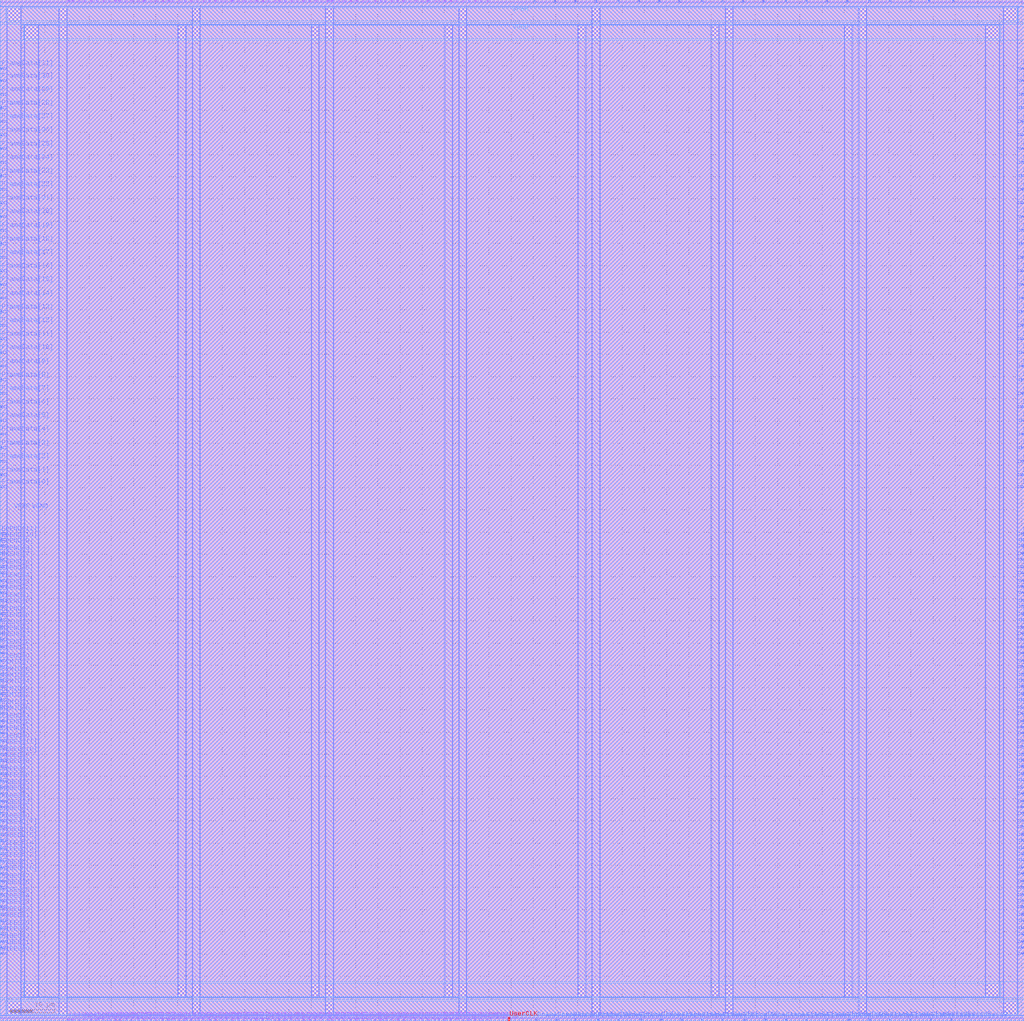
<source format=lef>
##
## LEF for PtnCells ;
## created by Innovus v15.20-p005_1 on Thu Apr 22 17:29:37 2021
##

VERSION 5.7 ;

BUSBITCHARS "[]" ;
DIVIDERCHAR "/" ;

MACRO LUT4AB
  CLASS BLOCK ;
  SIZE 230.4600 BY 229.8400 ;
  FOREIGN LUT4AB 0.0000 0.0000 ;
  ORIGIN 0 0 ;
  SYMMETRY X Y R90 ;
  PIN N1BEG[3]
    DIRECTION OUTPUT ;
    USE SIGNAL ;
    ANTENNAPARTIALMETALAREA 0.79645 LAYER li1  ;
    ANTENNAPARTIALMETALSIDEAREA 0.937 LAYER li1  ;
    ANTENNAPARTIALCUTAREA 0.0289 LAYER mcon  ;
    ANTENNAPARTIALMETALAREA 1.4428 LAYER met1  ;
    ANTENNAPARTIALMETALSIDEAREA 7.1365 LAYER met1  ;
    ANTENNAPARTIALCUTAREA 0.0225 LAYER via  ;
    ANTENNAPARTIALMETALAREA 1.8479 LAYER met2  ;
    ANTENNAPARTIALMETALSIDEAREA 9.0685 LAYER met2  ;
    ANTENNAPARTIALCUTAREA 0.04 LAYER via2  ;
    ANTENNAPARTIALMETALAREA 1.366 LAYER met3  ;
    ANTENNAPARTIALMETALSIDEAREA 7.752 LAYER met3  ;
    ANTENNAPARTIALCUTAREA 0.04 LAYER via3  ;
    ANTENNADIFFAREA 1.782 LAYER met4  ;
    ANTENNAPARTIALMETALAREA 28.0146 LAYER met4  ;
    ANTENNAPARTIALMETALSIDEAREA 150.352 LAYER met4  ;
    PORT
      LAYER li1 ;
        RECT 19.0050 229.5100 19.1750 229.8400 ;
    END
  END N1BEG[3]
  PIN N1BEG[2]
    DIRECTION OUTPUT ;
    USE SIGNAL ;
    ANTENNAPARTIALMETALAREA 2.35705 LAYER li1  ;
    ANTENNAPARTIALMETALSIDEAREA 2.773 LAYER li1  ;
    ANTENNAPARTIALCUTAREA 0.0289 LAYER mcon  ;
    ANTENNAPARTIALMETALAREA 5.6932 LAYER met1  ;
    ANTENNAPARTIALMETALSIDEAREA 28.3885 LAYER met1  ;
    ANTENNAPARTIALCUTAREA 0.0225 LAYER via  ;
    ANTENNADIFFAREA 1.782 LAYER met2  ;
    ANTENNAPARTIALMETALAREA 9.0336 LAYER met2  ;
    ANTENNAPARTIALMETALSIDEAREA 44.814 LAYER met2  ;
    PORT
      LAYER li1 ;
        RECT 17.6250 229.5100 17.7950 229.8400 ;
    END
  END N1BEG[2]
  PIN N1BEG[1]
    DIRECTION OUTPUT ;
    USE SIGNAL ;
    ANTENNAPARTIALMETALAREA 3.28185 LAYER li1  ;
    ANTENNAPARTIALMETALSIDEAREA 3.861 LAYER li1  ;
    ANTENNAPARTIALCUTAREA 0.0289 LAYER mcon  ;
    ANTENNAPARTIALMETALAREA 0.0832 LAYER met1  ;
    ANTENNAPARTIALMETALSIDEAREA 0.406 LAYER met1  ;
    ANTENNAPARTIALCUTAREA 0.0225 LAYER via  ;
    ANTENNADIFFAREA 1.782 LAYER met2  ;
    ANTENNAPARTIALMETALAREA 6.01 LAYER met2  ;
    ANTENNAPARTIALMETALSIDEAREA 29.932 LAYER met2  ;
    PORT
      LAYER li1 ;
        RECT 16.2450 229.5100 16.4150 229.8400 ;
    END
  END N1BEG[1]
  PIN N1BEG[0]
    DIRECTION OUTPUT ;
    USE SIGNAL ;
    ANTENNAPARTIALMETALAREA 0.68085 LAYER li1  ;
    ANTENNAPARTIALMETALSIDEAREA 0.801 LAYER li1  ;
    ANTENNAPARTIALCUTAREA 0.0289 LAYER mcon  ;
    ANTENNAPARTIALMETALAREA 17.1012 LAYER met1  ;
    ANTENNAPARTIALMETALSIDEAREA 85.3545 LAYER met1  ;
    ANTENNAPARTIALCUTAREA 0.0225 LAYER via  ;
    ANTENNADIFFAREA 1.782 LAYER met2  ;
    ANTENNAPARTIALMETALAREA 2.692 LAYER met2  ;
    ANTENNAPARTIALMETALSIDEAREA 13.342 LAYER met2  ;
    PORT
      LAYER li1 ;
        RECT 15.3250 229.5100 15.4950 229.8400 ;
    END
  END N1BEG[0]
  PIN N2BEG[7]
    DIRECTION OUTPUT ;
    USE SIGNAL ;
    ANTENNAPARTIALMETALAREA 1.43225 LAYER li1  ;
    ANTENNAPARTIALMETALSIDEAREA 1.685 LAYER li1  ;
    ANTENNAPARTIALCUTAREA 0.0289 LAYER mcon  ;
    ANTENNAPARTIALMETALAREA 0.0832 LAYER met1  ;
    ANTENNAPARTIALMETALSIDEAREA 0.406 LAYER met1  ;
    ANTENNAPARTIALCUTAREA 0.0225 LAYER via  ;
    ANTENNAPARTIALMETALAREA 0.2351 LAYER met2  ;
    ANTENNAPARTIALMETALSIDEAREA 1.0045 LAYER met2  ;
    ANTENNAPARTIALCUTAREA 0.04 LAYER via2  ;
    ANTENNAPARTIALMETALAREA 0.1249 LAYER met3  ;
    ANTENNAPARTIALMETALSIDEAREA 1.136 LAYER met3  ;
    ANTENNAPARTIALCUTAREA 0.04 LAYER via3  ;
    ANTENNADIFFAREA 1.782 LAYER met4  ;
    ANTENNAPARTIALMETALAREA 48.4398 LAYER met4  ;
    ANTENNAPARTIALMETALSIDEAREA 258.816 LAYER met4  ;
    PORT
      LAYER li1 ;
        RECT 29.5850 229.5100 29.7550 229.8400 ;
    END
  END N2BEG[7]
  PIN N2BEG[6]
    DIRECTION OUTPUT ;
    USE SIGNAL ;
    ANTENNAPARTIALMETALAREA 1.66345 LAYER li1  ;
    ANTENNAPARTIALMETALSIDEAREA 1.957 LAYER li1  ;
    ANTENNAPARTIALCUTAREA 0.0289 LAYER mcon  ;
    ANTENNAPARTIALMETALAREA 0.1716 LAYER met1  ;
    ANTENNAPARTIALMETALSIDEAREA 0.7805 LAYER met1  ;
    ANTENNAPARTIALCUTAREA 0.0225 LAYER via  ;
    ANTENNADIFFAREA 1.782 LAYER met2  ;
    ANTENNAPARTIALMETALAREA 12.2484 LAYER met2  ;
    ANTENNAPARTIALMETALSIDEAREA 61.124 LAYER met2  ;
    PORT
      LAYER li1 ;
        RECT 28.2050 229.5100 28.3750 229.8400 ;
    END
  END N2BEG[6]
  PIN N2BEG[5]
    DIRECTION OUTPUT ;
    USE SIGNAL ;
    ANTENNAPARTIALMETALAREA 1.66345 LAYER li1  ;
    ANTENNAPARTIALMETALSIDEAREA 1.957 LAYER li1  ;
    ANTENNAPARTIALCUTAREA 0.0289 LAYER mcon  ;
    ANTENNAPARTIALMETALAREA 0.0832 LAYER met1  ;
    ANTENNAPARTIALMETALSIDEAREA 0.406 LAYER met1  ;
    ANTENNAPARTIALCUTAREA 0.0225 LAYER via  ;
    ANTENNAPARTIALMETALAREA 0.1127 LAYER met2  ;
    ANTENNAPARTIALMETALSIDEAREA 0.4795 LAYER met2  ;
    ANTENNAPARTIALCUTAREA 0.04 LAYER via2  ;
    ANTENNAPARTIALMETALAREA 0.745 LAYER met3  ;
    ANTENNAPARTIALMETALSIDEAREA 4.44 LAYER met3  ;
    ANTENNAPARTIALCUTAREA 0.04 LAYER via3  ;
    ANTENNADIFFAREA 1.782 LAYER met4  ;
    ANTENNAPARTIALMETALAREA 27.1464 LAYER met4  ;
    ANTENNAPARTIALMETALSIDEAREA 146.192 LAYER met4  ;
    PORT
      LAYER li1 ;
        RECT 26.8250 229.5100 26.9950 229.8400 ;
    END
  END N2BEG[5]
  PIN N2BEG[4]
    DIRECTION OUTPUT ;
    USE SIGNAL ;
    ANTENNAPARTIALMETALAREA 0.85425 LAYER li1  ;
    ANTENNAPARTIALMETALSIDEAREA 1.005 LAYER li1  ;
    ANTENNAPARTIALCUTAREA 0.0289 LAYER mcon  ;
    ANTENNAPARTIALMETALAREA 1.636 LAYER met1  ;
    ANTENNAPARTIALMETALSIDEAREA 8.1025 LAYER met1  ;
    ANTENNAPARTIALCUTAREA 0.0225 LAYER via  ;
    ANTENNAPARTIALMETALAREA 2.0789 LAYER met2  ;
    ANTENNAPARTIALMETALSIDEAREA 10.2235 LAYER met2  ;
    ANTENNAPARTIALCUTAREA 0.04 LAYER via2  ;
    ANTENNADIFFAREA 1.782 LAYER met3  ;
    ANTENNAPARTIALMETALAREA 13.6398 LAYER met3  ;
    ANTENNAPARTIALMETALSIDEAREA 73.216 LAYER met3  ;
    PORT
      LAYER li1 ;
        RECT 25.9050 229.5100 26.0750 229.8400 ;
    END
  END N2BEG[4]
  PIN N2BEG[3]
    DIRECTION OUTPUT ;
    USE SIGNAL ;
    ANTENNAPARTIALMETALAREA 0.50745 LAYER li1  ;
    ANTENNAPARTIALMETALSIDEAREA 0.597 LAYER li1  ;
    ANTENNAPARTIALCUTAREA 0.0289 LAYER mcon  ;
    ANTENNAPARTIALMETALAREA 1.7648 LAYER met1  ;
    ANTENNAPARTIALMETALSIDEAREA 8.7465 LAYER met1  ;
    ANTENNAPARTIALCUTAREA 0.0225 LAYER via  ;
    ANTENNAPARTIALMETALAREA 1.7877 LAYER met2  ;
    ANTENNAPARTIALMETALSIDEAREA 8.7675 LAYER met2  ;
    ANTENNAPARTIALCUTAREA 0.04 LAYER via2  ;
    ANTENNAPARTIALMETALAREA 0.262 LAYER met3  ;
    ANTENNAPARTIALMETALSIDEAREA 1.864 LAYER met3  ;
    ANTENNAPARTIALCUTAREA 0.04 LAYER via3  ;
    ANTENNADIFFAREA 1.782 LAYER met4  ;
    ANTENNAPARTIALMETALAREA 5.6568 LAYER met4  ;
    ANTENNAPARTIALMETALSIDEAREA 30.64 LAYER met4  ;
    PORT
      LAYER li1 ;
        RECT 24.5250 229.5100 24.6950 229.8400 ;
    END
  END N2BEG[3]
  PIN N2BEG[2]
    DIRECTION OUTPUT ;
    USE SIGNAL ;
    ANTENNAPARTIALCUTAREA 0.0289 LAYER mcon  ;
    ANTENNAPARTIALMETALAREA 1.8936 LAYER met1  ;
    ANTENNAPARTIALMETALSIDEAREA 9.3905 LAYER met1  ;
    ANTENNAPARTIALCUTAREA 0.0225 LAYER via  ;
    ANTENNAPARTIALMETALAREA 6.1989 LAYER met2  ;
    ANTENNAPARTIALMETALSIDEAREA 30.7055 LAYER met2  ;
    ANTENNAPARTIALCUTAREA 0.04 LAYER via2  ;
    ANTENNAPARTIALMETALAREA 1.849 LAYER met3  ;
    ANTENNAPARTIALMETALSIDEAREA 10.328 LAYER met3  ;
    ANTENNAPARTIALCUTAREA 0.04 LAYER via3  ;
    ANTENNADIFFAREA 1.782 LAYER met4  ;
    ANTENNAPARTIALMETALAREA 23.8458 LAYER met4  ;
    ANTENNAPARTIALMETALSIDEAREA 127.648 LAYER met4  ;
    PORT
      LAYER li1 ;
        RECT 23.1450 229.5100 23.3150 229.8400 ;
    END
  END N2BEG[2]
  PIN N2BEG[1]
    DIRECTION OUTPUT ;
    USE SIGNAL ;
    ANTENNAPARTIALCUTAREA 0.0289 LAYER mcon  ;
    ANTENNAPARTIALMETALAREA 1.9888 LAYER met1  ;
    ANTENNAPARTIALMETALSIDEAREA 9.8665 LAYER met1  ;
    ANTENNAPARTIALCUTAREA 0.0225 LAYER via  ;
    ANTENNAPARTIALMETALAREA 0.1777 LAYER met2  ;
    ANTENNAPARTIALMETALSIDEAREA 0.6545 LAYER met2  ;
    ANTENNAPARTIALCUTAREA 0.04 LAYER via2  ;
    ANTENNAPARTIALMETALAREA 3.712 LAYER met3  ;
    ANTENNAPARTIALMETALSIDEAREA 20.264 LAYER met3  ;
    ANTENNAPARTIALCUTAREA 0.04 LAYER via3  ;
    ANTENNADIFFAREA 1.782 LAYER met4  ;
    ANTENNAPARTIALMETALAREA 33.0036 LAYER met4  ;
    ANTENNAPARTIALMETALSIDEAREA 176.96 LAYER met4  ;
    PORT
      LAYER li1 ;
        RECT 21.7650 229.5100 21.9350 229.8400 ;
    END
  END N2BEG[1]
  PIN N2BEG[0]
    DIRECTION OUTPUT ;
    USE SIGNAL ;
    ANTENNAPARTIALMETALAREA 0.85425 LAYER li1  ;
    ANTENNAPARTIALMETALSIDEAREA 1.005 LAYER li1  ;
    ANTENNAPARTIALCUTAREA 0.0289 LAYER mcon  ;
    ANTENNAPARTIALMETALAREA 0.6868 LAYER met1  ;
    ANTENNAPARTIALMETALSIDEAREA 3.3565 LAYER met1  ;
    ANTENNAPARTIALCUTAREA 0.0225 LAYER via  ;
    ANTENNAPARTIALMETALAREA 0.7111 LAYER met2  ;
    ANTENNAPARTIALMETALSIDEAREA 3.3845 LAYER met2  ;
    ANTENNAPARTIALCUTAREA 0.04 LAYER via2  ;
    ANTENNAPARTIALMETALAREA 0.4 LAYER met3  ;
    ANTENNAPARTIALMETALSIDEAREA 2.6 LAYER met3  ;
    ANTENNAPARTIALCUTAREA 0.04 LAYER via3  ;
    ANTENNADIFFAREA 1.782 LAYER met4  ;
    ANTENNAPARTIALMETALAREA 64.6914 LAYER met4  ;
    ANTENNAPARTIALMETALSIDEAREA 348.784 LAYER met4  ;
    PORT
      LAYER li1 ;
        RECT 20.3850 229.5100 20.5550 229.8400 ;
    END
  END N2BEG[0]
  PIN N2BEGb[7]
    DIRECTION OUTPUT ;
    USE SIGNAL ;
    ANTENNAPARTIALMETALAREA 0.70125 LAYER li1  ;
    ANTENNAPARTIALMETALSIDEAREA 0.825 LAYER li1  ;
    ANTENNAPARTIALCUTAREA 0.0289 LAYER mcon  ;
    ANTENNAPARTIALMETALAREA 2.0392 LAYER met1  ;
    ANTENNAPARTIALMETALSIDEAREA 10.1185 LAYER met1  ;
    ANTENNAPARTIALCUTAREA 0.0225 LAYER via  ;
    ANTENNADIFFAREA 1.782 LAYER met2  ;
    ANTENNAPARTIALMETALAREA 12.3982 LAYER met2  ;
    ANTENNAPARTIALMETALSIDEAREA 61.873 LAYER met2  ;
    PORT
      LAYER li1 ;
        RECT 40.1650 229.5100 40.3350 229.8400 ;
    END
  END N2BEGb[7]
  PIN N2BEGb[6]
    DIRECTION OUTPUT ;
    USE SIGNAL ;
    ANTENNAPARTIALMETALAREA 2.28225 LAYER li1  ;
    ANTENNAPARTIALMETALSIDEAREA 2.685 LAYER li1  ;
    ANTENNAPARTIALCUTAREA 0.0289 LAYER mcon  ;
    ANTENNAPARTIALMETALAREA 1.0732 LAYER met1  ;
    ANTENNAPARTIALMETALSIDEAREA 5.2885 LAYER met1  ;
    ANTENNAPARTIALCUTAREA 0.0225 LAYER via  ;
    ANTENNADIFFAREA 1.782 LAYER met2  ;
    ANTENNAPARTIALMETALAREA 10.4688 LAYER met2  ;
    ANTENNAPARTIALMETALSIDEAREA 52.108 LAYER met2  ;
    PORT
      LAYER li1 ;
        RECT 38.7850 229.5100 38.9550 229.8400 ;
    END
  END N2BEGb[6]
  PIN N2BEGb[5]
    DIRECTION OUTPUT ;
    USE SIGNAL ;
    ANTENNAPARTIALMETALAREA 0.10285 LAYER li1  ;
    ANTENNAPARTIALMETALSIDEAREA 0.121 LAYER li1  ;
    ANTENNAPARTIALCUTAREA 0.0289 LAYER mcon  ;
    ANTENNAPARTIALMETALAREA 11.47 LAYER met1  ;
    ANTENNAPARTIALMETALSIDEAREA 57.2355 LAYER met1  ;
    ANTENNAPARTIALCUTAREA 0.0225 LAYER via  ;
    ANTENNADIFFAREA 1.782 LAYER met2  ;
    ANTENNAPARTIALMETALAREA 1.1548 LAYER met2  ;
    ANTENNAPARTIALMETALSIDEAREA 5.656 LAYER met2  ;
    PORT
      LAYER li1 ;
        RECT 37.8650 229.5100 38.0350 229.8400 ;
    END
  END N2BEGb[5]
  PIN N2BEGb[4]
    DIRECTION OUTPUT ;
    USE SIGNAL ;
    ANTENNAPARTIALMETALAREA 0.50745 LAYER li1  ;
    ANTENNAPARTIALMETALSIDEAREA 0.597 LAYER li1  ;
    ANTENNAPARTIALCUTAREA 0.0289 LAYER mcon  ;
    ANTENNAPARTIALMETALAREA 7.606 LAYER met1  ;
    ANTENNAPARTIALMETALSIDEAREA 37.9155 LAYER met1  ;
    ANTENNAPARTIALCUTAREA 0.0225 LAYER via  ;
    ANTENNADIFFAREA 1.782 LAYER met2  ;
    ANTENNAPARTIALMETALAREA 1.9024 LAYER met2  ;
    ANTENNAPARTIALMETALSIDEAREA 9.394 LAYER met2  ;
    PORT
      LAYER li1 ;
        RECT 36.4850 229.5100 36.6550 229.8400 ;
    END
  END N2BEGb[4]
  PIN N2BEGb[3]
    DIRECTION OUTPUT ;
    USE SIGNAL ;
    ANTENNAPARTIALCUTAREA 0.0289 LAYER mcon  ;
    ANTENNAPARTIALMETALAREA 24.309 LAYER met1  ;
    ANTENNAPARTIALMETALSIDEAREA 121.468 LAYER met1  ;
    ANTENNAPARTIALCUTAREA 0.0225 LAYER via  ;
    ANTENNADIFFAREA 1.782 LAYER met2  ;
    ANTENNAPARTIALMETALAREA 3.8372 LAYER met2  ;
    ANTENNAPARTIALMETALSIDEAREA 19.068 LAYER met2  ;
    PORT
      LAYER li1 ;
        RECT 35.1050 229.5100 35.2750 229.8400 ;
    END
  END N2BEGb[3]
  PIN N2BEGb[2]
    DIRECTION OUTPUT ;
    USE SIGNAL ;
    ANTENNAPARTIALMETALAREA 1.37445 LAYER li1  ;
    ANTENNAPARTIALMETALSIDEAREA 1.617 LAYER li1  ;
    ANTENNAPARTIALCUTAREA 0.0289 LAYER mcon  ;
    ANTENNAPARTIALMETALAREA 25.2582 LAYER met1  ;
    ANTENNAPARTIALMETALSIDEAREA 126.214 LAYER met1  ;
    ANTENNAPARTIALCUTAREA 0.0225 LAYER via  ;
    ANTENNADIFFAREA 1.782 LAYER met2  ;
    ANTENNAPARTIALMETALAREA 7.41 LAYER met2  ;
    ANTENNAPARTIALMETALSIDEAREA 36.932 LAYER met2  ;
    PORT
      LAYER li1 ;
        RECT 33.7250 229.5100 33.8950 229.8400 ;
    END
  END N2BEGb[2]
  PIN N2BEGb[1]
    DIRECTION OUTPUT ;
    USE SIGNAL ;
    ANTENNAPARTIALMETALAREA 0.27625 LAYER li1  ;
    ANTENNAPARTIALMETALSIDEAREA 0.325 LAYER li1  ;
    ANTENNAPARTIALCUTAREA 0.0289 LAYER mcon  ;
    ANTENNAPARTIALMETALAREA 0.88 LAYER met1  ;
    ANTENNAPARTIALMETALSIDEAREA 4.3225 LAYER met1  ;
    ANTENNAPARTIALCUTAREA 0.0225 LAYER via  ;
    ANTENNADIFFAREA 1.782 LAYER met2  ;
    ANTENNAPARTIALMETALAREA 8.0442 LAYER met2  ;
    ANTENNAPARTIALMETALSIDEAREA 40.103 LAYER met2  ;
    PORT
      LAYER li1 ;
        RECT 32.3450 229.5100 32.5150 229.8400 ;
    END
  END N2BEGb[1]
  PIN N2BEGb[0]
    DIRECTION OUTPUT ;
    USE SIGNAL ;
    ANTENNAPARTIALMETALAREA 1.89465 LAYER li1  ;
    ANTENNAPARTIALMETALSIDEAREA 2.229 LAYER li1  ;
    ANTENNAPARTIALCUTAREA 0.0289 LAYER mcon  ;
    ANTENNADIFFAREA 1.782 LAYER met1  ;
    ANTENNAPARTIALMETALAREA 8.7532 LAYER met1  ;
    ANTENNAPARTIALMETALSIDEAREA 43.729 LAYER met1  ;
    PORT
      LAYER li1 ;
        RECT 30.9650 229.5100 31.1350 229.8400 ;
    END
  END N2BEGb[0]
  PIN N4BEG[15]
    DIRECTION OUTPUT ;
    USE SIGNAL ;
    ANTENNAPARTIALMETALAREA 0.85425 LAYER li1  ;
    ANTENNAPARTIALMETALSIDEAREA 1.005 LAYER li1  ;
    ANTENNAPARTIALCUTAREA 0.0289 LAYER mcon  ;
    ANTENNAPARTIALMETALAREA 0.4292 LAYER met1  ;
    ANTENNAPARTIALMETALSIDEAREA 2.0685 LAYER met1  ;
    ANTENNAPARTIALCUTAREA 0.0225 LAYER via  ;
    ANTENNAPARTIALMETALAREA 1.3089 LAYER met2  ;
    ANTENNAPARTIALMETALSIDEAREA 6.3735 LAYER met2  ;
    ANTENNAPARTIALCUTAREA 0.04 LAYER via2  ;
    ANTENNAPARTIALMETALAREA 0.331 LAYER met3  ;
    ANTENNAPARTIALMETALSIDEAREA 2.232 LAYER met3  ;
    ANTENNAPARTIALCUTAREA 0.04 LAYER via3  ;
    ANTENNADIFFAREA 1.782 LAYER met4  ;
    ANTENNAPARTIALMETALAREA 30.4098 LAYER met4  ;
    ANTENNAPARTIALMETALSIDEAREA 162.656 LAYER met4  ;
    PORT
      LAYER li1 ;
        RECT 61.7850 229.5100 61.9550 229.8400 ;
    END
  END N4BEG[15]
  PIN N4BEG[14]
    DIRECTION OUTPUT ;
    USE SIGNAL ;
    ANTENNAPARTIALMETALAREA 2.12585 LAYER li1  ;
    ANTENNAPARTIALMETALSIDEAREA 2.501 LAYER li1  ;
    ANTENNAPARTIALCUTAREA 0.0289 LAYER mcon  ;
    ANTENNAPARTIALMETALAREA 2.2968 LAYER met1  ;
    ANTENNAPARTIALMETALSIDEAREA 11.4065 LAYER met1  ;
    ANTENNAPARTIALCUTAREA 0.0225 LAYER via  ;
    ANTENNAPARTIALMETALAREA 0.2617 LAYER met2  ;
    ANTENNAPARTIALMETALSIDEAREA 1.1375 LAYER met2  ;
    ANTENNAPARTIALCUTAREA 0.04 LAYER via2  ;
    ANTENNAPARTIALMETALAREA 0.262 LAYER met3  ;
    ANTENNAPARTIALMETALSIDEAREA 1.864 LAYER met3  ;
    ANTENNAPARTIALCUTAREA 0.04 LAYER via3  ;
    ANTENNADIFFAREA 1.782 LAYER met4  ;
    ANTENNAPARTIALMETALAREA 40.2126 LAYER met4  ;
    ANTENNAPARTIALMETALSIDEAREA 215.408 LAYER met4  ;
    PORT
      LAYER li1 ;
        RECT 60.4050 229.5100 60.5750 229.8400 ;
    END
  END N4BEG[14]
  PIN N4BEG[13]
    DIRECTION OUTPUT ;
    USE SIGNAL ;
    ANTENNAPARTIALMETALAREA 0.73865 LAYER li1  ;
    ANTENNAPARTIALMETALSIDEAREA 0.869 LAYER li1  ;
    ANTENNAPARTIALCUTAREA 0.0289 LAYER mcon  ;
    ANTENNAPARTIALMETALAREA 4.5984 LAYER met1  ;
    ANTENNAPARTIALMETALSIDEAREA 22.9145 LAYER met1  ;
    ANTENNAPARTIALCUTAREA 0.0225 LAYER via  ;
    ANTENNADIFFAREA 1.782 LAYER met2  ;
    ANTENNAPARTIALMETALAREA 9.58 LAYER met2  ;
    ANTENNAPARTIALMETALSIDEAREA 47.782 LAYER met2  ;
    PORT
      LAYER li1 ;
        RECT 59.0250 229.5100 59.1950 229.8400 ;
    END
  END N4BEG[13]
  PIN N4BEG[12]
    DIRECTION OUTPUT ;
    USE SIGNAL ;
    ANTENNAPARTIALMETALAREA 0.85425 LAYER li1  ;
    ANTENNAPARTIALMETALSIDEAREA 1.005 LAYER li1  ;
    ANTENNAPARTIALCUTAREA 0.0289 LAYER mcon  ;
    ANTENNAPARTIALMETALAREA 0.1716 LAYER met1  ;
    ANTENNAPARTIALMETALSIDEAREA 0.7805 LAYER met1  ;
    ANTENNAPARTIALCUTAREA 0.0225 LAYER via  ;
    ANTENNAPARTIALMETALAREA 2.2273 LAYER met2  ;
    ANTENNAPARTIALMETALSIDEAREA 10.9655 LAYER met2  ;
    ANTENNAPARTIALCUTAREA 0.04 LAYER via2  ;
    ANTENNAPARTIALMETALAREA 17.419 LAYER met3  ;
    ANTENNAPARTIALMETALSIDEAREA 93.368 LAYER met3  ;
    ANTENNAPARTIALCUTAREA 0.04 LAYER via3  ;
    ANTENNADIFFAREA 1.782 LAYER met4  ;
    ANTENNAPARTIALMETALAREA 34.0788 LAYER met4  ;
    ANTENNAPARTIALMETALSIDEAREA 182.224 LAYER met4  ;
    PORT
      LAYER li1 ;
        RECT 57.6450 229.5100 57.8150 229.8400 ;
    END
  END N4BEG[12]
  PIN N4BEG[11]
    DIRECTION OUTPUT ;
    USE SIGNAL ;
    ANTENNAPARTIALMETALAREA 0.33405 LAYER li1  ;
    ANTENNAPARTIALMETALSIDEAREA 0.393 LAYER li1  ;
    ANTENNAPARTIALCUTAREA 0.0289 LAYER mcon  ;
    ANTENNAPARTIALMETALAREA 21.466 LAYER met1  ;
    ANTENNAPARTIALMETALSIDEAREA 107.216 LAYER met1  ;
    ANTENNAPARTIALCUTAREA 0.0225 LAYER via  ;
    ANTENNADIFFAREA 1.782 LAYER met2  ;
    ANTENNAPARTIALMETALAREA 1.4236 LAYER met2  ;
    ANTENNAPARTIALMETALSIDEAREA 7 LAYER met2  ;
    PORT
      LAYER li1 ;
        RECT 56.2650 229.5100 56.4350 229.8400 ;
    END
  END N4BEG[11]
  PIN N4BEG[10]
    DIRECTION OUTPUT ;
    USE SIGNAL ;
    ANTENNAPARTIALMETALAREA 0.16065 LAYER li1  ;
    ANTENNAPARTIALMETALSIDEAREA 0.189 LAYER li1  ;
    ANTENNAPARTIALCUTAREA 0.0289 LAYER mcon  ;
    ANTENNAPARTIALMETALAREA 1.7816 LAYER met1  ;
    ANTENNAPARTIALMETALSIDEAREA 8.8305 LAYER met1  ;
    ANTENNAPARTIALCUTAREA 0.0225 LAYER via  ;
    ANTENNAPARTIALMETALAREA 1.2823 LAYER met2  ;
    ANTENNAPARTIALMETALSIDEAREA 6.2405 LAYER met2  ;
    ANTENNAPARTIALCUTAREA 0.04 LAYER via2  ;
    ANTENNAPARTIALMETALAREA 0.4 LAYER met3  ;
    ANTENNAPARTIALMETALSIDEAREA 2.6 LAYER met3  ;
    ANTENNAPARTIALCUTAREA 0.04 LAYER via3  ;
    ANTENNADIFFAREA 1.782 LAYER met4  ;
    ANTENNAPARTIALMETALAREA 62.4426 LAYER met4  ;
    ANTENNAPARTIALMETALSIDEAREA 333.968 LAYER met4  ;
    PORT
      LAYER li1 ;
        RECT 54.8850 229.5100 55.0550 229.8400 ;
    END
  END N4BEG[10]
  PIN N4BEG[9]
    DIRECTION OUTPUT ;
    USE SIGNAL ;
    ANTENNAPARTIALMETALAREA 0.85425 LAYER li1  ;
    ANTENNAPARTIALMETALSIDEAREA 1.005 LAYER li1  ;
    ANTENNAPARTIALCUTAREA 0.0289 LAYER mcon  ;
    ANTENNAPARTIALMETALAREA 0.3004 LAYER met1  ;
    ANTENNAPARTIALMETALSIDEAREA 1.4245 LAYER met1  ;
    ANTENNAPARTIALCUTAREA 0.0225 LAYER via  ;
    ANTENNAPARTIALMETALAREA 0.7111 LAYER met2  ;
    ANTENNAPARTIALMETALSIDEAREA 3.3845 LAYER met2  ;
    ANTENNAPARTIALCUTAREA 0.04 LAYER via2  ;
    ANTENNAPARTIALMETALAREA 0.4 LAYER met3  ;
    ANTENNAPARTIALMETALSIDEAREA 2.6 LAYER met3  ;
    ANTENNAPARTIALCUTAREA 0.04 LAYER via3  ;
    ANTENNADIFFAREA 1.782 LAYER met4  ;
    ANTENNAPARTIALMETALAREA 55.2348 LAYER met4  ;
    ANTENNAPARTIALMETALSIDEAREA 295.056 LAYER met4  ;
    PORT
      LAYER li1 ;
        RECT 53.5050 229.5100 53.6750 229.8400 ;
    END
  END N4BEG[9]
  PIN N4BEG[8]
    DIRECTION OUTPUT ;
    USE SIGNAL ;
    ANTENNAPARTIALMETALAREA 1.25885 LAYER li1  ;
    ANTENNAPARTIALMETALSIDEAREA 1.481 LAYER li1  ;
    ANTENNAPARTIALCUTAREA 0.0289 LAYER mcon  ;
    ANTENNAPARTIALMETALAREA 0.0832 LAYER met1  ;
    ANTENNAPARTIALMETALSIDEAREA 0.406 LAYER met1  ;
    ANTENNAPARTIALCUTAREA 0.0225 LAYER via  ;
    ANTENNAPARTIALMETALAREA 4.6493 LAYER met2  ;
    ANTENNAPARTIALMETALSIDEAREA 23.0755 LAYER met2  ;
    ANTENNAPARTIALCUTAREA 0.04 LAYER via2  ;
    ANTENNAPARTIALMETALAREA 0.676 LAYER met3  ;
    ANTENNAPARTIALMETALSIDEAREA 4.072 LAYER met3  ;
    ANTENNAPARTIALCUTAREA 0.04 LAYER via3  ;
    ANTENNADIFFAREA 1.782 LAYER met4  ;
    ANTENNAPARTIALMETALAREA 50.8188 LAYER met4  ;
    ANTENNAPARTIALMETALSIDEAREA 271.504 LAYER met4  ;
    PORT
      LAYER li1 ;
        RECT 52.1250 229.5100 52.2950 229.8400 ;
    END
  END N4BEG[8]
  PIN N4BEG[7]
    DIRECTION OUTPUT ;
    USE SIGNAL ;
    ANTENNAPARTIALMETALAREA 1.68385 LAYER li1  ;
    ANTENNAPARTIALMETALSIDEAREA 1.981 LAYER li1  ;
    ANTENNAPARTIALCUTAREA 0.0289 LAYER mcon  ;
    ANTENNADIFFAREA 1.782 LAYER met1  ;
    ANTENNAPARTIALMETALAREA 22.4396 LAYER met1  ;
    ANTENNAPARTIALMETALSIDEAREA 112.161 LAYER met1  ;
    PORT
      LAYER li1 ;
        RECT 50.7450 229.5100 50.9150 229.8400 ;
    END
  END N4BEG[7]
  PIN N4BEG[6]
    DIRECTION OUTPUT ;
    USE SIGNAL ;
    ANTENNAPARTIALMETALAREA 2.93505 LAYER li1  ;
    ANTENNAPARTIALMETALSIDEAREA 3.453 LAYER li1  ;
    ANTENNAPARTIALCUTAREA 0.0289 LAYER mcon  ;
    ANTENNAPARTIALMETALAREA 0.558 LAYER met1  ;
    ANTENNAPARTIALMETALSIDEAREA 2.7125 LAYER met1  ;
    ANTENNAPARTIALCUTAREA 0.0225 LAYER via  ;
    ANTENNAPARTIALMETALAREA 3.2689 LAYER met2  ;
    ANTENNAPARTIALMETALSIDEAREA 16.1735 LAYER met2  ;
    ANTENNAPARTIALCUTAREA 0.04 LAYER via2  ;
    ANTENNAPARTIALMETALAREA 0.331 LAYER met3  ;
    ANTENNAPARTIALMETALSIDEAREA 2.232 LAYER met3  ;
    ANTENNAPARTIALCUTAREA 0.04 LAYER via3  ;
    ANTENNADIFFAREA 1.782 LAYER met4  ;
    ANTENNAPARTIALMETALAREA 60.795 LAYER met4  ;
    ANTENNAPARTIALMETALSIDEAREA 326.592 LAYER met4  ;
    PORT
      LAYER li1 ;
        RECT 49.8250 229.5100 49.9950 229.8400 ;
    END
  END N4BEG[6]
  PIN N4BEG[5]
    DIRECTION OUTPUT ;
    USE SIGNAL ;
    ANTENNAPARTIALMETALAREA 2.58825 LAYER li1  ;
    ANTENNAPARTIALMETALSIDEAREA 3.045 LAYER li1  ;
    ANTENNAPARTIALCUTAREA 0.0289 LAYER mcon  ;
    ANTENNAPARTIALMETALAREA 0.1716 LAYER met1  ;
    ANTENNAPARTIALMETALSIDEAREA 0.7805 LAYER met1  ;
    ANTENNAPARTIALCUTAREA 0.0225 LAYER via  ;
    ANTENNAPARTIALMETALAREA 3.5545 LAYER met2  ;
    ANTENNAPARTIALMETALSIDEAREA 17.6015 LAYER met2  ;
    ANTENNAPARTIALCUTAREA 0.04 LAYER via2  ;
    ANTENNAPARTIALMETALAREA 1.504 LAYER met3  ;
    ANTENNAPARTIALMETALSIDEAREA 8.488 LAYER met3  ;
    ANTENNAPARTIALCUTAREA 0.04 LAYER via3  ;
    ANTENNADIFFAREA 1.782 LAYER met4  ;
    ANTENNAPARTIALMETALAREA 41.9628 LAYER met4  ;
    ANTENNAPARTIALMETALSIDEAREA 224.272 LAYER met4  ;
    PORT
      LAYER li1 ;
        RECT 48.4450 229.5100 48.6150 229.8400 ;
    END
  END N4BEG[5]
  PIN N4BEG[4]
    DIRECTION OUTPUT ;
    USE SIGNAL ;
    ANTENNAPARTIALMETALAREA 1.43225 LAYER li1  ;
    ANTENNAPARTIALMETALSIDEAREA 1.685 LAYER li1  ;
    ANTENNAPARTIALCUTAREA 0.0289 LAYER mcon  ;
    ANTENNAPARTIALMETALAREA 15.4988 LAYER met1  ;
    ANTENNAPARTIALMETALSIDEAREA 77.4165 LAYER met1  ;
    ANTENNAPARTIALCUTAREA 0.0225 LAYER via  ;
    ANTENNAPARTIALMETALAREA 0.3205 LAYER met2  ;
    ANTENNAPARTIALMETALSIDEAREA 1.4315 LAYER met2  ;
    ANTENNAPARTIALCUTAREA 0.04 LAYER via2  ;
    ANTENNADIFFAREA 1.782 LAYER met3  ;
    ANTENNAPARTIALMETALAREA 9.2268 LAYER met3  ;
    ANTENNAPARTIALMETALSIDEAREA 49.68 LAYER met3  ;
    PORT
      LAYER li1 ;
        RECT 47.0650 229.5100 47.2350 229.8400 ;
    END
  END N4BEG[4]
  PIN N4BEG[3]
    DIRECTION OUTPUT ;
    USE SIGNAL ;
    ANTENNAPARTIALMETALAREA 2.76165 LAYER li1  ;
    ANTENNAPARTIALMETALSIDEAREA 3.249 LAYER li1  ;
    ANTENNAPARTIALCUTAREA 0.0289 LAYER mcon  ;
    ANTENNAPARTIALMETALAREA 0.1716 LAYER met1  ;
    ANTENNAPARTIALMETALSIDEAREA 0.7805 LAYER met1  ;
    ANTENNAPARTIALCUTAREA 0.0225 LAYER via  ;
    ANTENNADIFFAREA 1.782 LAYER met2  ;
    ANTENNAPARTIALMETALAREA 0.312 LAYER met2  ;
    ANTENNAPARTIALMETALSIDEAREA 1.442 LAYER met2  ;
    PORT
      LAYER li1 ;
        RECT 45.6850 229.5100 45.8550 229.8400 ;
    END
  END N4BEG[3]
  PIN N4BEG[2]
    DIRECTION OUTPUT ;
    USE SIGNAL ;
    ANTENNAPARTIALMETALAREA 1.43225 LAYER li1  ;
    ANTENNAPARTIALMETALSIDEAREA 1.685 LAYER li1  ;
    ANTENNAPARTIALCUTAREA 0.0289 LAYER mcon  ;
    ANTENNAPARTIALMETALAREA 0.7512 LAYER met1  ;
    ANTENNAPARTIALMETALSIDEAREA 3.6785 LAYER met1  ;
    ANTENNAPARTIALCUTAREA 0.0225 LAYER via  ;
    ANTENNAPARTIALMETALAREA 0.9617 LAYER met2  ;
    ANTENNAPARTIALMETALSIDEAREA 4.6375 LAYER met2  ;
    ANTENNAPARTIALCUTAREA 0.04 LAYER via2  ;
    ANTENNAPARTIALMETALAREA 0.676 LAYER met3  ;
    ANTENNAPARTIALMETALSIDEAREA 4.072 LAYER met3  ;
    ANTENNAPARTIALCUTAREA 0.04 LAYER via3  ;
    ANTENNADIFFAREA 1.782 LAYER met4  ;
    ANTENNAPARTIALMETALAREA 58.5756 LAYER met4  ;
    ANTENNAPARTIALMETALSIDEAREA 313.344 LAYER met4  ;
    PORT
      LAYER li1 ;
        RECT 44.3050 229.5100 44.4750 229.8400 ;
    END
  END N4BEG[2]
  PIN N4BEG[1]
    DIRECTION OUTPUT ;
    USE SIGNAL ;
    ANTENNAPARTIALMETALAREA 0.27625 LAYER li1  ;
    ANTENNAPARTIALMETALSIDEAREA 0.325 LAYER li1  ;
    ANTENNAPARTIALCUTAREA 0.0289 LAYER mcon  ;
    ANTENNADIFFAREA 1.782 LAYER met1  ;
    ANTENNAPARTIALMETALAREA 1.0588 LAYER met1  ;
    ANTENNAPARTIALMETALSIDEAREA 5.257 LAYER met1  ;
    PORT
      LAYER li1 ;
        RECT 42.9250 229.5100 43.0950 229.8400 ;
    END
  END N4BEG[1]
  PIN N4BEG[0]
    DIRECTION OUTPUT ;
    USE SIGNAL ;
    ANTENNAPARTIALMETALAREA 1.83685 LAYER li1  ;
    ANTENNAPARTIALMETALSIDEAREA 2.161 LAYER li1  ;
    ANTENNAPARTIALCUTAREA 0.0289 LAYER mcon  ;
    ANTENNAPARTIALMETALAREA 0.1716 LAYER met1  ;
    ANTENNAPARTIALMETALSIDEAREA 0.7805 LAYER met1  ;
    ANTENNAPARTIALCUTAREA 0.0225 LAYER via  ;
    ANTENNAPARTIALMETALAREA 0.4997 LAYER met2  ;
    ANTENNAPARTIALMETALSIDEAREA 2.3275 LAYER met2  ;
    ANTENNAPARTIALCUTAREA 0.04 LAYER via2  ;
    ANTENNAPARTIALMETALAREA 0.538 LAYER met3  ;
    ANTENNAPARTIALMETALSIDEAREA 3.336 LAYER met3  ;
    ANTENNAPARTIALCUTAREA 0.04 LAYER via3  ;
    ANTENNADIFFAREA 1.782 LAYER met4  ;
    ANTENNAPARTIALMETALAREA 57.5178 LAYER met4  ;
    ANTENNAPARTIALMETALSIDEAREA 307.232 LAYER met4  ;
    PORT
      LAYER li1 ;
        RECT 41.5450 229.5100 41.7150 229.8400 ;
    END
  END N4BEG[0]
  PIN Co
    DIRECTION OUTPUT ;
    USE SIGNAL ;
    ANTENNADIFFAREA 1.782 LAYER met2  ;
    ANTENNAPARTIALMETALAREA 5.1419 LAYER met2  ;
    ANTENNAPARTIALMETALSIDEAREA 25.4835 LAYER met2  ;
    PORT
      LAYER met2 ;
        RECT 167.1400 229.3550 167.2800 229.8400 ;
    END
  END Co
  PIN N1END[3]
    DIRECTION INPUT ;
    USE SIGNAL ;
    ANTENNAPARTIALMETALAREA 1.95245 LAYER li1  ;
    ANTENNAPARTIALMETALSIDEAREA 2.297 LAYER li1  ;
    ANTENNAPARTIALCUTAREA 0.0289 LAYER mcon  ;
    ANTENNAPARTIALMETALAREA 0.3648 LAYER met1  ;
    ANTENNAPARTIALMETALSIDEAREA 1.7465 LAYER met1  ;
    ANTENNAPARTIALCUTAREA 0.0225 LAYER via  ;
    ANTENNAPARTIALMETALAREA 0.3275 LAYER met2  ;
    ANTENNAPARTIALMETALSIDEAREA 1.4665 LAYER met2  ;
    ANTENNAPARTIALCUTAREA 0.04 LAYER via2  ;
    ANTENNAPARTIALMETALAREA 0.538 LAYER met3  ;
    ANTENNAPARTIALMETALSIDEAREA 3.336 LAYER met3  ;
    ANTENNAPARTIALCUTAREA 0.04 LAYER via3  ;
    ANTENNAPARTIALMETALAREA 18.1152 LAYER met4  ;
    ANTENNAPARTIALMETALSIDEAREA 98.496 LAYER met4  ;
    ANTENNAMODEL OXIDE1 ;
    ANTENNAGATEAREA 1.485 LAYER met4  ;
    ANTENNAMAXAREACAR 47.7612 LAYER met4  ;
    ANTENNAMAXSIDEAREACAR 246.013 LAYER met4  ;
    ANTENNAMAXCUTCAR 0.460202 LAYER via4  ;
    PORT
      LAYER li1 ;
        RECT 19.0050 0.0000 19.1750 0.3300 ;
    END
  END N1END[3]
  PIN N1END[2]
    DIRECTION INPUT ;
    USE SIGNAL ;
    ANTENNAPARTIALMETALAREA 0.56525 LAYER li1  ;
    ANTENNAPARTIALMETALSIDEAREA 0.665 LAYER li1  ;
    ANTENNAPARTIALCUTAREA 0.0289 LAYER mcon  ;
    ANTENNAPARTIALMETALAREA 9.5688 LAYER met1  ;
    ANTENNAPARTIALMETALSIDEAREA 47.7295 LAYER met1  ;
    ANTENNAPARTIALCUTAREA 0.0225 LAYER via  ;
    ANTENNAPARTIALMETALAREA 5.6656 LAYER met2  ;
    ANTENNAPARTIALMETALSIDEAREA 27.748 LAYER met2  ;
    ANTENNAMODEL OXIDE1 ;
    ANTENNAGATEAREA 1.485 LAYER met2  ;
    ANTENNAMAXAREACAR 11.8564 LAYER met2  ;
    ANTENNAMAXSIDEAREACAR 56.3684 LAYER met2  ;
    ANTENNAMAXCUTCAR 0.207677 LAYER via2  ;
    PORT
      LAYER li1 ;
        RECT 17.6250 0.0000 17.7950 0.3300 ;
    END
  END N1END[2]
  PIN N1END[1]
    DIRECTION INPUT ;
    USE SIGNAL ;
    ANTENNAPARTIALMETALAREA 2.35705 LAYER li1  ;
    ANTENNAPARTIALMETALSIDEAREA 2.773 LAYER li1  ;
    ANTENNAPARTIALCUTAREA 0.0289 LAYER mcon  ;
    ANTENNAPARTIALMETALAREA 9.6524 LAYER met1  ;
    ANTENNAPARTIALMETALSIDEAREA 48.1845 LAYER met1  ;
    ANTENNAPARTIALCUTAREA 0.0225 LAYER via  ;
    ANTENNAPARTIALMETALAREA 11.3942 LAYER met2  ;
    ANTENNAPARTIALMETALSIDEAREA 56.574 LAYER met2  ;
    ANTENNAMODEL OXIDE1 ;
    ANTENNAGATEAREA 0.99 LAYER met2  ;
    ANTENNAMAXAREACAR 21.0638 LAYER met2  ;
    ANTENNAMAXSIDEAREACAR 93.1515 LAYER met2  ;
    ANTENNAPARTIALCUTAREA 0.04 LAYER via2  ;
    ANTENNAMAXCUTCAR 0.334545 LAYER via2  ;
    ANTENNAPARTIALMETALAREA 15.8028 LAYER met3  ;
    ANTENNAPARTIALMETALSIDEAREA 84.752 LAYER met3  ;
    ANTENNAGATEAREA 1.485 LAYER met3  ;
    ANTENNAMAXAREACAR 31.7054 LAYER met3  ;
    ANTENNAMAXSIDEAREACAR 150.224 LAYER met3  ;
    ANTENNAMAXCUTCAR 0.334545 LAYER via3  ;
    PORT
      LAYER li1 ;
        RECT 16.2450 0.0000 16.4150 0.3300 ;
    END
  END N1END[1]
  PIN N1END[0]
    DIRECTION INPUT ;
    USE SIGNAL ;
    ANTENNAPARTIALMETALAREA 4.36305 LAYER li1  ;
    ANTENNAPARTIALMETALSIDEAREA 5.133 LAYER li1  ;
    ANTENNAPARTIALCUTAREA 0.0289 LAYER mcon  ;
    ANTENNAPARTIALMETALAREA 4.5334 LAYER met1  ;
    ANTENNAPARTIALMETALSIDEAREA 22.4175 LAYER met1  ;
    ANTENNAMODEL OXIDE1 ;
    ANTENNAGATEAREA 0.495 LAYER met1  ;
    ANTENNAMAXAREACAR 12.9899 LAYER met1  ;
    ANTENNAMAXSIDEAREACAR 49.8131 LAYER met1  ;
    ANTENNAPARTIALCUTAREA 0.0225 LAYER via  ;
    ANTENNAMAXCUTCAR 0.162222 LAYER via  ;
    ANTENNAPARTIALMETALAREA 0.7933 LAYER met2  ;
    ANTENNAPARTIALMETALSIDEAREA 3.5595 LAYER met2  ;
    ANTENNAGATEAREA 0.99 LAYER met2  ;
    ANTENNAMAXAREACAR 13.7912 LAYER met2  ;
    ANTENNAMAXSIDEAREACAR 53.4086 LAYER met2  ;
    ANTENNAPARTIALCUTAREA 0.04 LAYER via2  ;
    ANTENNAMAXCUTCAR 0.202626 LAYER via2  ;
    ANTENNAPARTIALMETALAREA 12.424 LAYER met3  ;
    ANTENNAPARTIALMETALSIDEAREA 66.728 LAYER met3  ;
    ANTENNAGATEAREA 0.99 LAYER met3  ;
    ANTENNAMAXAREACAR 26.3407 LAYER met3  ;
    ANTENNAMAXSIDEAREACAR 120.811 LAYER met3  ;
    ANTENNAPARTIALCUTAREA 0.04 LAYER via3  ;
    ANTENNAMAXCUTCAR 0.24303 LAYER via3  ;
    ANTENNAPARTIALMETALAREA 0.9696 LAYER met4  ;
    ANTENNAPARTIALMETALSIDEAREA 6.112 LAYER met4  ;
    ANTENNAGATEAREA 1.485 LAYER met4  ;
    ANTENNAMAXAREACAR 31.0228 LAYER met4  ;
    ANTENNAMAXSIDEAREACAR 155.039 LAYER met4  ;
    ANTENNAMAXCUTCAR 0.265455 LAYER via4  ;
    PORT
      LAYER li1 ;
        RECT 15.3250 0.0000 15.4950 0.3300 ;
    END
  END N1END[0]
  PIN N2MID[7]
    DIRECTION INPUT ;
    USE SIGNAL ;
    ANTENNAPARTIALMETALAREA 0.50745 LAYER li1  ;
    ANTENNAPARTIALMETALSIDEAREA 0.597 LAYER li1  ;
    ANTENNAPARTIALCUTAREA 0.0289 LAYER mcon  ;
    ANTENNAPARTIALMETALAREA 0.4936 LAYER met1  ;
    ANTENNAPARTIALMETALSIDEAREA 2.3905 LAYER met1  ;
    ANTENNAPARTIALCUTAREA 0.0225 LAYER via  ;
    ANTENNAPARTIALMETALAREA 2.2007 LAYER met2  ;
    ANTENNAPARTIALMETALSIDEAREA 10.8325 LAYER met2  ;
    ANTENNAPARTIALCUTAREA 0.04 LAYER via2  ;
    ANTENNAPARTIALMETALAREA 0.1249 LAYER met3  ;
    ANTENNAPARTIALMETALSIDEAREA 1.136 LAYER met3  ;
    ANTENNAPARTIALCUTAREA 0.04 LAYER via3  ;
    ANTENNAPARTIALMETALAREA 35.5578 LAYER met4  ;
    ANTENNAPARTIALMETALSIDEAREA 190.112 LAYER met4  ;
    ANTENNAMODEL OXIDE1 ;
    ANTENNAGATEAREA 1.7325 LAYER met4  ;
    ANTENNAMAXAREACAR 30.8074 LAYER met4  ;
    ANTENNAMAXSIDEAREACAR 149.459 LAYER met4  ;
    ANTENNAMAXCUTCAR 0.208398 LAYER via4  ;
    PORT
      LAYER li1 ;
        RECT 29.5850 0.0000 29.7550 0.3300 ;
    END
  END N2MID[7]
  PIN N2MID[6]
    DIRECTION INPUT ;
    USE SIGNAL ;
    ANTENNAPARTIALMETALAREA 2.64605 LAYER li1  ;
    ANTENNAPARTIALMETALSIDEAREA 3.113 LAYER li1  ;
    ANTENNAPARTIALCUTAREA 0.0289 LAYER mcon  ;
    ANTENNAPARTIALMETALAREA 0.1716 LAYER met1  ;
    ANTENNAPARTIALMETALSIDEAREA 0.7805 LAYER met1  ;
    ANTENNAPARTIALCUTAREA 0.0225 LAYER via  ;
    ANTENNAPARTIALMETALAREA 0.4395 LAYER met2  ;
    ANTENNAPARTIALMETALSIDEAREA 2.0265 LAYER met2  ;
    ANTENNAPARTIALCUTAREA 0.04 LAYER via2  ;
    ANTENNAPARTIALMETALAREA 0.262 LAYER met3  ;
    ANTENNAPARTIALMETALSIDEAREA 1.864 LAYER met3  ;
    ANTENNAPARTIALCUTAREA 0.04 LAYER via3  ;
    ANTENNAPARTIALMETALAREA 39.4248 LAYER met4  ;
    ANTENNAPARTIALMETALSIDEAREA 210.736 LAYER met4  ;
    ANTENNAMODEL OXIDE1 ;
    ANTENNAGATEAREA 1.485 LAYER met4  ;
    ANTENNAMAXAREACAR 39.6749 LAYER met4  ;
    ANTENNAMAXSIDEAREACAR 193.849 LAYER met4  ;
    ANTENNAMAXCUTCAR 0.344646 LAYER via4  ;
    PORT
      LAYER li1 ;
        RECT 28.2050 0.0000 28.3750 0.3300 ;
    END
  END N2MID[6]
  PIN N2MID[5]
    DIRECTION INPUT ;
    USE SIGNAL ;
    ANTENNAPARTIALMETALAREA 0.79645 LAYER li1  ;
    ANTENNAPARTIALMETALSIDEAREA 0.937 LAYER li1  ;
    ANTENNAPARTIALCUTAREA 0.0289 LAYER mcon  ;
    ANTENNAPARTIALMETALAREA 1.0564 LAYER met1  ;
    ANTENNAPARTIALMETALSIDEAREA 5.2045 LAYER met1  ;
    ANTENNAPARTIALCUTAREA 0.0225 LAYER via  ;
    ANTENNAPARTIALMETALAREA 12.3295 LAYER met2  ;
    ANTENNAPARTIALMETALSIDEAREA 61.3585 LAYER met2  ;
    ANTENNAPARTIALCUTAREA 0.04 LAYER via2  ;
    ANTENNAPARTIALMETALAREA 0.1905 LAYER met3  ;
    ANTENNAPARTIALMETALSIDEAREA 1.464 LAYER met3  ;
    ANTENNAPARTIALCUTAREA 0.04 LAYER via3  ;
    ANTENNAPARTIALMETALAREA 20.3832 LAYER met4  ;
    ANTENNAPARTIALMETALSIDEAREA 110.592 LAYER met4  ;
    ANTENNAMODEL OXIDE1 ;
    ANTENNAGATEAREA 1.7325 LAYER met4  ;
    ANTENNAMAXAREACAR 28.9936 LAYER met4  ;
    ANTENNAMAXSIDEAREACAR 144.655 LAYER met4  ;
    ANTENNAMAXCUTCAR 0.344762 LAYER via4  ;
    PORT
      LAYER li1 ;
        RECT 26.8250 0.0000 26.9950 0.3300 ;
    END
  END N2MID[5]
  PIN N2MID[4]
    DIRECTION INPUT ;
    USE SIGNAL ;
    ANTENNAPARTIALMETALAREA 0.10285 LAYER li1  ;
    ANTENNAPARTIALMETALSIDEAREA 0.121 LAYER li1  ;
    ANTENNAPARTIALCUTAREA 0.0289 LAYER mcon  ;
    ANTENNAPARTIALMETALAREA 0.3648 LAYER met1  ;
    ANTENNAPARTIALMETALSIDEAREA 1.7465 LAYER met1  ;
    ANTENNAPARTIALCUTAREA 0.0225 LAYER via  ;
    ANTENNAPARTIALMETALAREA 1.9795 LAYER met2  ;
    ANTENNAPARTIALMETALSIDEAREA 9.7265 LAYER met2  ;
    ANTENNAPARTIALCUTAREA 0.04 LAYER via2  ;
    ANTENNAPARTIALMETALAREA 1.09 LAYER met3  ;
    ANTENNAPARTIALMETALSIDEAREA 6.28 LAYER met3  ;
    ANTENNAPARTIALCUTAREA 0.04 LAYER via3  ;
    ANTENNAPARTIALMETALAREA 56.4984 LAYER met4  ;
    ANTENNAPARTIALMETALSIDEAREA 302.736 LAYER met4  ;
    ANTENNAMODEL OXIDE1 ;
    ANTENNAGATEAREA 1.485 LAYER met4  ;
    ANTENNAMAXAREACAR 57.1502 LAYER met4  ;
    ANTENNAMAXSIDEAREACAR 266.438 LAYER met4  ;
    ANTENNAMAXCUTCAR 0.50963 LAYER via4  ;
    PORT
      LAYER li1 ;
        RECT 25.9050 0.0000 26.0750 0.3300 ;
    END
  END N2MID[4]
  PIN N2MID[3]
    DIRECTION INPUT ;
    USE SIGNAL ;
    ANTENNAPARTIALMETALAREA 1.91505 LAYER li1  ;
    ANTENNAPARTIALMETALSIDEAREA 2.253 LAYER li1  ;
    ANTENNAPARTIALCUTAREA 0.0289 LAYER mcon  ;
    ANTENNAPARTIALMETALAREA 1.7172 LAYER met1  ;
    ANTENNAPARTIALMETALSIDEAREA 8.5085 LAYER met1  ;
    ANTENNAPARTIALCUTAREA 0.0225 LAYER via  ;
    ANTENNAPARTIALMETALAREA 2.5577 LAYER met2  ;
    ANTENNAPARTIALMETALSIDEAREA 12.6175 LAYER met2  ;
    ANTENNAPARTIALCUTAREA 0.04 LAYER via2  ;
    ANTENNAPARTIALMETALAREA 0.1249 LAYER met3  ;
    ANTENNAPARTIALMETALSIDEAREA 1.136 LAYER met3  ;
    ANTENNAPARTIALCUTAREA 0.04 LAYER via3  ;
    ANTENNAPARTIALMETALAREA 45.5586 LAYER met4  ;
    ANTENNAPARTIALMETALSIDEAREA 243.92 LAYER met4  ;
    ANTENNAMODEL OXIDE1 ;
    ANTENNAGATEAREA 1.7325 LAYER met4  ;
    ANTENNAMAXAREACAR 35.5958 LAYER met4  ;
    ANTENNAMAXSIDEAREACAR 169.094 LAYER met4  ;
    ANTENNAMAXCUTCAR 0.292698 LAYER via4  ;
    PORT
      LAYER li1 ;
        RECT 24.5250 0.0000 24.6950 0.3300 ;
    END
  END N2MID[3]
  PIN N2MID[2]
    DIRECTION INPUT ;
    USE SIGNAL ;
    ANTENNAPARTIALMETALAREA 0.68085 LAYER li1  ;
    ANTENNAPARTIALMETALSIDEAREA 0.801 LAYER li1  ;
    ANTENNAPARTIALCUTAREA 0.0289 LAYER mcon  ;
    ANTENNAPARTIALMETALAREA 2.2968 LAYER met1  ;
    ANTENNAPARTIALMETALSIDEAREA 11.4065 LAYER met1  ;
    ANTENNAPARTIALCUTAREA 0.0225 LAYER via  ;
    ANTENNAPARTIALMETALAREA 4.1943 LAYER met2  ;
    ANTENNAPARTIALMETALSIDEAREA 20.8005 LAYER met2  ;
    ANTENNAPARTIALCUTAREA 0.04 LAYER via2  ;
    ANTENNAPARTIALMETALAREA 7.276 LAYER met3  ;
    ANTENNAPARTIALMETALSIDEAREA 39.272 LAYER met3  ;
    ANTENNAPARTIALCUTAREA 0.04 LAYER via3  ;
    ANTENNAPARTIALMETALAREA 37.0218 LAYER met4  ;
    ANTENNAPARTIALMETALSIDEAREA 197.92 LAYER met4  ;
    ANTENNAMODEL OXIDE1 ;
    ANTENNAGATEAREA 1.485 LAYER met4  ;
    ANTENNAMAXAREACAR 35.7327 LAYER met4  ;
    ANTENNAMAXSIDEAREACAR 179.419 LAYER met4  ;
    ANTENNAMAXCUTCAR 0.323771 LAYER via4  ;
    PORT
      LAYER li1 ;
        RECT 23.1450 0.0000 23.3150 0.3300 ;
    END
  END N2MID[2]
  PIN N2MID[1]
    DIRECTION INPUT ;
    USE SIGNAL ;
    ANTENNAPARTIALMETALAREA 0.44965 LAYER li1  ;
    ANTENNAPARTIALMETALSIDEAREA 0.529 LAYER li1  ;
    ANTENNAPARTIALCUTAREA 0.0289 LAYER mcon  ;
    ANTENNAPARTIALMETALAREA 5.5661 LAYER met1  ;
    ANTENNAPARTIALMETALSIDEAREA 27.6115 LAYER met1  ;
    ANTENNAMODEL OXIDE1 ;
    ANTENNAGATEAREA 1.485 LAYER met1  ;
    ANTENNAMAXAREACAR 5.54397 LAYER met1  ;
    ANTENNAMAXSIDEAREACAR 20.4805 LAYER met1  ;
    ANTENNAPARTIALCUTAREA 0.0225 LAYER via  ;
    ANTENNAMAXCUTCAR 0.248687 LAYER via  ;
    ANTENNAPARTIALMETALAREA 1.4404 LAYER met2  ;
    ANTENNAPARTIALMETALSIDEAREA 7.084 LAYER met2  ;
    ANTENNAGATEAREA 1.7325 LAYER met2  ;
    ANTENNAMAXAREACAR 6.37537 LAYER met2  ;
    ANTENNAMAXSIDEAREACAR 24.5694 LAYER met2  ;
    ANTENNAMAXCUTCAR 0.248687 LAYER via2  ;
    PORT
      LAYER li1 ;
        RECT 21.7650 0.0000 21.9350 0.3300 ;
    END
  END N2MID[1]
  PIN N2MID[0]
    DIRECTION INPUT ;
    USE SIGNAL ;
    ANTENNAPARTIALMETALAREA 0.91205 LAYER li1  ;
    ANTENNAPARTIALMETALSIDEAREA 1.073 LAYER li1  ;
    ANTENNAPARTIALCUTAREA 0.0289 LAYER mcon  ;
    ANTENNAPARTIALMETALAREA 0.4292 LAYER met1  ;
    ANTENNAPARTIALMETALSIDEAREA 2.0685 LAYER met1  ;
    ANTENNAPARTIALCUTAREA 0.0225 LAYER via  ;
    ANTENNAPARTIALMETALAREA 0.7573 LAYER met2  ;
    ANTENNAPARTIALMETALSIDEAREA 3.6155 LAYER met2  ;
    ANTENNAPARTIALCUTAREA 0.04 LAYER via2  ;
    ANTENNAPARTIALMETALAREA 7.552 LAYER met3  ;
    ANTENNAPARTIALMETALSIDEAREA 40.744 LAYER met3  ;
    ANTENNAPARTIALCUTAREA 0.04 LAYER via3  ;
    ANTENNAPARTIALMETALAREA 38.3496 LAYER met4  ;
    ANTENNAPARTIALMETALSIDEAREA 205.472 LAYER met4  ;
    ANTENNAMODEL OXIDE1 ;
    ANTENNAGATEAREA 1.485 LAYER met4  ;
    ANTENNAMAXAREACAR 43.7966 LAYER met4  ;
    ANTENNAMAXSIDEAREACAR 220.954 LAYER met4  ;
    ANTENNAMAXCUTCAR 0.560135 LAYER via4  ;
    PORT
      LAYER li1 ;
        RECT 20.3850 0.0000 20.5550 0.3300 ;
    END
  END N2MID[0]
  PIN N2END[7]
    DIRECTION INPUT ;
    USE SIGNAL ;
    ANTENNAPARTIALMETALAREA 0.52785 LAYER li1  ;
    ANTENNAPARTIALMETALSIDEAREA 0.621 LAYER li1  ;
    ANTENNAPARTIALCUTAREA 0.0289 LAYER mcon  ;
    ANTENNAPARTIALMETALAREA 2.5544 LAYER met1  ;
    ANTENNAPARTIALMETALSIDEAREA 12.6945 LAYER met1  ;
    ANTENNAPARTIALCUTAREA 0.0225 LAYER via  ;
    ANTENNAPARTIALMETALAREA 13.1915 LAYER met2  ;
    ANTENNAPARTIALMETALSIDEAREA 65.3345 LAYER met2  ;
    ANTENNAMODEL OXIDE1 ;
    ANTENNAGATEAREA 0.747 LAYER met2  ;
    ANTENNAMAXAREACAR 29.3855 LAYER met2  ;
    ANTENNAMAXSIDEAREACAR 123.518 LAYER met2  ;
    ANTENNAPARTIALCUTAREA 0.04 LAYER via2  ;
    ANTENNAMAXCUTCAR 0.869421 LAYER via2  ;
    ANTENNAPARTIALMETALAREA 0.4 LAYER met3  ;
    ANTENNAPARTIALMETALSIDEAREA 2.6 LAYER met3  ;
    ANTENNAGATEAREA 0.747 LAYER met3  ;
    ANTENNAMAXAREACAR 29.921 LAYER met3  ;
    ANTENNAMAXSIDEAREACAR 126.999 LAYER met3  ;
    ANTENNAPARTIALCUTAREA 0.04 LAYER via3  ;
    ANTENNAMAXCUTCAR 0.922968 LAYER via3  ;
    ANTENNAPARTIALMETALAREA 0.6678 LAYER met4  ;
    ANTENNAPARTIALMETALSIDEAREA 4.032 LAYER met4  ;
    ANTENNAGATEAREA 0.999 LAYER met4  ;
    ANTENNAMAXAREACAR 33.9947 LAYER met4  ;
    ANTENNAMAXSIDEAREACAR 142.48 LAYER met4  ;
    ANTENNAMAXCUTCAR 0.922968 LAYER via4  ;
    PORT
      LAYER li1 ;
        RECT 40.1650 0.0000 40.3350 0.3300 ;
    END
  END N2END[7]
  PIN N2END[6]
    DIRECTION INPUT ;
    USE SIGNAL ;
    ANTENNAPARTIALMETALAREA 1.89465 LAYER li1  ;
    ANTENNAPARTIALMETALSIDEAREA 2.229 LAYER li1  ;
    ANTENNAPARTIALCUTAREA 0.0289 LAYER mcon  ;
    ANTENNAPARTIALMETALAREA 2.1344 LAYER met1  ;
    ANTENNAPARTIALMETALSIDEAREA 10.5945 LAYER met1  ;
    ANTENNAPARTIALCUTAREA 0.0225 LAYER via  ;
    ANTENNAPARTIALMETALAREA 0.9631 LAYER met2  ;
    ANTENNAPARTIALMETALSIDEAREA 4.6445 LAYER met2  ;
    ANTENNAPARTIALCUTAREA 0.04 LAYER via2  ;
    ANTENNAPARTIALMETALAREA 8.2684 LAYER met3  ;
    ANTENNAPARTIALMETALSIDEAREA 44.56 LAYER met3  ;
    ANTENNAMODEL OXIDE1 ;
    ANTENNAGATEAREA 0.504 LAYER met3  ;
    ANTENNAMAXAREACAR 51.9974 LAYER met3  ;
    ANTENNAMAXSIDEAREACAR 175.277 LAYER met3  ;
    ANTENNAPARTIALCUTAREA 0.04 LAYER via3  ;
    ANTENNAMAXCUTCAR 0.706746 LAYER via3  ;
    ANTENNAPARTIALMETALAREA 28.1898 LAYER met4  ;
    ANTENNAPARTIALMETALSIDEAREA 150.816 LAYER met4  ;
    ANTENNAGATEAREA 0.999 LAYER met4  ;
    ANTENNAMAXAREACAR 80.2154 LAYER met4  ;
    ANTENNAMAXSIDEAREACAR 326.244 LAYER met4  ;
    ANTENNAMAXCUTCAR 0.706746 LAYER via4  ;
    PORT
      LAYER li1 ;
        RECT 38.7850 0.0000 38.9550 0.3300 ;
    END
  END N2END[6]
  PIN N2END[5]
    DIRECTION INPUT ;
    USE SIGNAL ;
    ANTENNAPARTIALMETALAREA 0.50745 LAYER li1  ;
    ANTENNAPARTIALMETALSIDEAREA 0.597 LAYER li1  ;
    ANTENNAPARTIALCUTAREA 0.0289 LAYER mcon  ;
    ANTENNAPARTIALMETALAREA 2.1036 LAYER met1  ;
    ANTENNAPARTIALMETALSIDEAREA 10.4405 LAYER met1  ;
    ANTENNAPARTIALCUTAREA 0.0225 LAYER via  ;
    ANTENNAPARTIALMETALAREA 5.7035 LAYER met2  ;
    ANTENNAPARTIALMETALSIDEAREA 28.3465 LAYER met2  ;
    ANTENNAPARTIALCUTAREA 0.04 LAYER via2  ;
    ANTENNAPARTIALMETALAREA 7.438 LAYER met3  ;
    ANTENNAPARTIALMETALSIDEAREA 40.136 LAYER met3  ;
    ANTENNAPARTIALCUTAREA 0.04 LAYER via3  ;
    ANTENNAPARTIALMETALAREA 2.4978 LAYER met4  ;
    ANTENNAPARTIALMETALSIDEAREA 13.792 LAYER met4  ;
    ANTENNAMODEL OXIDE1 ;
    ANTENNAGATEAREA 0.999 LAYER met4  ;
    ANTENNAMAXAREACAR 41.3201 LAYER met4  ;
    ANTENNAMAXSIDEAREACAR 190.405 LAYER met4  ;
    ANTENNAMAXCUTCAR 1.07452 LAYER via4  ;
    PORT
      LAYER li1 ;
        RECT 37.8650 0.0000 38.0350 0.3300 ;
    END
  END N2END[5]
  PIN N2END[4]
    DIRECTION INPUT ;
    USE SIGNAL ;
    ANTENNAPARTIALMETALAREA 3.84285 LAYER li1  ;
    ANTENNAPARTIALMETALSIDEAREA 4.521 LAYER li1  ;
    ANTENNAPARTIALCUTAREA 0.0289 LAYER mcon  ;
    ANTENNAPARTIALMETALAREA 0.1716 LAYER met1  ;
    ANTENNAPARTIALMETALSIDEAREA 0.7805 LAYER met1  ;
    ANTENNAPARTIALCUTAREA 0.0225 LAYER via  ;
    ANTENNAPARTIALMETALAREA 0.1751 LAYER met2  ;
    ANTENNAPARTIALMETALSIDEAREA 0.6475 LAYER met2  ;
    ANTENNAPARTIALCUTAREA 0.04 LAYER via2  ;
    ANTENNAPARTIALMETALAREA 17.74 LAYER met3  ;
    ANTENNAPARTIALMETALSIDEAREA 95.08 LAYER met3  ;
    ANTENNAPARTIALCUTAREA 0.04 LAYER via3  ;
    ANTENNAPARTIALMETALAREA 0.9696 LAYER met4  ;
    ANTENNAPARTIALMETALSIDEAREA 6.112 LAYER met4  ;
    ANTENNAMODEL OXIDE1 ;
    ANTENNAGATEAREA 1.242 LAYER met4  ;
    ANTENNAMAXAREACAR 32.8784 LAYER met4  ;
    ANTENNAMAXSIDEAREACAR 137.847 LAYER met4  ;
    ANTENNAMAXCUTCAR 0.65092 LAYER via4  ;
    PORT
      LAYER li1 ;
        RECT 36.4850 0.0000 36.6550 0.3300 ;
    END
  END N2END[4]
  PIN N2END[3]
    DIRECTION INPUT ;
    USE SIGNAL ;
    ANTENNAPARTIALMETALAREA 1.93545 LAYER li1  ;
    ANTENNAPARTIALMETALSIDEAREA 2.277 LAYER li1  ;
    ANTENNAPARTIALCUTAREA 0.0289 LAYER mcon  ;
    ANTENNAPARTIALMETALAREA 2.924 LAYER met1  ;
    ANTENNAPARTIALMETALSIDEAREA 14.5425 LAYER met1  ;
    ANTENNAPARTIALCUTAREA 0.0225 LAYER via  ;
    ANTENNAPARTIALMETALAREA 0.3191 LAYER met2  ;
    ANTENNAPARTIALMETALSIDEAREA 1.4245 LAYER met2  ;
    ANTENNAPARTIALCUTAREA 0.04 LAYER via2  ;
    ANTENNAPARTIALMETALAREA 0.1905 LAYER met3  ;
    ANTENNAPARTIALMETALSIDEAREA 1.464 LAYER met3  ;
    ANTENNAPARTIALCUTAREA 0.04 LAYER via3  ;
    ANTENNAPARTIALMETALAREA 19.0062 LAYER met4  ;
    ANTENNAPARTIALMETALSIDEAREA 103.248 LAYER met4  ;
    ANTENNAMODEL OXIDE1 ;
    ANTENNAGATEAREA 1.4895 LAYER met4  ;
    ANTENNAMAXAREACAR 41.6897 LAYER met4  ;
    ANTENNAMAXSIDEAREACAR 201.215 LAYER met4  ;
    ANTENNAMAXCUTCAR 0.818789 LAYER via4  ;
    PORT
      LAYER li1 ;
        RECT 35.1050 0.0000 35.2750 0.3300 ;
    END
  END N2END[3]
  PIN N2END[2]
    DIRECTION INPUT ;
    USE SIGNAL ;
    ANTENNAPARTIALMETALAREA 0.10285 LAYER li1  ;
    ANTENNAPARTIALMETALSIDEAREA 0.121 LAYER li1  ;
    ANTENNAPARTIALCUTAREA 0.0289 LAYER mcon  ;
    ANTENNAPARTIALMETALAREA 6.354 LAYER met1  ;
    ANTENNAPARTIALMETALSIDEAREA 31.6925 LAYER met1  ;
    ANTENNAPARTIALCUTAREA 0.0225 LAYER via  ;
    ANTENNAPARTIALMETALAREA 1.7933 LAYER met2  ;
    ANTENNAPARTIALMETALSIDEAREA 8.7955 LAYER met2  ;
    ANTENNAPARTIALCUTAREA 0.04 LAYER via2  ;
    ANTENNAPARTIALMETALAREA 3.436 LAYER met3  ;
    ANTENNAPARTIALMETALSIDEAREA 18.792 LAYER met3  ;
    ANTENNAPARTIALCUTAREA 0.04 LAYER via3  ;
    ANTENNAPARTIALMETALAREA 7.4466 LAYER met4  ;
    ANTENNAPARTIALMETALSIDEAREA 40.656 LAYER met4  ;
    ANTENNAMODEL OXIDE1 ;
    ANTENNAGATEAREA 1.4895 LAYER met4  ;
    ANTENNAMAXAREACAR 30.5063 LAYER met4  ;
    ANTENNAMAXSIDEAREACAR 148.561 LAYER met4  ;
    ANTENNAMAXCUTCAR 0.470633 LAYER via4  ;
    PORT
      LAYER li1 ;
        RECT 33.7250 0.0000 33.8950 0.3300 ;
    END
  END N2END[2]
  PIN N2END[1]
    DIRECTION INPUT ;
    USE SIGNAL ;
    ANTENNAPARTIALMETALAREA 0.136 LAYER li1  ;
    ANTENNAPARTIALMETALSIDEAREA 0.16 LAYER li1  ;
    ANTENNAPARTIALCUTAREA 0.0289 LAYER mcon  ;
    ANTENNAPARTIALMETALAREA 4.6796 LAYER met1  ;
    ANTENNAPARTIALMETALSIDEAREA 23.3205 LAYER met1  ;
    ANTENNAPARTIALCUTAREA 0.0225 LAYER via  ;
    ANTENNAPARTIALMETALAREA 4.8033 LAYER met2  ;
    ANTENNAPARTIALMETALSIDEAREA 23.8455 LAYER met2  ;
    ANTENNAPARTIALCUTAREA 0.04 LAYER via2  ;
    ANTENNAPARTIALMETALAREA 0.952 LAYER met3  ;
    ANTENNAPARTIALMETALSIDEAREA 5.544 LAYER met3  ;
    ANTENNAPARTIALCUTAREA 0.04 LAYER via3  ;
    ANTENNAPARTIALMETALAREA 18.6066 LAYER met4  ;
    ANTENNAPARTIALMETALSIDEAREA 102.528 LAYER met4  ;
    ANTENNAMODEL OXIDE1 ;
    ANTENNAGATEAREA 1.4895 LAYER met4  ;
    ANTENNAMAXAREACAR 45.2717 LAYER met4  ;
    ANTENNAMAXSIDEAREACAR 199.905 LAYER met4  ;
    ANTENNAMAXCUTCAR 0.425746 LAYER via4  ;
    PORT
      LAYER li1 ;
        RECT 32.3450 0.0000 32.5150 0.3300 ;
    END
  END N2END[1]
  PIN N2END[0]
    DIRECTION INPUT ;
    USE SIGNAL ;
    ANTENNAPARTIALMETALAREA 5.96445 LAYER li1  ;
    ANTENNAPARTIALMETALSIDEAREA 7.017 LAYER li1  ;
    ANTENNAPARTIALCUTAREA 0.0289 LAYER mcon  ;
    ANTENNAPARTIALMETALAREA 6.1434 LAYER met1  ;
    ANTENNAPARTIALMETALSIDEAREA 30.4675 LAYER met1  ;
    ANTENNAMODEL OXIDE1 ;
    ANTENNAGATEAREA 0.252 LAYER met1  ;
    ANTENNAMAXAREACAR 26.2008 LAYER met1  ;
    ANTENNAMAXSIDEAREACAR 122.442 LAYER met1  ;
    ANTENNAPARTIALCUTAREA 0.0225 LAYER via  ;
    ANTENNAMAXCUTCAR 0.318651 LAYER via  ;
    ANTENNAPARTIALMETALAREA 3.1917 LAYER met2  ;
    ANTENNAPARTIALMETALSIDEAREA 15.5715 LAYER met2  ;
    ANTENNAGATEAREA 0.504 LAYER met2  ;
    ANTENNAMAXAREACAR 32.5335 LAYER met2  ;
    ANTENNAMAXSIDEAREACAR 153.338 LAYER met2  ;
    ANTENNAPARTIALCUTAREA 0.04 LAYER via2  ;
    ANTENNAMAXCUTCAR 0.487302 LAYER via2  ;
    ANTENNAPARTIALMETALAREA 0.331 LAYER met3  ;
    ANTENNAPARTIALMETALSIDEAREA 2.232 LAYER met3  ;
    ANTENNAGATEAREA 0.504 LAYER met3  ;
    ANTENNAMAXAREACAR 33.1903 LAYER met3  ;
    ANTENNAMAXSIDEAREACAR 157.767 LAYER met3  ;
    ANTENNAPARTIALCUTAREA 0.04 LAYER via3  ;
    ANTENNAMAXCUTCAR 0.566667 LAYER via3  ;
    ANTENNAPARTIALMETALAREA 15.0063 LAYER met4  ;
    ANTENNAPARTIALMETALSIDEAREA 81.44 LAYER met4  ;
    ANTENNAGATEAREA 1.2465 LAYER met4  ;
    ANTENNAMAXAREACAR 45.229 LAYER met4  ;
    ANTENNAMAXSIDEAREACAR 223.102 LAYER met4  ;
    ANTENNAMAXCUTCAR 0.566667 LAYER via4  ;
    PORT
      LAYER li1 ;
        RECT 30.9650 0.0000 31.1350 0.3300 ;
    END
  END N2END[0]
  PIN N4END[15]
    DIRECTION INPUT ;
    USE SIGNAL ;
    ANTENNAPARTIALMETALAREA 0.50745 LAYER li1  ;
    ANTENNAPARTIALMETALSIDEAREA 0.597 LAYER li1  ;
    ANTENNAPARTIALCUTAREA 0.0289 LAYER mcon  ;
    ANTENNAPARTIALMETALAREA 2.9408 LAYER met1  ;
    ANTENNAPARTIALMETALSIDEAREA 14.6265 LAYER met1  ;
    ANTENNAPARTIALCUTAREA 0.0225 LAYER via  ;
    ANTENNAPARTIALMETALAREA 28.2735 LAYER met2  ;
    ANTENNAPARTIALMETALSIDEAREA 140.725 LAYER met2  ;
    ANTENNAPARTIALCUTAREA 0.04 LAYER via2  ;
    ANTENNAPARTIALMETALAREA 0.262 LAYER met3  ;
    ANTENNAPARTIALMETALSIDEAREA 1.864 LAYER met3  ;
    ANTENNAPARTIALCUTAREA 0.04 LAYER via3  ;
    ANTENNAPARTIALMETALAREA 8.8704 LAYER met4  ;
    ANTENNAPARTIALMETALSIDEAREA 48.72 LAYER met4  ;
    ANTENNAMODEL OXIDE1 ;
    ANTENNAGATEAREA 0.7425 LAYER met4  ;
    ANTENNAMAXAREACAR 20.1312 LAYER met4  ;
    ANTENNAMAXSIDEAREACAR 104.467 LAYER met4  ;
    ANTENNAMAXCUTCAR 0.17697 LAYER via4  ;
    PORT
      LAYER li1 ;
        RECT 61.7850 0.0000 61.9550 0.3300 ;
    END
  END N4END[15]
  PIN N4END[14]
    DIRECTION INPUT ;
    USE SIGNAL ;
    ANTENNAPARTIALMETALAREA 0.79645 LAYER li1  ;
    ANTENNAPARTIALMETALSIDEAREA 0.937 LAYER li1  ;
    ANTENNAPARTIALCUTAREA 0.0289 LAYER mcon  ;
    ANTENNAPARTIALMETALAREA 5.7548 LAYER met1  ;
    ANTENNAPARTIALMETALSIDEAREA 28.7 LAYER met1  ;
    ANTENNAMODEL OXIDE1 ;
    ANTENNAGATEAREA 0.7425 LAYER met1  ;
    ANTENNAMAXAREACAR 8.59178 LAYER met1  ;
    ANTENNAMAXSIDEAREACAR 39.6444 LAYER met1  ;
    ANTENNAMAXCUTCAR 0.0389226 LAYER via  ;
    PORT
      LAYER li1 ;
        RECT 60.4050 0.0000 60.5750 0.3300 ;
    END
  END N4END[14]
  PIN N4END[13]
    DIRECTION INPUT ;
    USE SIGNAL ;
    ANTENNAPARTIALMETALAREA 1.32005 LAYER li1  ;
    ANTENNAPARTIALMETALSIDEAREA 1.553 LAYER li1  ;
    ANTENNAPARTIALCUTAREA 0.0289 LAYER mcon  ;
    ANTENNAPARTIALMETALAREA 20.9416 LAYER met1  ;
    ANTENNAPARTIALMETALSIDEAREA 104.671 LAYER met1  ;
    ANTENNAMODEL OXIDE1 ;
    ANTENNAGATEAREA 0.7425 LAYER met1  ;
    ANTENNAMAXAREACAR 30.339 LAYER met1  ;
    ANTENNAMAXSIDEAREACAR 143.484 LAYER met1  ;
    ANTENNAMAXCUTCAR 0.0389226 LAYER via  ;
    PORT
      LAYER li1 ;
        RECT 59.0250 0.0000 59.1950 0.3300 ;
    END
  END N4END[13]
  PIN N4END[12]
    DIRECTION INPUT ;
    USE SIGNAL ;
    ANTENNAPARTIALMETALAREA 1.77905 LAYER li1  ;
    ANTENNAPARTIALMETALSIDEAREA 2.093 LAYER li1  ;
    ANTENNAPARTIALCUTAREA 0.0289 LAYER mcon  ;
    ANTENNAPARTIALMETALAREA 0.236 LAYER met1  ;
    ANTENNAPARTIALMETALSIDEAREA 1.1025 LAYER met1  ;
    ANTENNAPARTIALCUTAREA 0.0225 LAYER via  ;
    ANTENNAPARTIALMETALAREA 2.0424 LAYER met2  ;
    ANTENNAPARTIALMETALSIDEAREA 10.094 LAYER met2  ;
    ANTENNAMODEL OXIDE1 ;
    ANTENNAGATEAREA 0.7425 LAYER met2  ;
    ANTENNAMAXAREACAR 8.11057 LAYER met2  ;
    ANTENNAMAXSIDEAREACAR 38.5892 LAYER met2  ;
    ANTENNAMAXCUTCAR 0.0692256 LAYER via2  ;
    PORT
      LAYER li1 ;
        RECT 57.6450 0.0000 57.8150 0.3300 ;
    END
  END N4END[12]
  PIN N4END[11]
    DIRECTION INPUT ;
    USE SIGNAL ;
    ANTENNAPARTIALMETALAREA 1.08545 LAYER li1  ;
    ANTENNAPARTIALMETALSIDEAREA 1.277 LAYER li1  ;
    ANTENNAPARTIALCUTAREA 0.0289 LAYER mcon  ;
    ANTENNAPARTIALMETALAREA 0.4936 LAYER met1  ;
    ANTENNAPARTIALMETALSIDEAREA 2.3905 LAYER met1  ;
    ANTENNAPARTIALCUTAREA 0.0225 LAYER via  ;
    ANTENNAPARTIALMETALAREA 24.7649 LAYER met2  ;
    ANTENNAPARTIALMETALSIDEAREA 123.064 LAYER met2  ;
    ANTENNAPARTIALCUTAREA 0.04 LAYER via2  ;
    ANTENNAPARTIALMETALAREA 1.711 LAYER met3  ;
    ANTENNAPARTIALMETALSIDEAREA 9.592 LAYER met3  ;
    ANTENNAPARTIALCUTAREA 0.04 LAYER via3  ;
    ANTENNAPARTIALMETALAREA 1.7658 LAYER met4  ;
    ANTENNAPARTIALMETALSIDEAREA 9.888 LAYER met4  ;
    ANTENNAMODEL OXIDE1 ;
    ANTENNAGATEAREA 0.7425 LAYER met4  ;
    ANTENNAMAXAREACAR 34.9328 LAYER met4  ;
    ANTENNAMAXSIDEAREACAR 179.525 LAYER met4  ;
    ANTENNAMAXCUTCAR 0.17697 LAYER via4  ;
    PORT
      LAYER li1 ;
        RECT 56.2650 0.0000 56.4350 0.3300 ;
    END
  END N4END[11]
  PIN N4END[10]
    DIRECTION INPUT ;
    USE SIGNAL ;
    ANTENNAPARTIALMETALAREA 0.85425 LAYER li1  ;
    ANTENNAPARTIALMETALSIDEAREA 1.005 LAYER li1  ;
    ANTENNAPARTIALCUTAREA 0.0289 LAYER mcon  ;
    ANTENNAPARTIALMETALAREA 19.83 LAYER met1  ;
    ANTENNAPARTIALMETALSIDEAREA 99.113 LAYER met1  ;
    ANTENNAMODEL OXIDE1 ;
    ANTENNAGATEAREA 0.7425 LAYER met1  ;
    ANTENNAMAXAREACAR 28.4046 LAYER met1  ;
    ANTENNAMAXSIDEAREACAR 135.484 LAYER met1  ;
    ANTENNAMAXCUTCAR 0.0389226 LAYER via  ;
    PORT
      LAYER li1 ;
        RECT 54.8850 0.0000 55.0550 0.3300 ;
    END
  END N4END[10]
  PIN N4END[9]
    DIRECTION INPUT ;
    USE SIGNAL ;
    ANTENNAPARTIALMETALAREA 0.62305 LAYER li1  ;
    ANTENNAPARTIALMETALSIDEAREA 0.733 LAYER li1  ;
    ANTENNAPARTIALCUTAREA 0.0289 LAYER mcon  ;
    ANTENNAPARTIALMETALAREA 3.3916 LAYER met1  ;
    ANTENNAPARTIALMETALSIDEAREA 16.8805 LAYER met1  ;
    ANTENNAPARTIALCUTAREA 0.0225 LAYER via  ;
    ANTENNAPARTIALMETALAREA 3.63 LAYER met2  ;
    ANTENNAPARTIALMETALSIDEAREA 18.032 LAYER met2  ;
    ANTENNAMODEL OXIDE1 ;
    ANTENNAGATEAREA 0.7425 LAYER met2  ;
    ANTENNAMAXAREACAR 7.42963 LAYER met2  ;
    ANTENNAMAXSIDEAREACAR 34.2916 LAYER met2  ;
    ANTENNAMAXCUTCAR 0.0692256 LAYER via2  ;
    PORT
      LAYER li1 ;
        RECT 53.5050 0.0000 53.6750 0.3300 ;
    END
  END N4END[9]
  PIN N4END[8]
    DIRECTION INPUT ;
    USE SIGNAL ;
    ANTENNAPARTIALMETALAREA 1.08545 LAYER li1  ;
    ANTENNAPARTIALMETALSIDEAREA 1.277 LAYER li1  ;
    ANTENNAPARTIALCUTAREA 0.0289 LAYER mcon  ;
    ANTENNAPARTIALMETALAREA 0.236 LAYER met1  ;
    ANTENNAPARTIALMETALSIDEAREA 1.1025 LAYER met1  ;
    ANTENNAPARTIALCUTAREA 0.0225 LAYER via  ;
    ANTENNAPARTIALMETALAREA 11.5485 LAYER met2  ;
    ANTENNAPARTIALMETALSIDEAREA 57.5715 LAYER met2  ;
    ANTENNAPARTIALCUTAREA 0.04 LAYER via2  ;
    ANTENNAPARTIALMETALAREA 4.033 LAYER met3  ;
    ANTENNAPARTIALMETALSIDEAREA 21.976 LAYER met3  ;
    ANTENNAPARTIALCUTAREA 0.04 LAYER via3  ;
    ANTENNAPARTIALMETALAREA 39.7812 LAYER met4  ;
    ANTENNAPARTIALMETALSIDEAREA 214.048 LAYER met4  ;
    ANTENNAMODEL OXIDE1 ;
    ANTENNAGATEAREA 0.7425 LAYER met4  ;
    ANTENNAMAXAREACAR 69.5741 LAYER met4  ;
    ANTENNAMAXSIDEAREACAR 364.721 LAYER met4  ;
    ANTENNAMAXCUTCAR 0.17697 LAYER via4  ;
    PORT
      LAYER li1 ;
        RECT 52.1250 0.0000 52.2950 0.3300 ;
    END
  END N4END[8]
  PIN N4END[7]
    DIRECTION INPUT ;
    USE SIGNAL ;
    ANTENNAPARTIALMETALAREA 1.08545 LAYER li1  ;
    ANTENNAPARTIALMETALSIDEAREA 1.277 LAYER li1  ;
    ANTENNAPARTIALCUTAREA 0.0289 LAYER mcon  ;
    ANTENNAPARTIALMETALAREA 0.558 LAYER met1  ;
    ANTENNAPARTIALMETALSIDEAREA 2.7125 LAYER met1  ;
    ANTENNAPARTIALCUTAREA 0.0225 LAYER via  ;
    ANTENNAPARTIALMETALAREA 0.5291 LAYER met2  ;
    ANTENNAPARTIALMETALSIDEAREA 2.4745 LAYER met2  ;
    ANTENNAPARTIALCUTAREA 0.04 LAYER via2  ;
    ANTENNAPARTIALMETALAREA 0.1249 LAYER met3  ;
    ANTENNAPARTIALMETALSIDEAREA 1.136 LAYER met3  ;
    ANTENNAPARTIALCUTAREA 0.04 LAYER via3  ;
    ANTENNAPARTIALMETALAREA 0.6678 LAYER met4  ;
    ANTENNAPARTIALMETALSIDEAREA 4.032 LAYER met4  ;
    ANTENNAMODEL OXIDE1 ;
    ANTENNAGATEAREA 0.7425 LAYER met4  ;
    ANTENNAMAXAREACAR 28.821 LAYER met4  ;
    ANTENNAMAXSIDEAREACAR 143.978 LAYER met4  ;
    ANTENNAMAXCUTCAR 0.17697 LAYER via4  ;
    PORT
      LAYER li1 ;
        RECT 50.7450 0.0000 50.9150 0.3300 ;
    END
  END N4END[7]
  PIN N4END[6]
    DIRECTION INPUT ;
    USE SIGNAL ;
    ANTENNAPARTIALMETALAREA 0.81685 LAYER li1  ;
    ANTENNAPARTIALMETALSIDEAREA 0.961 LAYER li1  ;
    ANTENNAPARTIALCUTAREA 0.0289 LAYER mcon  ;
    ANTENNAPARTIALMETALAREA 4.3572 LAYER met1  ;
    ANTENNAPARTIALMETALSIDEAREA 21.749 LAYER met1  ;
    ANTENNAMODEL OXIDE1 ;
    ANTENNAGATEAREA 0.7425 LAYER met1  ;
    ANTENNAMAXAREACAR 10.7838 LAYER met1  ;
    ANTENNAMAXSIDEAREACAR 35.0761 LAYER met1  ;
    ANTENNAMAXCUTCAR 0.0389226 LAYER via  ;
    PORT
      LAYER li1 ;
        RECT 49.8250 0.0000 49.9950 0.3300 ;
    END
  END N4END[6]
  PIN N4END[5]
    DIRECTION INPUT ;
    USE SIGNAL ;
    ANTENNAPARTIALMETALAREA 3.10845 LAYER li1  ;
    ANTENNAPARTIALMETALSIDEAREA 3.657 LAYER li1  ;
    ANTENNAPARTIALCUTAREA 0.0289 LAYER mcon  ;
    ANTENNAPARTIALMETALAREA 0.0832 LAYER met1  ;
    ANTENNAPARTIALMETALSIDEAREA 0.406 LAYER met1  ;
    ANTENNAPARTIALCUTAREA 0.0225 LAYER via  ;
    ANTENNAPARTIALMETALAREA 1.1269 LAYER met2  ;
    ANTENNAPARTIALMETALSIDEAREA 5.4635 LAYER met2  ;
    ANTENNAPARTIALCUTAREA 0.04 LAYER via2  ;
    ANTENNAPARTIALMETALAREA 0.469 LAYER met3  ;
    ANTENNAPARTIALMETALSIDEAREA 2.968 LAYER met3  ;
    ANTENNAPARTIALCUTAREA 0.04 LAYER via3  ;
    ANTENNAPARTIALMETALAREA 51.5976 LAYER met4  ;
    ANTENNAPARTIALMETALSIDEAREA 276.128 LAYER met4  ;
    ANTENNAMODEL OXIDE1 ;
    ANTENNAGATEAREA 0.7425 LAYER met4  ;
    ANTENNAMAXAREACAR 76.5352 LAYER met4  ;
    ANTENNAMAXSIDEAREACAR 404.925 LAYER met4  ;
    ANTENNAMAXCUTCAR 0.17697 LAYER via4  ;
    PORT
      LAYER li1 ;
        RECT 48.4450 0.0000 48.6150 0.3300 ;
    END
  END N4END[5]
  PIN N4END[4]
    DIRECTION INPUT ;
    USE SIGNAL ;
    ANTENNAPARTIALMETALAREA 1.08545 LAYER li1  ;
    ANTENNAPARTIALMETALSIDEAREA 1.277 LAYER li1  ;
    ANTENNAPARTIALCUTAREA 0.0289 LAYER mcon  ;
    ANTENNAPARTIALMETALAREA 2.2824 LAYER met1  ;
    ANTENNAPARTIALMETALSIDEAREA 11.375 LAYER met1  ;
    ANTENNAMODEL OXIDE1 ;
    ANTENNAGATEAREA 0.7425 LAYER met1  ;
    ANTENNAMAXAREACAR 4.46007 LAYER met1  ;
    ANTENNAMAXSIDEAREACAR 16.9522 LAYER met1  ;
    ANTENNAMAXCUTCAR 0.0389226 LAYER via  ;
    PORT
      LAYER li1 ;
        RECT 47.0650 0.0000 47.2350 0.3300 ;
    END
  END N4END[4]
  PIN N4END[3]
    DIRECTION INPUT ;
    USE SIGNAL ;
    ANTENNAPARTIALMETALAREA 1.87765 LAYER li1  ;
    ANTENNAPARTIALMETALSIDEAREA 2.209 LAYER li1  ;
    ANTENNAPARTIALCUTAREA 0.0289 LAYER mcon  ;
    ANTENNAPARTIALMETALAREA 3.1816 LAYER met1  ;
    ANTENNAPARTIALMETALSIDEAREA 15.8305 LAYER met1  ;
    ANTENNAPARTIALCUTAREA 0.0225 LAYER via  ;
    ANTENNAPARTIALMETALAREA 30.9772 LAYER met2  ;
    ANTENNAPARTIALMETALSIDEAREA 153.608 LAYER met2  ;
    ANTENNAMODEL OXIDE1 ;
    ANTENNAGATEAREA 1.242 LAYER met2  ;
    ANTENNAMAXAREACAR 60.639 LAYER met2  ;
    ANTENNAMAXSIDEAREACAR 297.282 LAYER met2  ;
    ANTENNAMAXCUTCAR 0.586508 LAYER via2  ;
    PORT
      LAYER li1 ;
        RECT 45.6850 0.0000 45.8550 0.3300 ;
    END
  END N4END[3]
  PIN N4END[2]
    DIRECTION INPUT ;
    USE SIGNAL ;
    ANTENNAPARTIALMETALAREA 0.85425 LAYER li1  ;
    ANTENNAPARTIALMETALSIDEAREA 1.005 LAYER li1  ;
    ANTENNAPARTIALCUTAREA 0.0289 LAYER mcon  ;
    ANTENNAPARTIALMETALAREA 0.4292 LAYER met1  ;
    ANTENNAPARTIALMETALSIDEAREA 2.0685 LAYER met1  ;
    ANTENNAPARTIALCUTAREA 0.0225 LAYER via  ;
    ANTENNAPARTIALMETALAREA 7.0195 LAYER met2  ;
    ANTENNAPARTIALMETALSIDEAREA 34.9265 LAYER met2  ;
    ANTENNAPARTIALCUTAREA 0.04 LAYER via2  ;
    ANTENNAPARTIALMETALAREA 1.642 LAYER met3  ;
    ANTENNAPARTIALMETALSIDEAREA 9.224 LAYER met3  ;
    ANTENNAPARTIALCUTAREA 0.04 LAYER via3  ;
    ANTENNAPARTIALMETALAREA 47.5314 LAYER met4  ;
    ANTENNAPARTIALMETALSIDEAREA 254.912 LAYER met4  ;
    ANTENNAMODEL OXIDE1 ;
    ANTENNAGATEAREA 1.242 LAYER met4  ;
    ANTENNAMAXAREACAR 65.5608 LAYER met4  ;
    ANTENNAMAXSIDEAREACAR 337.423 LAYER met4  ;
    ANTENNAMAXCUTCAR 1.13333 LAYER via4  ;
    PORT
      LAYER li1 ;
        RECT 44.3050 0.0000 44.4750 0.3300 ;
    END
  END N4END[2]
  PIN N4END[1]
    DIRECTION INPUT ;
    USE SIGNAL ;
    ANTENNAPARTIALMETALAREA 0.68085 LAYER li1  ;
    ANTENNAPARTIALMETALSIDEAREA 0.801 LAYER li1  ;
    ANTENNAPARTIALCUTAREA 0.0289 LAYER mcon  ;
    ANTENNAPARTIALMETALAREA 1.1376 LAYER met1  ;
    ANTENNAPARTIALMETALSIDEAREA 5.6105 LAYER met1  ;
    ANTENNAPARTIALCUTAREA 0.0225 LAYER via  ;
    ANTENNAPARTIALMETALAREA 7.3135 LAYER met2  ;
    ANTENNAPARTIALMETALSIDEAREA 36.3965 LAYER met2  ;
    ANTENNAPARTIALCUTAREA 0.04 LAYER via2  ;
    ANTENNAPARTIALMETALAREA 4.837 LAYER met3  ;
    ANTENNAPARTIALMETALSIDEAREA 26.264 LAYER met3  ;
    ANTENNAPARTIALCUTAREA 0.04 LAYER via3  ;
    ANTENNAPARTIALMETALAREA 14.7828 LAYER met4  ;
    ANTENNAPARTIALMETALSIDEAREA 79.312 LAYER met4  ;
    ANTENNAMODEL OXIDE1 ;
    ANTENNAGATEAREA 1.242 LAYER met4  ;
    ANTENNAMAXAREACAR 62.4909 LAYER met4  ;
    ANTENNAMAXSIDEAREACAR 316.052 LAYER met4  ;
    ANTENNAMAXCUTCAR 0.598873 LAYER via4  ;
    PORT
      LAYER li1 ;
        RECT 42.9250 0.0000 43.0950 0.3300 ;
    END
  END N4END[1]
  PIN N4END[0]
    DIRECTION INPUT ;
    USE SIGNAL ;
    ANTENNAPARTIALMETALAREA 0.56525 LAYER li1  ;
    ANTENNAPARTIALMETALSIDEAREA 0.665 LAYER li1  ;
    ANTENNAPARTIALCUTAREA 0.0289 LAYER mcon  ;
    ANTENNAPARTIALMETALAREA 12.1448 LAYER met1  ;
    ANTENNAPARTIALMETALSIDEAREA 60.6095 LAYER met1  ;
    ANTENNAPARTIALCUTAREA 0.0225 LAYER via  ;
    ANTENNAPARTIALMETALAREA 17.3228 LAYER met2  ;
    ANTENNAPARTIALMETALSIDEAREA 86.044 LAYER met2  ;
    ANTENNAMODEL OXIDE1 ;
    ANTENNAGATEAREA 1.242 LAYER met2  ;
    ANTENNAMAXAREACAR 52.0983 LAYER met2  ;
    ANTENNAMAXSIDEAREACAR 175.62 LAYER met2  ;
    ANTENNAMAXCUTCAR 0.586508 LAYER via2  ;
    PORT
      LAYER li1 ;
        RECT 41.5450 0.0000 41.7150 0.3300 ;
    END
  END N4END[0]
  PIN Ci
    DIRECTION INPUT ;
    USE SIGNAL ;
    ANTENNAPARTIALMETALAREA 3.9884 LAYER met2  ;
    ANTENNAPARTIALMETALSIDEAREA 19.663 LAYER met2  ;
    ANTENNAPARTIALCUTAREA 0.04 LAYER via2  ;
    ANTENNAPARTIALMETALAREA 0.745 LAYER met3  ;
    ANTENNAPARTIALMETALSIDEAREA 4.44 LAYER met3  ;
    ANTENNAPARTIALCUTAREA 0.04 LAYER via3  ;
    ANTENNAPARTIALMETALAREA 19.8744 LAYER met4  ;
    ANTENNAPARTIALMETALSIDEAREA 107.408 LAYER met4  ;
    ANTENNAMODEL OXIDE1 ;
    ANTENNAGATEAREA 0.495 LAYER met4  ;
    ANTENNAMAXAREACAR 59.8024 LAYER met4  ;
    ANTENNAMAXSIDEAREACAR 313.199 LAYER met4  ;
    ANTENNAMAXCUTCAR 0.460202 LAYER via4  ;
    PORT
      LAYER met2 ;
        RECT 167.6000 0.0000 167.7400 0.4850 ;
    END
  END Ci
  PIN E1BEG[3]
    DIRECTION OUTPUT ;
    USE SIGNAL ;
    ANTENNAPARTIALMETALAREA 0.2219 LAYER met2  ;
    ANTENNAPARTIALMETALSIDEAREA 0.9485 LAYER met2  ;
    ANTENNAPARTIALCUTAREA 0.04 LAYER via2  ;
    ANTENNAPARTIALMETALAREA 2.125 LAYER met3  ;
    ANTENNAPARTIALMETALSIDEAREA 11.8 LAYER met3  ;
    ANTENNAPARTIALCUTAREA 0.04 LAYER via3  ;
    ANTENNADIFFAREA 1.782 LAYER met4  ;
    ANTENNAPARTIALMETALAREA 27.3858 LAYER met4  ;
    ANTENNAPARTIALMETALSIDEAREA 146.528 LAYER met4  ;
    PORT
      LAYER met2 ;
        RECT 229.9750 67.4200 230.4600 67.5600 ;
    END
  END E1BEG[3]
  PIN E1BEG[2]
    DIRECTION OUTPUT ;
    USE SIGNAL ;
    ANTENNAPARTIALMETALAREA 0.1505 LAYER met2  ;
    ANTENNAPARTIALMETALSIDEAREA 0.5915 LAYER met2  ;
    ANTENNAPARTIALCUTAREA 0.04 LAYER via2  ;
    ANTENNAPARTIALMETALAREA 0.469 LAYER met3  ;
    ANTENNAPARTIALMETALSIDEAREA 2.968 LAYER met3  ;
    ANTENNAPARTIALCUTAREA 0.04 LAYER via3  ;
    ANTENNADIFFAREA 1.782 LAYER met4  ;
    ANTENNAPARTIALMETALAREA 18.2358 LAYER met4  ;
    ANTENNAPARTIALMETALSIDEAREA 97.728 LAYER met4  ;
    PORT
      LAYER met2 ;
        RECT 229.9750 66.0600 230.4600 66.2000 ;
    END
  END E1BEG[2]
  PIN E1BEG[1]
    DIRECTION OUTPUT ;
    USE SIGNAL ;
    ANTENNAPARTIALMETALAREA 0.1309 LAYER met2  ;
    ANTENNAPARTIALMETALSIDEAREA 0.4935 LAYER met2  ;
    ANTENNAPARTIALCUTAREA 0.04 LAYER via2  ;
    ANTENNAPARTIALMETALAREA 3.367 LAYER met3  ;
    ANTENNAPARTIALMETALSIDEAREA 18.424 LAYER met3  ;
    ANTENNAPARTIALCUTAREA 0.04 LAYER via3  ;
    ANTENNADIFFAREA 1.782 LAYER met4  ;
    ANTENNAPARTIALMETALAREA 39.0576 LAYER met4  ;
    ANTENNAPARTIALMETALSIDEAREA 209.248 LAYER met4  ;
    PORT
      LAYER met2 ;
        RECT 229.9750 64.7000 230.4600 64.8400 ;
    END
  END E1BEG[1]
  PIN E1BEG[0]
    DIRECTION OUTPUT ;
    USE SIGNAL ;
    ANTENNADIFFAREA 1.782 LAYER met2  ;
    ANTENNAPARTIALMETALAREA 0.1462 LAYER met2  ;
    ANTENNAPARTIALMETALSIDEAREA 0.623 LAYER met2  ;
    PORT
      LAYER met2 ;
        RECT 229.9750 63.0000 230.4600 63.1400 ;
    END
  END E1BEG[0]
  PIN E2BEG[7]
    DIRECTION OUTPUT ;
    USE SIGNAL ;
    ANTENNADIFFAREA 1.782 LAYER met2  ;
    ANTENNAPARTIALMETALAREA 0.2456 LAYER met2  ;
    ANTENNAPARTIALMETALSIDEAREA 1.12 LAYER met2  ;
    PORT
      LAYER met2 ;
        RECT 229.9750 79.6600 230.4600 79.8000 ;
    END
  END E2BEG[7]
  PIN E2BEG[6]
    DIRECTION OUTPUT ;
    USE SIGNAL ;
    ANTENNAPARTIALMETALAREA 0.1939 LAYER met2  ;
    ANTENNAPARTIALMETALSIDEAREA 0.8085 LAYER met2  ;
    ANTENNAPARTIALCUTAREA 0.04 LAYER via2  ;
    ANTENNAPARTIALMETALAREA 8.335 LAYER met3  ;
    ANTENNAPARTIALMETALSIDEAREA 44.92 LAYER met3  ;
    ANTENNAPARTIALCUTAREA 0.04 LAYER via3  ;
    ANTENNADIFFAREA 1.782 LAYER met4  ;
    ANTENNAPARTIALMETALAREA 15.0606 LAYER met4  ;
    ANTENNAPARTIALMETALSIDEAREA 81.264 LAYER met4  ;
    PORT
      LAYER met2 ;
        RECT 229.9750 77.9600 230.4600 78.1000 ;
    END
  END E2BEG[6]
  PIN E2BEG[5]
    DIRECTION OUTPUT ;
    USE SIGNAL ;
    ANTENNADIFFAREA 1.782 LAYER met2  ;
    ANTENNAPARTIALMETALAREA 0.198 LAYER met2  ;
    ANTENNAPARTIALMETALSIDEAREA 0.882 LAYER met2  ;
    PORT
      LAYER met2 ;
        RECT 229.9750 76.6000 230.4600 76.7400 ;
    END
  END E2BEG[5]
  PIN E2BEG[4]
    DIRECTION OUTPUT ;
    USE SIGNAL ;
    ANTENNAPARTIALMETALAREA 0.1547 LAYER met2  ;
    ANTENNAPARTIALMETALSIDEAREA 0.6125 LAYER met2  ;
    ANTENNAPARTIALCUTAREA 0.04 LAYER via2  ;
    ANTENNAPARTIALMETALAREA 6.265 LAYER met3  ;
    ANTENNAPARTIALMETALSIDEAREA 33.88 LAYER met3  ;
    ANTENNAPARTIALCUTAREA 0.04 LAYER via3  ;
    ANTENNADIFFAREA 3.564 LAYER met4  ;
    ANTENNAPARTIALMETALAREA 13.6848 LAYER met4  ;
    ANTENNAPARTIALMETALSIDEAREA 73.456 LAYER met4  ;
    PORT
      LAYER met2 ;
        RECT 229.9750 75.2400 230.4600 75.3800 ;
    END
  END E2BEG[4]
  PIN E2BEG[3]
    DIRECTION OUTPUT ;
    USE SIGNAL ;
    ANTENNADIFFAREA 1.782 LAYER met2  ;
    ANTENNAPARTIALMETALAREA 3.5811 LAYER met2  ;
    ANTENNAPARTIALMETALSIDEAREA 17.7975 LAYER met2  ;
    PORT
      LAYER met2 ;
        RECT 229.9750 73.5400 230.4600 73.6800 ;
    END
  END E2BEG[3]
  PIN E2BEG[2]
    DIRECTION OUTPUT ;
    USE SIGNAL ;
    ANTENNADIFFAREA 1.782 LAYER met2  ;
    ANTENNAPARTIALMETALAREA 4.2564 LAYER met2  ;
    ANTENNAPARTIALMETALSIDEAREA 21.056 LAYER met2  ;
    PORT
      LAYER met2 ;
        RECT 229.9750 72.1800 230.4600 72.3200 ;
    END
  END E2BEG[2]
  PIN E2BEG[1]
    DIRECTION OUTPUT ;
    USE SIGNAL ;
    ANTENNAPARTIALMETALAREA 0.1715 LAYER met2  ;
    ANTENNAPARTIALMETALSIDEAREA 0.6965 LAYER met2  ;
    ANTENNAPARTIALCUTAREA 0.04 LAYER via2  ;
    ANTENNADIFFAREA 1.782 LAYER met3  ;
    ANTENNAPARTIALMETALAREA 17.2278 LAYER met3  ;
    ANTENNAPARTIALMETALSIDEAREA 92.352 LAYER met3  ;
    PORT
      LAYER met2 ;
        RECT 229.9750 70.4800 230.4600 70.6200 ;
    END
  END E2BEG[1]
  PIN E2BEG[0]
    DIRECTION OUTPUT ;
    USE SIGNAL ;
    ANTENNADIFFAREA 1.782 LAYER met2  ;
    ANTENNAPARTIALMETALAREA 6.1828 LAYER met2  ;
    ANTENNAPARTIALMETALSIDEAREA 30.688 LAYER met2  ;
    PORT
      LAYER met2 ;
        RECT 229.9750 69.1200 230.4600 69.2600 ;
    END
  END E2BEG[0]
  PIN E2BEGb[7]
    DIRECTION OUTPUT ;
    USE SIGNAL ;
    ANTENNAPARTIALMETALAREA 0.1729 LAYER met2  ;
    ANTENNAPARTIALMETALSIDEAREA 0.7035 LAYER met2  ;
    ANTENNAPARTIALCUTAREA 0.04 LAYER via2  ;
    ANTENNAPARTIALMETALAREA 2.539 LAYER met3  ;
    ANTENNAPARTIALMETALSIDEAREA 14.008 LAYER met3  ;
    ANTENNAPARTIALCUTAREA 0.04 LAYER via3  ;
    ANTENNADIFFAREA 1.782 LAYER met4  ;
    ANTENNAPARTIALMETALAREA 41.9934 LAYER met4  ;
    ANTENNAPARTIALMETALSIDEAREA 225.376 LAYER met4  ;
    PORT
      LAYER met2 ;
        RECT 229.9750 91.5600 230.4600 91.7000 ;
    END
  END E2BEGb[7]
  PIN E2BEGb[6]
    DIRECTION OUTPUT ;
    USE SIGNAL ;
    ANTENNAPARTIALMETALAREA 0.1925 LAYER met2  ;
    ANTENNAPARTIALMETALSIDEAREA 0.8015 LAYER met2  ;
    ANTENNAPARTIALCUTAREA 0.04 LAYER via2  ;
    ANTENNAPARTIALMETALAREA 7.642 LAYER met3  ;
    ANTENNAPARTIALMETALSIDEAREA 41.224 LAYER met3  ;
    ANTENNAPARTIALCUTAREA 0.04 LAYER via3  ;
    ANTENNADIFFAREA 1.782 LAYER met4  ;
    ANTENNAPARTIALMETALAREA 14.1294 LAYER met4  ;
    ANTENNAPARTIALMETALSIDEAREA 76.768 LAYER met4  ;
    PORT
      LAYER met2 ;
        RECT 229.9750 90.2000 230.4600 90.3400 ;
    END
  END E2BEGb[6]
  PIN E2BEGb[5]
    DIRECTION OUTPUT ;
    USE SIGNAL ;
    ANTENNAPARTIALMETALAREA 0.1743 LAYER met2  ;
    ANTENNAPARTIALMETALSIDEAREA 0.7105 LAYER met2  ;
    ANTENNAPARTIALCUTAREA 0.04 LAYER via2  ;
    ANTENNAPARTIALMETALAREA 4.609 LAYER met3  ;
    ANTENNAPARTIALMETALSIDEAREA 25.048 LAYER met3  ;
    ANTENNAPARTIALCUTAREA 0.04 LAYER via3  ;
    ANTENNADIFFAREA 1.782 LAYER met4  ;
    ANTENNAPARTIALMETALAREA 31.4838 LAYER met4  ;
    ANTENNAPARTIALMETALSIDEAREA 168.384 LAYER met4  ;
    PORT
      LAYER met2 ;
        RECT 229.9750 88.5000 230.4600 88.6400 ;
    END
  END E2BEGb[5]
  PIN E2BEGb[4]
    DIRECTION OUTPUT ;
    USE SIGNAL ;
    ANTENNAPARTIALMETALAREA 0.1939 LAYER met2  ;
    ANTENNAPARTIALMETALSIDEAREA 0.8085 LAYER met2  ;
    ANTENNAPARTIALCUTAREA 0.04 LAYER via2  ;
    ANTENNAPARTIALMETALAREA 1.687 LAYER met3  ;
    ANTENNAPARTIALMETALSIDEAREA 9.464 LAYER met3  ;
    ANTENNAPARTIALCUTAREA 0.04 LAYER via3  ;
    ANTENNADIFFAREA 1.782 LAYER met4  ;
    ANTENNAPARTIALMETALAREA 46.989 LAYER met4  ;
    ANTENNAPARTIALMETALSIDEAREA 252.96 LAYER met4  ;
    PORT
      LAYER met2 ;
        RECT 229.9750 87.1400 230.4600 87.2800 ;
    END
  END E2BEGb[4]
  PIN E2BEGb[3]
    DIRECTION OUTPUT ;
    USE SIGNAL ;
    ANTENNADIFFAREA 1.782 LAYER met2  ;
    ANTENNAPARTIALMETALAREA 0.198 LAYER met2  ;
    ANTENNAPARTIALMETALSIDEAREA 0.882 LAYER met2  ;
    PORT
      LAYER met2 ;
        RECT 229.9750 85.7800 230.4600 85.9200 ;
    END
  END E2BEGb[3]
  PIN E2BEGb[2]
    DIRECTION OUTPUT ;
    USE SIGNAL ;
    ANTENNADIFFAREA 1.782 LAYER met2  ;
    ANTENNAPARTIALMETALAREA 0.2456 LAYER met2  ;
    ANTENNAPARTIALMETALSIDEAREA 1.12 LAYER met2  ;
    PORT
      LAYER met2 ;
        RECT 229.9750 84.0800 230.4600 84.2200 ;
    END
  END E2BEGb[2]
  PIN E2BEGb[1]
    DIRECTION OUTPUT ;
    USE SIGNAL ;
    ANTENNAPARTIALMETALAREA 0.9385 LAYER met2  ;
    ANTENNAPARTIALMETALSIDEAREA 4.4135 LAYER met2  ;
    ANTENNAPARTIALCUTAREA 0.04 LAYER via2  ;
    ANTENNAPARTIALMETALAREA 0.883 LAYER met3  ;
    ANTENNAPARTIALMETALSIDEAREA 5.176 LAYER met3  ;
    ANTENNAPARTIALCUTAREA 0.04 LAYER via3  ;
    ANTENNADIFFAREA 1.782 LAYER met4  ;
    ANTENNAPARTIALMETALAREA 1.0338 LAYER met4  ;
    ANTENNAPARTIALMETALSIDEAREA 5.984 LAYER met4  ;
    PORT
      LAYER met2 ;
        RECT 229.9750 82.7200 230.4600 82.8600 ;
    END
  END E2BEGb[1]
  PIN E2BEGb[0]
    DIRECTION OUTPUT ;
    USE SIGNAL ;
    ANTENNAPARTIALMETALAREA 0.1967 LAYER met2  ;
    ANTENNAPARTIALMETALSIDEAREA 0.8225 LAYER met2  ;
    ANTENNAPARTIALCUTAREA 0.04 LAYER via2  ;
    ANTENNAPARTIALMETALAREA 1.918 LAYER met3  ;
    ANTENNAPARTIALMETALSIDEAREA 10.696 LAYER met3  ;
    ANTENNAPARTIALCUTAREA 0.04 LAYER via3  ;
    ANTENNADIFFAREA 1.782 LAYER met4  ;
    ANTENNAPARTIALMETALAREA 42.1218 LAYER met4  ;
    ANTENNAPARTIALMETALSIDEAREA 225.12 LAYER met4  ;
    PORT
      LAYER met2 ;
        RECT 229.9750 81.0200 230.4600 81.1600 ;
    END
  END E2BEGb[0]
  PIN E6BEG[11]
    DIRECTION OUTPUT ;
    USE SIGNAL ;
    ANTENNAPARTIALMETALAREA 0.2121 LAYER met2  ;
    ANTENNAPARTIALMETALSIDEAREA 0.8995 LAYER met2  ;
    ANTENNAPARTIALCUTAREA 0.04 LAYER via2  ;
    ANTENNAPARTIALMETALAREA 14.935 LAYER met3  ;
    ANTENNAPARTIALMETALSIDEAREA 80.12 LAYER met3  ;
    ANTENNAPARTIALCUTAREA 0.04 LAYER via3  ;
    ANTENNADIFFAREA 1.782 LAYER met4  ;
    ANTENNAPARTIALMETALAREA 9.609 LAYER met4  ;
    ANTENNAPARTIALMETALSIDEAREA 53.6 LAYER met4  ;
    PORT
      LAYER met2 ;
        RECT 229.9750 109.5800 230.4600 109.7200 ;
    END
  END E6BEG[11]
  PIN E6BEG[10]
    DIRECTION OUTPUT ;
    USE SIGNAL ;
    ANTENNAPARTIALMETALAREA 0.1463 LAYER met2  ;
    ANTENNAPARTIALMETALSIDEAREA 0.5705 LAYER met2  ;
    ANTENNAPARTIALCUTAREA 0.04 LAYER via2  ;
    ANTENNAPARTIALMETALAREA 5.437 LAYER met3  ;
    ANTENNAPARTIALMETALSIDEAREA 29.464 LAYER met3  ;
    ANTENNAPARTIALCUTAREA 0.04 LAYER via3  ;
    ANTENNADIFFAREA 1.782 LAYER met4  ;
    ANTENNAPARTIALMETALAREA 8.1612 LAYER met4  ;
    ANTENNAPARTIALMETALSIDEAREA 45.408 LAYER met4  ;
    PORT
      LAYER met2 ;
        RECT 229.9750 108.2200 230.4600 108.3600 ;
    END
  END E6BEG[10]
  PIN E6BEG[9]
    DIRECTION OUTPUT ;
    USE SIGNAL ;
    ANTENNAPARTIALMETALAREA 0.1659 LAYER met2  ;
    ANTENNAPARTIALMETALSIDEAREA 0.6685 LAYER met2  ;
    ANTENNAPARTIALCUTAREA 0.04 LAYER via2  ;
    ANTENNAPARTIALMETALAREA 10.381 LAYER met3  ;
    ANTENNAPARTIALMETALSIDEAREA 55.832 LAYER met3  ;
    ANTENNAPARTIALCUTAREA 0.04 LAYER via3  ;
    ANTENNADIFFAREA 1.782 LAYER met4  ;
    ANTENNAPARTIALMETALAREA 21.7206 LAYER met4  ;
    ANTENNAPARTIALMETALSIDEAREA 116.784 LAYER met4  ;
    PORT
      LAYER met2 ;
        RECT 229.9750 106.8600 230.4600 107.0000 ;
    END
  END E6BEG[9]
  PIN E6BEG[8]
    DIRECTION OUTPUT ;
    USE SIGNAL ;
    ANTENNAPARTIALMETALAREA 0.1477 LAYER met2  ;
    ANTENNAPARTIALMETALSIDEAREA 0.5775 LAYER met2  ;
    ANTENNAPARTIALCUTAREA 0.04 LAYER via2  ;
    ANTENNAPARTIALMETALAREA 6.862 LAYER met3  ;
    ANTENNAPARTIALMETALSIDEAREA 37.064 LAYER met3  ;
    ANTENNAPARTIALCUTAREA 0.04 LAYER via3  ;
    ANTENNADIFFAREA 1.782 LAYER met4  ;
    ANTENNAPARTIALMETALAREA 78.9444 LAYER met4  ;
    ANTENNAPARTIALMETALSIDEAREA 422.448 LAYER met4  ;
    PORT
      LAYER met2 ;
        RECT 229.9750 105.1600 230.4600 105.3000 ;
    END
  END E6BEG[8]
  PIN E6BEG[7]
    DIRECTION OUTPUT ;
    USE SIGNAL ;
    ANTENNAPARTIALMETALAREA 0.4723 LAYER met2  ;
    ANTENNAPARTIALMETALSIDEAREA 2.0825 LAYER met2  ;
    ANTENNAPARTIALCUTAREA 0.04 LAYER via2  ;
    ANTENNAPARTIALMETALAREA 21.742 LAYER met3  ;
    ANTENNAPARTIALMETALSIDEAREA 116.424 LAYER met3  ;
    ANTENNAPARTIALCUTAREA 0.04 LAYER via3  ;
    ANTENNADIFFAREA 1.782 LAYER met4  ;
    ANTENNAPARTIALMETALAREA 4.1286 LAYER met4  ;
    ANTENNAPARTIALMETALSIDEAREA 22.96 LAYER met4  ;
    PORT
      LAYER met2 ;
        RECT 229.9750 103.8000 230.4600 103.9400 ;
    END
  END E6BEG[7]
  PIN E6BEG[6]
    DIRECTION OUTPUT ;
    USE SIGNAL ;
    ANTENNADIFFAREA 1.782 LAYER met2  ;
    ANTENNAPARTIALMETALAREA 0.2456 LAYER met2  ;
    ANTENNAPARTIALMETALSIDEAREA 1.12 LAYER met2  ;
    PORT
      LAYER met2 ;
        RECT 229.9750 102.1000 230.4600 102.2400 ;
    END
  END E6BEG[6]
  PIN E6BEG[5]
    DIRECTION OUTPUT ;
    USE SIGNAL ;
    ANTENNADIFFAREA 1.782 LAYER met2  ;
    ANTENNAPARTIALMETALAREA 0.2456 LAYER met2  ;
    ANTENNAPARTIALMETALSIDEAREA 1.12 LAYER met2  ;
    PORT
      LAYER met2 ;
        RECT 229.9750 100.7400 230.4600 100.8800 ;
    END
  END E6BEG[5]
  PIN E6BEG[4]
    DIRECTION OUTPUT ;
    USE SIGNAL ;
    ANTENNAPARTIALMETALAREA 0.1561 LAYER met2  ;
    ANTENNAPARTIALMETALSIDEAREA 0.6195 LAYER met2  ;
    ANTENNAPARTIALCUTAREA 0.04 LAYER via2  ;
    ANTENNAPARTIALMETALAREA 4.816 LAYER met3  ;
    ANTENNAPARTIALMETALSIDEAREA 26.152 LAYER met3  ;
    ANTENNAPARTIALCUTAREA 0.04 LAYER via3  ;
    ANTENNADIFFAREA 1.782 LAYER met4  ;
    ANTENNAPARTIALMETALAREA 19.4766 LAYER met4  ;
    ANTENNAPARTIALMETALSIDEAREA 104.816 LAYER met4  ;
    PORT
      LAYER met2 ;
        RECT 229.9750 99.0400 230.4600 99.1800 ;
    END
  END E6BEG[4]
  PIN E6BEG[3]
    DIRECTION OUTPUT ;
    USE SIGNAL ;
    ANTENNADIFFAREA 1.782 LAYER met2  ;
    ANTENNAPARTIALMETALAREA 0.1028 LAYER met2  ;
    ANTENNAPARTIALMETALSIDEAREA 0.406 LAYER met2  ;
    PORT
      LAYER met2 ;
        RECT 229.9750 97.6800 230.4600 97.8200 ;
    END
  END E6BEG[3]
  PIN E6BEG[2]
    DIRECTION OUTPUT ;
    USE SIGNAL ;
    ANTENNADIFFAREA 1.782 LAYER met2  ;
    ANTENNAPARTIALMETALAREA 0.1028 LAYER met2  ;
    ANTENNAPARTIALMETALSIDEAREA 0.406 LAYER met2  ;
    PORT
      LAYER met2 ;
        RECT 229.9750 96.3200 230.4600 96.4600 ;
    END
  END E6BEG[2]
  PIN E6BEG[1]
    DIRECTION OUTPUT ;
    USE SIGNAL ;
    ANTENNAPARTIALMETALAREA 0.1715 LAYER met2  ;
    ANTENNAPARTIALMETALSIDEAREA 0.6965 LAYER met2  ;
    ANTENNAPARTIALCUTAREA 0.04 LAYER via2  ;
    ANTENNAPARTIALMETALAREA 3.16 LAYER met3  ;
    ANTENNAPARTIALMETALSIDEAREA 17.32 LAYER met3  ;
    ANTENNAPARTIALCUTAREA 0.04 LAYER via3  ;
    ANTENNADIFFAREA 1.782 LAYER met4  ;
    ANTENNAPARTIALMETALAREA 91.689 LAYER met4  ;
    ANTENNAPARTIALMETALSIDEAREA 491.36 LAYER met4  ;
    PORT
      LAYER met2 ;
        RECT 229.9750 94.6200 230.4600 94.7600 ;
    END
  END E6BEG[1]
  PIN E6BEG[0]
    DIRECTION OUTPUT ;
    USE SIGNAL ;
    ANTENNADIFFAREA 1.782 LAYER met2  ;
    ANTENNAPARTIALMETALAREA 0.1028 LAYER met2  ;
    ANTENNAPARTIALMETALSIDEAREA 0.406 LAYER met2  ;
    PORT
      LAYER met2 ;
        RECT 229.9750 93.2600 230.4600 93.4000 ;
    END
  END E6BEG[0]
  PIN E1END[3]
    DIRECTION INPUT ;
    USE SIGNAL ;
    ANTENNAPARTIALMETALAREA 7.3063 LAYER met2  ;
    ANTENNAPARTIALMETALSIDEAREA 35.7805 LAYER met2  ;
    ANTENNAMODEL OXIDE1 ;
    ANTENNAGATEAREA 0.999 LAYER met2  ;
    ANTENNAMAXAREACAR 46.9223 LAYER met2  ;
    ANTENNAMAXSIDEAREACAR 223.062 LAYER met2  ;
    ANTENNAPARTIALCUTAREA 0.04 LAYER via2  ;
    ANTENNAMAXCUTCAR 0.805119 LAYER via2  ;
    ANTENNAPARTIALMETALAREA 9.736 LAYER met3  ;
    ANTENNAPARTIALMETALSIDEAREA 52.392 LAYER met3  ;
    ANTENNAGATEAREA 0.999 LAYER met3  ;
    ANTENNAMAXAREACAR 56.6681 LAYER met3  ;
    ANTENNAMAXSIDEAREACAR 275.507 LAYER met3  ;
    ANTENNAPARTIALCUTAREA 0.04 LAYER via3  ;
    ANTENNAMAXCUTCAR 0.845159 LAYER via3  ;
    ANTENNAPARTIALMETALAREA 4.3662 LAYER met4  ;
    ANTENNAPARTIALMETALSIDEAREA 25.168 LAYER met4  ;
    ANTENNAGATEAREA 1.251 LAYER met4  ;
    ANTENNAMAXAREACAR 60.1583 LAYER met4  ;
    ANTENNAMAXSIDEAREACAR 295.625 LAYER met4  ;
    ANTENNAMAXCUTCAR 0.845159 LAYER via4  ;
    PORT
      LAYER met2 ;
        RECT 0.0000 67.4200 0.4850 67.5600 ;
    END
  END E1END[3]
  PIN E1END[2]
    DIRECTION INPUT ;
    USE SIGNAL ;
    ANTENNAPARTIALMETALAREA 0.7658 LAYER met2  ;
    ANTENNAPARTIALMETALSIDEAREA 3.668 LAYER met2  ;
    ANTENNAPARTIALCUTAREA 0.04 LAYER via2  ;
    ANTENNAPARTIALMETALAREA 19.213 LAYER met3  ;
    ANTENNAPARTIALMETALSIDEAREA 102.936 LAYER met3  ;
    ANTENNAPARTIALCUTAREA 0.04 LAYER via3  ;
    ANTENNAPARTIALMETALAREA 12.1404 LAYER met4  ;
    ANTENNAPARTIALMETALSIDEAREA 66.16 LAYER met4  ;
    ANTENNAMODEL OXIDE1 ;
    ANTENNAGATEAREA 1.251 LAYER met4  ;
    ANTENNAMAXAREACAR 75.3931 LAYER met4  ;
    ANTENNAMAXSIDEAREACAR 367.703 LAYER met4  ;
    ANTENNAMAXCUTCAR 1.08042 LAYER via4  ;
    PORT
      LAYER met2 ;
        RECT 0.0000 66.0600 0.4850 66.2000 ;
    END
  END E1END[2]
  PIN E1END[1]
    DIRECTION INPUT ;
    USE SIGNAL ;
    ANTENNAPARTIALMETALAREA 0.1757 LAYER met2  ;
    ANTENNAPARTIALMETALSIDEAREA 0.7175 LAYER met2  ;
    ANTENNAPARTIALCUTAREA 0.04 LAYER via2  ;
    ANTENNAPARTIALMETALAREA 26.845 LAYER met3  ;
    ANTENNAPARTIALMETALSIDEAREA 143.64 LAYER met3  ;
    ANTENNAPARTIALCUTAREA 0.04 LAYER via3  ;
    ANTENNAPARTIALMETALAREA 5.7822 LAYER met4  ;
    ANTENNAPARTIALMETALSIDEAREA 32.72 LAYER met4  ;
    ANTENNAMODEL OXIDE1 ;
    ANTENNAGATEAREA 0.756 LAYER met4  ;
    ANTENNAMAXAREACAR 67.4845 LAYER met4  ;
    ANTENNAMAXSIDEAREACAR 342.564 LAYER met4  ;
    ANTENNAMAXCUTCAR 0.954762 LAYER via4  ;
    PORT
      LAYER met2 ;
        RECT 0.0000 64.7000 0.4850 64.8400 ;
    END
  END E1END[1]
  PIN E1END[0]
    DIRECTION INPUT ;
    USE SIGNAL ;
    ANTENNAPARTIALMETALAREA 2.5973 LAYER met2  ;
    ANTENNAPARTIALMETALSIDEAREA 12.5895 LAYER met2  ;
    ANTENNAMODEL OXIDE1 ;
    ANTENNAGATEAREA 0.252 LAYER met2  ;
    ANTENNAMAXAREACAR 37.8012 LAYER met2  ;
    ANTENNAMAXSIDEAREACAR 164.319 LAYER met2  ;
    ANTENNAPARTIALCUTAREA 0.04 LAYER via2  ;
    ANTENNAMAXCUTCAR 0.745238 LAYER via2  ;
    ANTENNAPARTIALMETALAREA 21.8176 LAYER met3  ;
    ANTENNAPARTIALMETALSIDEAREA 117.768 LAYER met3  ;
    ANTENNAGATEAREA 0.504 LAYER met3  ;
    ANTENNAMAXAREACAR 82.1262 LAYER met3  ;
    ANTENNAMAXSIDEAREACAR 397.986 LAYER met3  ;
    ANTENNAPARTIALCUTAREA 0.04 LAYER via3  ;
    ANTENNAMAXCUTCAR 1.2127 LAYER via3  ;
    ANTENNAPARTIALMETALAREA 0.4848 LAYER met4  ;
    ANTENNAPARTIALMETALSIDEAREA 3.056 LAYER met4  ;
    ANTENNAGATEAREA 0.756 LAYER met4  ;
    ANTENNAMAXAREACAR 89.7321 LAYER met4  ;
    ANTENNAMAXSIDEAREACAR 402.028 LAYER met4  ;
    ANTENNAMAXCUTCAR 1.2127 LAYER via4  ;
    PORT
      LAYER met2 ;
        RECT 0.0000 63.0000 0.4850 63.1400 ;
    END
  END E1END[0]
  PIN E2MID[7]
    DIRECTION INPUT ;
    USE SIGNAL ;
    ANTENNAPARTIALMETALAREA 1.9627 LAYER met2  ;
    ANTENNAPARTIALMETALSIDEAREA 9.7055 LAYER met2  ;
    ANTENNAMODEL OXIDE1 ;
    ANTENNAGATEAREA 1.2375 LAYER met2  ;
    ANTENNAMAXAREACAR 15.3706 LAYER met2  ;
    ANTENNAMAXSIDEAREACAR 32.9867 LAYER met2  ;
    ANTENNAMAXCUTCAR 0.134949 LAYER via2  ;
    PORT
      LAYER met2 ;
        RECT 0.0000 79.6600 0.4850 79.8000 ;
    END
  END E2MID[7]
  PIN E2MID[6]
    DIRECTION INPUT ;
    USE SIGNAL ;
    ANTENNAPARTIALMETALAREA 0.1939 LAYER met2  ;
    ANTENNAPARTIALMETALSIDEAREA 0.8085 LAYER met2  ;
    ANTENNAPARTIALCUTAREA 0.04 LAYER via2  ;
    ANTENNAPARTIALMETALAREA 0.883 LAYER met3  ;
    ANTENNAPARTIALMETALSIDEAREA 5.176 LAYER met3  ;
    ANTENNAPARTIALCUTAREA 0.04 LAYER via3  ;
    ANTENNAPARTIALMETALAREA 23.9568 LAYER met4  ;
    ANTENNAPARTIALMETALSIDEAREA 128.24 LAYER met4  ;
    ANTENNAMODEL OXIDE1 ;
    ANTENNAGATEAREA 1.485 LAYER met4  ;
    ANTENNAMAXAREACAR 32.1137 LAYER met4  ;
    ANTENNAMAXSIDEAREACAR 160.063 LAYER met4  ;
    ANTENNAMAXCUTCAR 0.344646 LAYER via4  ;
    PORT
      LAYER met2 ;
        RECT 0.0000 77.9600 0.4850 78.1000 ;
    END
  END E2MID[6]
  PIN E2MID[5]
    DIRECTION INPUT ;
    USE SIGNAL ;
    ANTENNAPARTIALMETALAREA 0.1745 LAYER met2  ;
    ANTENNAPARTIALMETALSIDEAREA 0.6265 LAYER met2  ;
    ANTENNAPARTIALCUTAREA 0.04 LAYER via2  ;
    ANTENNAPARTIALMETALAREA 6.562 LAYER met3  ;
    ANTENNAPARTIALMETALSIDEAREA 35.464 LAYER met3  ;
    ANTENNAPARTIALCUTAREA 0.04 LAYER via3  ;
    ANTENNAPARTIALMETALAREA 27.9186 LAYER met4  ;
    ANTENNAPARTIALMETALSIDEAREA 149.84 LAYER met4  ;
    ANTENNAMODEL OXIDE1 ;
    ANTENNAGATEAREA 1.2375 LAYER met4  ;
    ANTENNAMAXAREACAR 30.5412 LAYER met4  ;
    ANTENNAMAXSIDEAREACAR 159.453 LAYER met4  ;
    ANTENNAMAXCUTCAR 0.168485 LAYER via4  ;
    PORT
      LAYER met2 ;
        RECT 0.0000 76.6000 0.4850 76.7400 ;
    END
  END E2MID[5]
  PIN E2MID[4]
    DIRECTION INPUT ;
    USE SIGNAL ;
    ANTENNAPARTIALMETALAREA 0.1519 LAYER met2  ;
    ANTENNAPARTIALMETALSIDEAREA 0.5985 LAYER met2  ;
    ANTENNAPARTIALCUTAREA 0.04 LAYER via2  ;
    ANTENNAPARTIALMETALAREA 2.539 LAYER met3  ;
    ANTENNAPARTIALMETALSIDEAREA 14.008 LAYER met3  ;
    ANTENNAPARTIALCUTAREA 0.04 LAYER via3  ;
    ANTENNAPARTIALMETALAREA 19.8426 LAYER met4  ;
    ANTENNAPARTIALMETALSIDEAREA 106.768 LAYER met4  ;
    ANTENNAMODEL OXIDE1 ;
    ANTENNAGATEAREA 1.485 LAYER met4  ;
    ANTENNAMAXAREACAR 49.9801 LAYER met4  ;
    ANTENNAMAXSIDEAREACAR 258.98 LAYER met4  ;
    ANTENNAMAXCUTCAR 0.40633 LAYER via4  ;
    PORT
      LAYER met2 ;
        RECT 0.0000 75.2400 0.4850 75.3800 ;
    END
  END E2MID[4]
  PIN E2MID[3]
    DIRECTION INPUT ;
    USE SIGNAL ;
    ANTENNAPARTIALMETALAREA 0.2191 LAYER met2  ;
    ANTENNAPARTIALMETALSIDEAREA 0.9345 LAYER met2  ;
    ANTENNAPARTIALCUTAREA 0.04 LAYER via2  ;
    ANTENNAPARTIALMETALAREA 2.953 LAYER met3  ;
    ANTENNAPARTIALMETALSIDEAREA 16.216 LAYER met3  ;
    ANTENNAPARTIALCUTAREA 0.04 LAYER via3  ;
    ANTENNAPARTIALMETALAREA 33.2898 LAYER met4  ;
    ANTENNAPARTIALMETALSIDEAREA 178.016 LAYER met4  ;
    ANTENNAMODEL OXIDE1 ;
    ANTENNAGATEAREA 1.2375 LAYER met4  ;
    ANTENNAMAXAREACAR 43.5199 LAYER met4  ;
    ANTENNAMAXSIDEAREACAR 208.955 LAYER met4  ;
    ANTENNAMAXCUTCAR 0.272323 LAYER via4  ;
    PORT
      LAYER met2 ;
        RECT 0.0000 73.5400 0.4850 73.6800 ;
    END
  END E2MID[3]
  PIN E2MID[2]
    DIRECTION INPUT ;
    USE SIGNAL ;
    ANTENNAPARTIALMETALAREA 0.3211 LAYER met2  ;
    ANTENNAPARTIALMETALSIDEAREA 1.3895 LAYER met2  ;
    ANTENNAPARTIALCUTAREA 0.04 LAYER via2  ;
    ANTENNAPARTIALMETALAREA 3.412 LAYER met3  ;
    ANTENNAPARTIALMETALSIDEAREA 18.664 LAYER met3  ;
    ANTENNAPARTIALCUTAREA 0.04 LAYER via3  ;
    ANTENNAPARTIALMETALAREA 10.6143 LAYER met4  ;
    ANTENNAPARTIALMETALSIDEAREA 58.016 LAYER met4  ;
    ANTENNAMODEL OXIDE1 ;
    ANTENNAGATEAREA 1.485 LAYER met4  ;
    ANTENNAMAXAREACAR 19.6547 LAYER met4  ;
    ANTENNAMAXSIDEAREACAR 100.455 LAYER met4  ;
    ANTENNAMAXCUTCAR 0.265455 LAYER via4  ;
    PORT
      LAYER met2 ;
        RECT 0.0000 72.1800 0.4850 72.3200 ;
    END
  END E2MID[2]
  PIN E2MID[1]
    DIRECTION INPUT ;
    USE SIGNAL ;
    ANTENNAPARTIALMETALAREA 0.6052 LAYER met2  ;
    ANTENNAPARTIALMETALSIDEAREA 2.8 LAYER met2  ;
    ANTENNAMODEL OXIDE1 ;
    ANTENNAGATEAREA 1.2375 LAYER met2  ;
    ANTENNAMAXAREACAR 7.63673 LAYER met2  ;
    ANTENNAMAXSIDEAREACAR 29.9758 LAYER met2  ;
    ANTENNAMAXCUTCAR 0.207677 LAYER via2  ;
    PORT
      LAYER met2 ;
        RECT 0.0000 70.4800 0.4850 70.6200 ;
    END
  END E2MID[1]
  PIN E2MID[0]
    DIRECTION INPUT ;
    USE SIGNAL ;
    ANTENNAPARTIALMETALAREA 0.7945 LAYER met2  ;
    ANTENNAPARTIALMETALSIDEAREA 3.8115 LAYER met2  ;
    ANTENNAPARTIALCUTAREA 0.04 LAYER via2  ;
    ANTENNAPARTIALMETALAREA 5.368 LAYER met3  ;
    ANTENNAPARTIALMETALSIDEAREA 29.096 LAYER met3  ;
    ANTENNAPARTIALCUTAREA 0.04 LAYER via3  ;
    ANTENNAPARTIALMETALAREA 26.5026 LAYER met4  ;
    ANTENNAPARTIALMETALSIDEAREA 142.288 LAYER met4  ;
    ANTENNAMODEL OXIDE1 ;
    ANTENNAGATEAREA 1.485 LAYER met4  ;
    ANTENNAMAXAREACAR 43.1387 LAYER met4  ;
    ANTENNAMAXSIDEAREACAR 219.69 LAYER met4  ;
    ANTENNAMAXCUTCAR 0.352458 LAYER via4  ;
    PORT
      LAYER met2 ;
        RECT 0.0000 69.1200 0.4850 69.2600 ;
    END
  END E2MID[0]
  PIN E2END[7]
    DIRECTION INPUT ;
    USE SIGNAL ;
    ANTENNAPARTIALMETALAREA 3.2447 LAYER met2  ;
    ANTENNAPARTIALMETALSIDEAREA 15.6275 LAYER met2  ;
    ANTENNAMODEL OXIDE1 ;
    ANTENNAGATEAREA 0.621 LAYER met2  ;
    ANTENNAMAXAREACAR 13.2781 LAYER met2  ;
    ANTENNAMAXSIDEAREACAR 54.6333 LAYER met2  ;
    ANTENNAPARTIALCUTAREA 0.04 LAYER via2  ;
    ANTENNAMAXCUTCAR 0.65092 LAYER via2  ;
    ANTENNAPARTIALMETALAREA 3.9798 LAYER met3  ;
    ANTENNAPARTIALMETALSIDEAREA 21.696 LAYER met3  ;
    ANTENNAGATEAREA 0.999 LAYER met3  ;
    ANTENNAMAXAREACAR 21.903 LAYER met3  ;
    ANTENNAMAXSIDEAREACAR 94.9578 LAYER met3  ;
    ANTENNAMAXCUTCAR 0.65092 LAYER via3  ;
    PORT
      LAYER met2 ;
        RECT 0.0000 91.5600 0.4850 91.7000 ;
    END
  END E2END[7]
  PIN E2END[6]
    DIRECTION INPUT ;
    USE SIGNAL ;
    ANTENNAPARTIALMETALAREA 0.1995 LAYER met2  ;
    ANTENNAPARTIALMETALSIDEAREA 0.8365 LAYER met2  ;
    ANTENNAPARTIALCUTAREA 0.04 LAYER via2  ;
    ANTENNAPARTIALMETALAREA 21.535 LAYER met3  ;
    ANTENNAPARTIALMETALSIDEAREA 115.32 LAYER met3  ;
    ANTENNAPARTIALCUTAREA 0.04 LAYER via3  ;
    ANTENNAPARTIALMETALAREA 16.5018 LAYER met4  ;
    ANTENNAPARTIALMETALSIDEAREA 88.48 LAYER met4  ;
    ANTENNAMODEL OXIDE1 ;
    ANTENNAGATEAREA 0.999 LAYER met4  ;
    ANTENNAMAXAREACAR 54.4144 LAYER met4  ;
    ANTENNAMAXSIDEAREACAR 176.935 LAYER met4  ;
    ANTENNAMAXCUTCAR 0.568931 LAYER via4  ;
    PORT
      LAYER met2 ;
        RECT 0.0000 90.2000 0.4850 90.3400 ;
    END
  END E2END[6]
  PIN E2END[5]
    DIRECTION INPUT ;
    USE SIGNAL ;
    ANTENNAPARTIALMETALAREA 0.7061 LAYER met2  ;
    ANTENNAPARTIALMETALSIDEAREA 3.2515 LAYER met2  ;
    ANTENNAPARTIALCUTAREA 0.04 LAYER via2  ;
    ANTENNAPARTIALMETALAREA 6.793 LAYER met3  ;
    ANTENNAPARTIALMETALSIDEAREA 36.696 LAYER met3  ;
    ANTENNAPARTIALCUTAREA 0.04 LAYER via3  ;
    ANTENNAPARTIALMETALAREA 5.2332 LAYER met4  ;
    ANTENNAPARTIALMETALSIDEAREA 29.792 LAYER met4  ;
    ANTENNAMODEL OXIDE1 ;
    ANTENNAGATEAREA 0.999 LAYER met4  ;
    ANTENNAMAXAREACAR 62.5075 LAYER met4  ;
    ANTENNAMAXSIDEAREACAR 317.786 LAYER met4  ;
    ANTENNAMAXCUTCAR 1.04286 LAYER via4  ;
    PORT
      LAYER met2 ;
        RECT 0.0000 88.5000 0.4850 88.6400 ;
    END
  END E2END[5]
  PIN E2END[4]
    DIRECTION INPUT ;
    USE SIGNAL ;
    ANTENNAPARTIALMETALAREA 0.1939 LAYER met2  ;
    ANTENNAPARTIALMETALSIDEAREA 0.8085 LAYER met2  ;
    ANTENNAPARTIALCUTAREA 0.04 LAYER via2  ;
    ANTENNAPARTIALMETALAREA 3.112 LAYER met3  ;
    ANTENNAPARTIALMETALSIDEAREA 17.064 LAYER met3  ;
    ANTENNAPARTIALCUTAREA 0.04 LAYER via3  ;
    ANTENNAPARTIALMETALAREA 21.9438 LAYER met4  ;
    ANTENNAPARTIALMETALSIDEAREA 117.504 LAYER met4  ;
    ANTENNAMODEL OXIDE1 ;
    ANTENNAGATEAREA 0.999 LAYER met4  ;
    ANTENNAMAXAREACAR 81.2823 LAYER met4  ;
    ANTENNAMAXSIDEAREACAR 414.154 LAYER met4  ;
    ANTENNAMAXCUTCAR 0.666588 LAYER via4  ;
    PORT
      LAYER met2 ;
        RECT 0.0000 87.1400 0.4850 87.2800 ;
    END
  END E2END[4]
  PIN E2END[3]
    DIRECTION INPUT ;
    USE SIGNAL ;
    ANTENNAPARTIALMETALAREA 0.1281 LAYER met2  ;
    ANTENNAPARTIALMETALSIDEAREA 0.4795 LAYER met2  ;
    ANTENNAPARTIALCUTAREA 0.04 LAYER via2  ;
    ANTENNAPARTIALMETALAREA 5.182 LAYER met3  ;
    ANTENNAPARTIALMETALSIDEAREA 28.104 LAYER met3  ;
    ANTENNAPARTIALCUTAREA 0.04 LAYER via3  ;
    ANTENNAPARTIALMETALAREA 19.6434 LAYER met4  ;
    ANTENNAPARTIALMETALSIDEAREA 106.176 LAYER met4  ;
    ANTENNAMODEL OXIDE1 ;
    ANTENNAGATEAREA 1.2465 LAYER met4  ;
    ANTENNAMAXAREACAR 70.6409 LAYER met4  ;
    ANTENNAMAXSIDEAREACAR 349.35 LAYER met4  ;
    ANTENNAMAXCUTCAR 0.519391 LAYER via4  ;
    PORT
      LAYER met2 ;
        RECT 0.0000 85.7800 0.4850 85.9200 ;
    END
  END E2END[3]
  PIN E2END[2]
    DIRECTION INPUT ;
    USE SIGNAL ;
    ANTENNAPARTIALMETALAREA 1.0155 LAYER met2  ;
    ANTENNAPARTIALMETALSIDEAREA 4.7985 LAYER met2  ;
    ANTENNAPARTIALCUTAREA 0.04 LAYER via2  ;
    ANTENNAPARTIALMETALAREA 12.4528 LAYER met3  ;
    ANTENNAPARTIALMETALSIDEAREA 67.352 LAYER met3  ;
    ANTENNAMODEL OXIDE1 ;
    ANTENNAGATEAREA 0.7515 LAYER met3  ;
    ANTENNAMAXAREACAR 59.8168 LAYER met3  ;
    ANTENNAMAXSIDEAREACAR 277.306 LAYER met3  ;
    ANTENNAPARTIALCUTAREA 0.04 LAYER via3  ;
    ANTENNAMAXCUTCAR 0.575034 LAYER via3  ;
    ANTENNAPARTIALMETALAREA 16.9788 LAYER met4  ;
    ANTENNAPARTIALMETALSIDEAREA 91.024 LAYER met4  ;
    ANTENNAGATEAREA 1.2465 LAYER met4  ;
    ANTENNAMAXAREACAR 73.438 LAYER met4  ;
    ANTENNAMAXSIDEAREACAR 350.329 LAYER met4  ;
    ANTENNAMAXCUTCAR 0.575034 LAYER via4  ;
    PORT
      LAYER met2 ;
        RECT 0.0000 84.0800 0.4850 84.2200 ;
    END
  END E2END[2]
  PIN E2END[1]
    DIRECTION INPUT ;
    USE SIGNAL ;
    ANTENNAPARTIALMETALAREA 10.6403 LAYER met2  ;
    ANTENNAPARTIALMETALSIDEAREA 52.8045 LAYER met2  ;
    ANTENNAPARTIALCUTAREA 0.04 LAYER via2  ;
    ANTENNAPARTIALMETALAREA 1.918 LAYER met3  ;
    ANTENNAPARTIALMETALSIDEAREA 10.696 LAYER met3  ;
    ANTENNAPARTIALCUTAREA 0.04 LAYER via3  ;
    ANTENNAPARTIALMETALAREA 39.8139 LAYER met4  ;
    ANTENNAPARTIALMETALSIDEAREA 214.688 LAYER met4  ;
    ANTENNAMODEL OXIDE1 ;
    ANTENNAGATEAREA 0.999 LAYER met4  ;
    ANTENNAMAXAREACAR 92.3804 LAYER met4  ;
    ANTENNAMAXSIDEAREACAR 472.465 LAYER met4  ;
    ANTENNAMAXCUTCAR 1.04286 LAYER via4  ;
    PORT
      LAYER met2 ;
        RECT 0.0000 82.7200 0.4850 82.8600 ;
    END
  END E2END[1]
  PIN E2END[0]
    DIRECTION INPUT ;
    USE SIGNAL ;
    ANTENNAPARTIALMETALAREA 1.9871 LAYER met2  ;
    ANTENNAPARTIALMETALSIDEAREA 9.6565 LAYER met2  ;
    ANTENNAPARTIALCUTAREA 0.04 LAYER via2  ;
    ANTENNAPARTIALMETALAREA 3.919 LAYER met3  ;
    ANTENNAPARTIALMETALSIDEAREA 21.368 LAYER met3  ;
    ANTENNAPARTIALCUTAREA 0.04 LAYER via3  ;
    ANTENNAPARTIALMETALAREA 4.1448 LAYER met4  ;
    ANTENNAPARTIALMETALSIDEAREA 22.576 LAYER met4  ;
    ANTENNAMODEL OXIDE1 ;
    ANTENNAGATEAREA 0.999 LAYER met4  ;
    ANTENNAMAXAREACAR 31.4084 LAYER met4  ;
    ANTENNAMAXSIDEAREACAR 124.878 LAYER met4  ;
    ANTENNAMAXCUTCAR 0.488017 LAYER via4  ;
    PORT
      LAYER met2 ;
        RECT 0.0000 81.0200 0.4850 81.1600 ;
    END
  END E2END[0]
  PIN E6END[11]
    DIRECTION INPUT ;
    USE SIGNAL ;
    ANTENNAPARTIALMETALAREA 0.198 LAYER met2  ;
    ANTENNAPARTIALMETALSIDEAREA 0.882 LAYER met2  ;
    ANTENNAMODEL OXIDE1 ;
    ANTENNAGATEAREA 0.7425 LAYER met2  ;
    ANTENNAMAXAREACAR 5.37414 LAYER met2  ;
    ANTENNAMAXSIDEAREACAR 23.9778 LAYER met2  ;
    ANTENNAMAXCUTCAR 0.0692256 LAYER via2  ;
    PORT
      LAYER met2 ;
        RECT 0.0000 109.5800 0.4850 109.7200 ;
    END
  END E6END[11]
  PIN E6END[10]
    DIRECTION INPUT ;
    USE SIGNAL ;
    ANTENNAPARTIALMETALAREA 0.1603 LAYER met2  ;
    ANTENNAPARTIALMETALSIDEAREA 0.6405 LAYER met2  ;
    ANTENNAPARTIALCUTAREA 0.04 LAYER via2  ;
    ANTENNAPARTIALMETALAREA 1.918 LAYER met3  ;
    ANTENNAPARTIALMETALSIDEAREA 10.696 LAYER met3  ;
    ANTENNAPARTIALCUTAREA 0.04 LAYER via3  ;
    ANTENNAPARTIALMETALAREA 27.8238 LAYER met4  ;
    ANTENNAPARTIALMETALSIDEAREA 148.864 LAYER met4  ;
    ANTENNAMODEL OXIDE1 ;
    ANTENNAGATEAREA 0.7425 LAYER met4  ;
    ANTENNAMAXAREACAR 43.557 LAYER met4  ;
    ANTENNAMAXSIDEAREACAR 230.5 LAYER met4  ;
    ANTENNAMAXCUTCAR 0.17697 LAYER via4  ;
    PORT
      LAYER met2 ;
        RECT 0.0000 108.2200 0.4850 108.3600 ;
    END
  END E6END[10]
  PIN E6END[9]
    DIRECTION INPUT ;
    USE SIGNAL ;
    ANTENNAPARTIALMETALAREA 0.2456 LAYER met2  ;
    ANTENNAPARTIALMETALSIDEAREA 1.12 LAYER met2  ;
    ANTENNAMODEL OXIDE1 ;
    ANTENNAGATEAREA 0.7425 LAYER met2  ;
    ANTENNAMAXAREACAR 6.72579 LAYER met2  ;
    ANTENNAMAXSIDEAREACAR 24.5731 LAYER met2  ;
    ANTENNAMAXCUTCAR 0.0692256 LAYER via2  ;
    PORT
      LAYER met2 ;
        RECT 0.0000 106.8600 0.4850 107.0000 ;
    END
  END E6END[9]
  PIN E6END[8]
    DIRECTION INPUT ;
    USE SIGNAL ;
    ANTENNAPARTIALMETALAREA 0.6776 LAYER met2  ;
    ANTENNAPARTIALMETALSIDEAREA 3.227 LAYER met2  ;
    ANTENNAPARTIALCUTAREA 0.04 LAYER via2  ;
    ANTENNAPARTIALMETALAREA 5.113 LAYER met3  ;
    ANTENNAPARTIALMETALSIDEAREA 27.736 LAYER met3  ;
    ANTENNAPARTIALCUTAREA 0.04 LAYER via3  ;
    ANTENNAPARTIALMETALAREA 27.6246 LAYER met4  ;
    ANTENNAPARTIALMETALSIDEAREA 148.272 LAYER met4  ;
    ANTENNAMODEL OXIDE1 ;
    ANTENNAGATEAREA 0.7425 LAYER met4  ;
    ANTENNAMAXAREACAR 46.7737 LAYER met4  ;
    ANTENNAMAXSIDEAREACAR 245.644 LAYER met4  ;
    ANTENNAMAXCUTCAR 0.17697 LAYER via4  ;
    PORT
      LAYER met2 ;
        RECT 0.0000 105.1600 0.4850 105.3000 ;
    END
  END E6END[8]
  PIN E6END[7]
    DIRECTION INPUT ;
    USE SIGNAL ;
    ANTENNAPARTIALMETALAREA 0.1673 LAYER met2  ;
    ANTENNAPARTIALMETALSIDEAREA 0.6755 LAYER met2  ;
    ANTENNAPARTIALCUTAREA 0.04 LAYER via2  ;
    ANTENNAPARTIALMETALAREA 2.929 LAYER met3  ;
    ANTENNAPARTIALMETALSIDEAREA 16.088 LAYER met3  ;
    ANTENNAPARTIALCUTAREA 0.04 LAYER via3  ;
    ANTENNAPARTIALMETALAREA 51.0312 LAYER met4  ;
    ANTENNAPARTIALMETALSIDEAREA 274.048 LAYER met4  ;
    ANTENNAMODEL OXIDE1 ;
    ANTENNAGATEAREA 0.7425 LAYER met4  ;
    ANTENNAMAXAREACAR 82.1859 LAYER met4  ;
    ANTENNAMAXSIDEAREACAR 437.938 LAYER met4  ;
    ANTENNAMAXCUTCAR 0.17697 LAYER via4  ;
    PORT
      LAYER met2 ;
        RECT 0.0000 103.8000 0.4850 103.9400 ;
    END
  END E6END[7]
  PIN E6END[6]
    DIRECTION INPUT ;
    USE SIGNAL ;
    ANTENNAPARTIALMETALAREA 0.198 LAYER met2  ;
    ANTENNAPARTIALMETALSIDEAREA 0.882 LAYER met2  ;
    ANTENNAMODEL OXIDE1 ;
    ANTENNAGATEAREA 0.7425 LAYER met2  ;
    ANTENNAMAXAREACAR 5.28539 LAYER met2  ;
    ANTENNAMAXSIDEAREACAR 23.2101 LAYER met2  ;
    ANTENNAMAXCUTCAR 0.0692256 LAYER via2  ;
    PORT
      LAYER met2 ;
        RECT 0.0000 102.1000 0.4850 102.2400 ;
    END
  END E6END[6]
  PIN E6END[5]
    DIRECTION INPUT ;
    USE SIGNAL ;
    ANTENNAPARTIALMETALAREA 0.5278 LAYER met2  ;
    ANTENNAPARTIALMETALSIDEAREA 2.478 LAYER met2  ;
    ANTENNAPARTIALCUTAREA 0.04 LAYER via2  ;
    ANTENNAPARTIALMETALAREA 9.277 LAYER met3  ;
    ANTENNAPARTIALMETALSIDEAREA 49.944 LAYER met3  ;
    ANTENNAPARTIALCUTAREA 0.04 LAYER via3  ;
    ANTENNAPARTIALMETALAREA 30.7566 LAYER met4  ;
    ANTENNAPARTIALMETALSIDEAREA 167.328 LAYER met4  ;
    ANTENNAMODEL OXIDE1 ;
    ANTENNAGATEAREA 0.7425 LAYER met4  ;
    ANTENNAMAXAREACAR 47.6704 LAYER met4  ;
    ANTENNAMAXSIDEAREACAR 257.568 LAYER met4  ;
    ANTENNAMAXCUTCAR 0.17697 LAYER via4  ;
    PORT
      LAYER met2 ;
        RECT 0.0000 100.7400 0.4850 100.8800 ;
    END
  END E6END[5]
  PIN E6END[4]
    DIRECTION INPUT ;
    USE SIGNAL ;
    ANTENNAPARTIALMETALAREA 7.1295 LAYER met2  ;
    ANTENNAPARTIALMETALSIDEAREA 34.6605 LAYER met2  ;
    ANTENNAPARTIALCUTAREA 0.04 LAYER via2  ;
    ANTENNAPARTIALMETALAREA 0.745 LAYER met3  ;
    ANTENNAPARTIALMETALSIDEAREA 4.44 LAYER met3  ;
    ANTENNAPARTIALCUTAREA 0.04 LAYER via3  ;
    ANTENNAPARTIALMETALAREA 8.9796 LAYER met4  ;
    ANTENNAPARTIALMETALSIDEAREA 51.184 LAYER met4  ;
    ANTENNAMODEL OXIDE1 ;
    ANTENNAGATEAREA 0.7425 LAYER met4  ;
    ANTENNAMAXAREACAR 21.715 LAYER met4  ;
    ANTENNAMAXSIDEAREACAR 117.208 LAYER met4  ;
    ANTENNAMAXCUTCAR 0.17697 LAYER via4  ;
    PORT
      LAYER met2 ;
        RECT 0.0000 99.0400 0.4850 99.1800 ;
    END
  END E6END[4]
  PIN E6END[3]
    DIRECTION INPUT ;
    USE SIGNAL ;
    ANTENNAPARTIALMETALAREA 0.1028 LAYER met2  ;
    ANTENNAPARTIALMETALSIDEAREA 0.406 LAYER met2  ;
    ANTENNAMODEL OXIDE1 ;
    ANTENNAGATEAREA 0.7425 LAYER met2  ;
    ANTENNAMAXAREACAR 8.65091 LAYER met2  ;
    ANTENNAMAXSIDEAREACAR 40.4492 LAYER met2  ;
    ANTENNAMAXCUTCAR 0.0692256 LAYER via2  ;
    PORT
      LAYER met2 ;
        RECT 0.0000 97.6800 0.4850 97.8200 ;
    END
  END E6END[3]
  PIN E6END[2]
    DIRECTION INPUT ;
    USE SIGNAL ;
    ANTENNAPARTIALMETALAREA 0.2527 LAYER met2  ;
    ANTENNAPARTIALMETALSIDEAREA 1.1025 LAYER met2  ;
    ANTENNAPARTIALCUTAREA 0.04 LAYER via2  ;
    ANTENNAPARTIALMETALAREA 0.538 LAYER met3  ;
    ANTENNAPARTIALMETALSIDEAREA 3.336 LAYER met3  ;
    ANTENNAPARTIALCUTAREA 0.04 LAYER via3  ;
    ANTENNAPARTIALMETALAREA 27.7836 LAYER met4  ;
    ANTENNAPARTIALMETALSIDEAREA 149.12 LAYER met4  ;
    ANTENNAMODEL OXIDE1 ;
    ANTENNAGATEAREA 0.7425 LAYER met4  ;
    ANTENNAMAXAREACAR 52.7821 LAYER met4  ;
    ANTENNAMAXSIDEAREACAR 276.362 LAYER met4  ;
    ANTENNAMAXCUTCAR 0.17697 LAYER via4  ;
    PORT
      LAYER met2 ;
        RECT 0.0000 96.3200 0.4850 96.4600 ;
    END
  END E6END[2]
  PIN E6END[1]
    DIRECTION INPUT ;
    USE SIGNAL ;
    ANTENNAPARTIALMETALAREA 0.1715 LAYER met2  ;
    ANTENNAPARTIALMETALSIDEAREA 0.6965 LAYER met2  ;
    ANTENNAPARTIALCUTAREA 0.04 LAYER via2  ;
    ANTENNAPARTIALMETALAREA 9.553 LAYER met3  ;
    ANTENNAPARTIALMETALSIDEAREA 51.416 LAYER met3  ;
    ANTENNAPARTIALCUTAREA 0.04 LAYER via3  ;
    ANTENNAPARTIALMETALAREA 4.1994 LAYER met4  ;
    ANTENNAPARTIALMETALSIDEAREA 23.808 LAYER met4  ;
    ANTENNAMODEL OXIDE1 ;
    ANTENNAGATEAREA 1.494 LAYER met4  ;
    ANTENNAMAXAREACAR 82.2204 LAYER met4  ;
    ANTENNAMAXSIDEAREACAR 397.769 LAYER met4  ;
    ANTENNAMAXCUTCAR 0.745238 LAYER via4  ;
    PORT
      LAYER met2 ;
        RECT 0.0000 94.6200 0.4850 94.7600 ;
    END
  END E6END[1]
  PIN E6END[0]
    DIRECTION INPUT ;
    USE SIGNAL ;
    ANTENNAPARTIALMETALAREA 0.2009 LAYER met2  ;
    ANTENNAPARTIALMETALSIDEAREA 0.8435 LAYER met2  ;
    ANTENNAPARTIALCUTAREA 0.04 LAYER via2  ;
    ANTENNAPARTIALMETALAREA 5.851 LAYER met3  ;
    ANTENNAPARTIALMETALSIDEAREA 31.672 LAYER met3  ;
    ANTENNAPARTIALCUTAREA 0.04 LAYER via3  ;
    ANTENNAPARTIALMETALAREA 36.6378 LAYER met4  ;
    ANTENNAPARTIALMETALSIDEAREA 198.224 LAYER met4  ;
    ANTENNAMODEL OXIDE1 ;
    ANTENNAGATEAREA 1.494 LAYER met4  ;
    ANTENNAMAXAREACAR 115.33 LAYER met4  ;
    ANTENNAMAXSIDEAREACAR 604.3 LAYER met4  ;
    ANTENNAMAXCUTCAR 1.1546 LAYER via4  ;
    PORT
      LAYER met2 ;
        RECT 0.0000 93.2600 0.4850 93.4000 ;
    END
  END E6END[0]
  PIN S1BEG[3]
    DIRECTION OUTPUT ;
    USE SIGNAL ;
    ANTENNAPARTIALMETALAREA 0.73865 LAYER li1  ;
    ANTENNAPARTIALMETALSIDEAREA 0.869 LAYER li1  ;
    ANTENNAPARTIALCUTAREA 0.0289 LAYER mcon  ;
    ANTENNAPARTIALMETALAREA 1.9412 LAYER met1  ;
    ANTENNAPARTIALMETALSIDEAREA 9.6285 LAYER met1  ;
    ANTENNAPARTIALCUTAREA 0.0225 LAYER via  ;
    ANTENNAPARTIALMETALAREA 1.7121 LAYER met2  ;
    ANTENNAPARTIALMETALSIDEAREA 8.3895 LAYER met2  ;
    ANTENNAPARTIALCUTAREA 0.04 LAYER via2  ;
    ANTENNAPARTIALMETALAREA 0.331 LAYER met3  ;
    ANTENNAPARTIALMETALSIDEAREA 2.232 LAYER met3  ;
    ANTENNAPARTIALCUTAREA 0.04 LAYER via3  ;
    ANTENNADIFFAREA 1.782 LAYER met4  ;
    ANTENNAPARTIALMETALAREA 68.6334 LAYER met4  ;
    ANTENNAPARTIALMETALSIDEAREA 367.456 LAYER met4  ;
    PORT
      LAYER li1 ;
        RECT 66.8450 0.0000 67.0150 0.3300 ;
    END
  END S1BEG[3]
  PIN S1BEG[2]
    DIRECTION OUTPUT ;
    USE SIGNAL ;
    ANTENNAPARTIALMETALAREA 2.93505 LAYER li1  ;
    ANTENNAPARTIALMETALSIDEAREA 3.453 LAYER li1  ;
    ANTENNAPARTIALCUTAREA 0.0289 LAYER mcon  ;
    ANTENNAPARTIALMETALAREA 2.812 LAYER met1  ;
    ANTENNAPARTIALMETALSIDEAREA 13.9825 LAYER met1  ;
    ANTENNAPARTIALCUTAREA 0.0225 LAYER via  ;
    ANTENNAPARTIALMETALAREA 2.1237 LAYER met2  ;
    ANTENNAPARTIALMETALSIDEAREA 10.4475 LAYER met2  ;
    ANTENNAPARTIALCUTAREA 0.04 LAYER via2  ;
    ANTENNAPARTIALMETALAREA 11.923 LAYER met3  ;
    ANTENNAPARTIALMETALSIDEAREA 64.056 LAYER met3  ;
    ANTENNAPARTIALCUTAREA 0.04 LAYER via3  ;
    ANTENNADIFFAREA 1.782 LAYER met4  ;
    ANTENNAPARTIALMETALAREA 17.8938 LAYER met4  ;
    ANTENNAPARTIALMETALSIDEAREA 95.904 LAYER met4  ;
    PORT
      LAYER li1 ;
        RECT 65.4650 0.0000 65.6350 0.3300 ;
    END
  END S1BEG[2]
  PIN S1BEG[1]
    DIRECTION OUTPUT ;
    USE SIGNAL ;
    ANTENNAPARTIALMETALAREA 0.73865 LAYER li1  ;
    ANTENNAPARTIALMETALSIDEAREA 0.869 LAYER li1  ;
    ANTENNAPARTIALCUTAREA 0.0289 LAYER mcon  ;
    ANTENNAPARTIALMETALAREA 1.9748 LAYER met1  ;
    ANTENNAPARTIALMETALSIDEAREA 9.7965 LAYER met1  ;
    ANTENNAPARTIALCUTAREA 0.0225 LAYER via  ;
    ANTENNAPARTIALMETALAREA 0.9435 LAYER met2  ;
    ANTENNAPARTIALMETALSIDEAREA 4.5465 LAYER met2  ;
    ANTENNAPARTIALCUTAREA 0.04 LAYER via2  ;
    ANTENNAPARTIALMETALAREA 0.262 LAYER met3  ;
    ANTENNAPARTIALMETALSIDEAREA 1.864 LAYER met3  ;
    ANTENNAPARTIALCUTAREA 0.04 LAYER via3  ;
    ANTENNADIFFAREA 1.782 LAYER met4  ;
    ANTENNAPARTIALMETALAREA 32.8596 LAYER met4  ;
    ANTENNAPARTIALMETALSIDEAREA 176.192 LAYER met4  ;
    PORT
      LAYER li1 ;
        RECT 64.0850 0.0000 64.2550 0.3300 ;
    END
  END S1BEG[1]
  PIN S1BEG[0]
    DIRECTION OUTPUT ;
    USE SIGNAL ;
    ANTENNAPARTIALMETALAREA 2.01025 LAYER li1  ;
    ANTENNAPARTIALMETALSIDEAREA 2.365 LAYER li1  ;
    ANTENNAPARTIALCUTAREA 0.0289 LAYER mcon  ;
    ANTENNAPARTIALMETALAREA 2.1036 LAYER met1  ;
    ANTENNAPARTIALMETALSIDEAREA 10.4405 LAYER met1  ;
    ANTENNAPARTIALCUTAREA 0.0225 LAYER via  ;
    ANTENNAPARTIALMETALAREA 3.1849 LAYER met2  ;
    ANTENNAPARTIALMETALSIDEAREA 15.7535 LAYER met2  ;
    ANTENNAPARTIALCUTAREA 0.04 LAYER via2  ;
    ANTENNAPARTIALMETALAREA 16.315 LAYER met3  ;
    ANTENNAPARTIALMETALSIDEAREA 87.48 LAYER met3  ;
    ANTENNAPARTIALCUTAREA 0.04 LAYER via3  ;
    ANTENNADIFFAREA 1.782 LAYER met4  ;
    ANTENNAPARTIALMETALAREA 39.4554 LAYER met4  ;
    ANTENNAPARTIALMETALSIDEAREA 211.84 LAYER met4  ;
    PORT
      LAYER li1 ;
        RECT 62.7050 0.0000 62.8750 0.3300 ;
    END
  END S1BEG[0]
  PIN S2BEG[7]
    DIRECTION OUTPUT ;
    USE SIGNAL ;
    ANTENNAPARTIALMETALAREA 0.33405 LAYER li1  ;
    ANTENNAPARTIALMETALSIDEAREA 0.393 LAYER li1  ;
    ANTENNAPARTIALCUTAREA 0.0289 LAYER mcon  ;
    ANTENNADIFFAREA 1.782 LAYER met1  ;
    ANTENNAPARTIALMETALAREA 6.082 LAYER met1  ;
    ANTENNAPARTIALMETALSIDEAREA 30.373 LAYER met1  ;
    PORT
      LAYER li1 ;
        RECT 88.0050 0.0000 88.1750 0.3300 ;
    END
  END S2BEG[7]
  PIN S2BEG[6]
    DIRECTION OUTPUT ;
    USE SIGNAL ;
    ANTENNAPARTIALMETALAREA 1.85725 LAYER li1  ;
    ANTENNAPARTIALMETALSIDEAREA 2.185 LAYER li1  ;
    ANTENNAPARTIALCUTAREA 0.0289 LAYER mcon  ;
    ANTENNAPARTIALMETALAREA 2.8596 LAYER met1  ;
    ANTENNAPARTIALMETALSIDEAREA 14.2205 LAYER met1  ;
    ANTENNAPARTIALCUTAREA 0.0225 LAYER via  ;
    ANTENNAPARTIALMETALAREA 0.1153 LAYER met2  ;
    ANTENNAPARTIALMETALSIDEAREA 0.4865 LAYER met2  ;
    ANTENNAPARTIALCUTAREA 0.04 LAYER via2  ;
    ANTENNAPARTIALMETALAREA 11.923 LAYER met3  ;
    ANTENNAPARTIALMETALSIDEAREA 64.056 LAYER met3  ;
    ANTENNAPARTIALCUTAREA 0.04 LAYER via3  ;
    ANTENNADIFFAREA 1.782 LAYER met4  ;
    ANTENNAPARTIALMETALAREA 26.3916 LAYER met4  ;
    ANTENNAPARTIALMETALSIDEAREA 141.696 LAYER met4  ;
    PORT
      LAYER li1 ;
        RECT 86.6250 0.0000 86.7950 0.3300 ;
    END
  END S2BEG[6]
  PIN S2BEG[5]
    DIRECTION OUTPUT ;
    USE SIGNAL ;
    ANTENNAPARTIALMETALAREA 2.10885 LAYER li1  ;
    ANTENNAPARTIALMETALSIDEAREA 2.481 LAYER li1  ;
    ANTENNAPARTIALCUTAREA 0.0289 LAYER mcon  ;
    ANTENNADIFFAREA 1.782 LAYER met1  ;
    ANTENNAPARTIALMETALAREA 1.3164 LAYER met1  ;
    ANTENNAPARTIALMETALSIDEAREA 6.545 LAYER met1  ;
    PORT
      LAYER li1 ;
        RECT 85.7050 0.0000 85.8750 0.3300 ;
    END
  END S2BEG[5]
  PIN S2BEG[4]
    DIRECTION OUTPUT ;
    USE SIGNAL ;
    ANTENNAPARTIALMETALAREA 2.41485 LAYER li1  ;
    ANTENNAPARTIALMETALSIDEAREA 2.841 LAYER li1  ;
    ANTENNAPARTIALCUTAREA 0.0289 LAYER mcon  ;
    ANTENNAPARTIALMETALAREA 1.5072 LAYER met1  ;
    ANTENNAPARTIALMETALSIDEAREA 7.4585 LAYER met1  ;
    ANTENNAPARTIALCUTAREA 0.0225 LAYER via  ;
    ANTENNADIFFAREA 1.782 LAYER met2  ;
    ANTENNAPARTIALMETALAREA 4.7708 LAYER met2  ;
    ANTENNAPARTIALMETALSIDEAREA 23.618 LAYER met2  ;
    PORT
      LAYER li1 ;
        RECT 84.3250 0.0000 84.4950 0.3300 ;
    END
  END S2BEG[4]
  PIN S2BEG[3]
    DIRECTION OUTPUT ;
    USE SIGNAL ;
    ANTENNAPARTIALMETALAREA 0.64345 LAYER li1  ;
    ANTENNAPARTIALMETALSIDEAREA 0.757 LAYER li1  ;
    ANTENNAPARTIALCUTAREA 0.0289 LAYER mcon  ;
    ANTENNADIFFAREA 1.782 LAYER met1  ;
    ANTENNAPARTIALMETALAREA 7.3816 LAYER met1  ;
    ANTENNAPARTIALMETALSIDEAREA 36.834 LAYER met1  ;
    PORT
      LAYER li1 ;
        RECT 82.9450 0.0000 83.1150 0.3300 ;
    END
  END S2BEG[3]
  PIN S2BEG[2]
    DIRECTION OUTPUT ;
    USE SIGNAL ;
    ANTENNAPARTIALMETALAREA 0.81685 LAYER li1  ;
    ANTENNAPARTIALMETALSIDEAREA 0.961 LAYER li1  ;
    ANTENNAPARTIALCUTAREA 0.0289 LAYER mcon  ;
    ANTENNAPARTIALMETALAREA 17.8648 LAYER met1  ;
    ANTENNAPARTIALMETALSIDEAREA 89.2465 LAYER met1  ;
    ANTENNAPARTIALCUTAREA 0.0225 LAYER via  ;
    ANTENNADIFFAREA 1.782 LAYER met2  ;
    ANTENNAPARTIALMETALAREA 5.296 LAYER met2  ;
    ANTENNAPARTIALMETALSIDEAREA 26.362 LAYER met2  ;
    PORT
      LAYER li1 ;
        RECT 81.5650 0.0000 81.7350 0.3300 ;
    END
  END S2BEG[2]
  PIN S2BEG[1]
    DIRECTION OUTPUT ;
    USE SIGNAL ;
    ANTENNAPARTIALMETALAREA 0.83725 LAYER li1  ;
    ANTENNAPARTIALMETALSIDEAREA 0.985 LAYER li1  ;
    ANTENNAPARTIALCUTAREA 0.0289 LAYER mcon  ;
    ANTENNAPARTIALMETALAREA 10.7332 LAYER met1  ;
    ANTENNAPARTIALMETALSIDEAREA 53.5885 LAYER met1  ;
    ANTENNAPARTIALCUTAREA 0.0225 LAYER via  ;
    ANTENNADIFFAREA 1.782 LAYER met2  ;
    ANTENNAPARTIALMETALAREA 1.2024 LAYER met2  ;
    ANTENNAPARTIALMETALSIDEAREA 5.894 LAYER met2  ;
    PORT
      LAYER li1 ;
        RECT 80.1850 0.0000 80.3550 0.3300 ;
    END
  END S2BEG[1]
  PIN S2BEG[0]
    DIRECTION OUTPUT ;
    USE SIGNAL ;
    ANTENNAPARTIALMETALAREA 0.10285 LAYER li1  ;
    ANTENNAPARTIALMETALSIDEAREA 0.121 LAYER li1  ;
    ANTENNAPARTIALCUTAREA 0.0289 LAYER mcon  ;
    ANTENNAPARTIALMETALAREA 18.9904 LAYER met1  ;
    ANTENNAPARTIALMETALSIDEAREA 94.8745 LAYER met1  ;
    ANTENNAPARTIALCUTAREA 0.0225 LAYER via  ;
    ANTENNAPARTIALMETALAREA 1.5091 LAYER met2  ;
    ANTENNAPARTIALMETALSIDEAREA 7.3745 LAYER met2  ;
    ANTENNAPARTIALCUTAREA 0.04 LAYER via2  ;
    ANTENNAPARTIALMETALAREA 0.262 LAYER met3  ;
    ANTENNAPARTIALMETALSIDEAREA 1.864 LAYER met3  ;
    ANTENNAPARTIALCUTAREA 0.04 LAYER via3  ;
    ANTENNADIFFAREA 1.782 LAYER met4  ;
    ANTENNAPARTIALMETALAREA 28.5558 LAYER met4  ;
    ANTENNAPARTIALMETALSIDEAREA 152.768 LAYER met4  ;
    PORT
      LAYER li1 ;
        RECT 78.8050 0.0000 78.9750 0.3300 ;
    END
  END S2BEG[0]
  PIN S2BEGb[7]
    DIRECTION OUTPUT ;
    USE SIGNAL ;
    ANTENNAPARTIALMETALAREA 1.95245 LAYER li1  ;
    ANTENNAPARTIALMETALSIDEAREA 2.297 LAYER li1  ;
    ANTENNAPARTIALCUTAREA 0.0289 LAYER mcon  ;
    ANTENNAPARTIALMETALAREA 0.0832 LAYER met1  ;
    ANTENNAPARTIALMETALSIDEAREA 0.406 LAYER met1  ;
    ANTENNAPARTIALCUTAREA 0.0225 LAYER via  ;
    ANTENNAPARTIALMETALAREA 0.5837 LAYER met2  ;
    ANTENNAPARTIALMETALSIDEAREA 2.7475 LAYER met2  ;
    ANTENNAPARTIALCUTAREA 0.04 LAYER via2  ;
    ANTENNAPARTIALMETALAREA 0.1905 LAYER met3  ;
    ANTENNAPARTIALMETALSIDEAREA 1.464 LAYER met3  ;
    ANTENNAPARTIALCUTAREA 0.04 LAYER via3  ;
    ANTENNADIFFAREA 1.782 LAYER met4  ;
    ANTENNAPARTIALMETALAREA 19.0398 LAYER met4  ;
    ANTENNAPARTIALMETALSIDEAREA 102.016 LAYER met4  ;
    PORT
      LAYER li1 ;
        RECT 77.4250 0.0000 77.5950 0.3300 ;
    END
  END S2BEGb[7]
  PIN S2BEGb[6]
    DIRECTION OUTPUT ;
    USE SIGNAL ;
    ANTENNAPARTIALMETALAREA 0.21845 LAYER li1  ;
    ANTENNAPARTIALMETALSIDEAREA 0.257 LAYER li1  ;
    ANTENNAPARTIALCUTAREA 0.0289 LAYER mcon  ;
    ANTENNAPARTIALMETALAREA 4.0356 LAYER met1  ;
    ANTENNAPARTIALMETALSIDEAREA 20.1005 LAYER met1  ;
    ANTENNAPARTIALCUTAREA 0.0225 LAYER via  ;
    ANTENNAPARTIALMETALAREA 1.8843 LAYER met2  ;
    ANTENNAPARTIALMETALSIDEAREA 9.2505 LAYER met2  ;
    ANTENNAPARTIALCUTAREA 0.04 LAYER via2  ;
    ANTENNAPARTIALMETALAREA 4.609 LAYER met3  ;
    ANTENNAPARTIALMETALSIDEAREA 25.048 LAYER met3  ;
    ANTENNAPARTIALCUTAREA 0.04 LAYER via3  ;
    ANTENNADIFFAREA 1.782 LAYER met4  ;
    ANTENNAPARTIALMETALAREA 46.3146 LAYER met4  ;
    ANTENNAPARTIALMETALSIDEAREA 247.952 LAYER met4  ;
    PORT
      LAYER li1 ;
        RECT 76.0450 0.0000 76.2150 0.3300 ;
    END
  END S2BEGb[6]
  PIN S2BEGb[5]
    DIRECTION OUTPUT ;
    USE SIGNAL ;
    ANTENNAPARTIALMETALAREA 0.68085 LAYER li1  ;
    ANTENNAPARTIALMETALSIDEAREA 0.801 LAYER li1  ;
    ANTENNAPARTIALCUTAREA 0.0289 LAYER mcon  ;
    ANTENNAPARTIALMETALAREA 0.88 LAYER met1  ;
    ANTENNAPARTIALMETALSIDEAREA 4.3225 LAYER met1  ;
    ANTENNAPARTIALCUTAREA 0.0225 LAYER via  ;
    ANTENNAPARTIALMETALAREA 1.7597 LAYER met2  ;
    ANTENNAPARTIALMETALSIDEAREA 8.6275 LAYER met2  ;
    ANTENNAPARTIALCUTAREA 0.04 LAYER via2  ;
    ANTENNAPARTIALMETALAREA 2.746 LAYER met3  ;
    ANTENNAPARTIALMETALSIDEAREA 15.112 LAYER met3  ;
    ANTENNAPARTIALCUTAREA 0.04 LAYER via3  ;
    ANTENNADIFFAREA 1.782 LAYER met4  ;
    ANTENNAPARTIALMETALAREA 61.8306 LAYER met4  ;
    ANTENNAPARTIALMETALSIDEAREA 330.704 LAYER met4  ;
    PORT
      LAYER li1 ;
        RECT 74.6650 0.0000 74.8350 0.3300 ;
    END
  END S2BEGb[5]
  PIN S2BEGb[4]
    DIRECTION OUTPUT ;
    USE SIGNAL ;
    ANTENNAPARTIALMETALAREA 2.41485 LAYER li1  ;
    ANTENNAPARTIALMETALSIDEAREA 2.841 LAYER li1  ;
    ANTENNAPARTIALCUTAREA 0.0289 LAYER mcon  ;
    ANTENNAPARTIALMETALAREA 0.236 LAYER met1  ;
    ANTENNAPARTIALMETALSIDEAREA 1.1025 LAYER met1  ;
    ANTENNAPARTIALCUTAREA 0.0225 LAYER via  ;
    ANTENNAPARTIALMETALAREA 0.2029 LAYER met2  ;
    ANTENNAPARTIALMETALSIDEAREA 0.8435 LAYER met2  ;
    ANTENNAPARTIALCUTAREA 0.04 LAYER via2  ;
    ANTENNAPARTIALMETALAREA 15.763 LAYER met3  ;
    ANTENNAPARTIALMETALSIDEAREA 84.536 LAYER met3  ;
    ANTENNAPARTIALCUTAREA 0.04 LAYER via3  ;
    ANTENNADIFFAREA 1.782 LAYER met4  ;
    ANTENNAPARTIALMETALAREA 28.5558 LAYER met4  ;
    ANTENNAPARTIALMETALSIDEAREA 152.768 LAYER met4  ;
    PORT
      LAYER li1 ;
        RECT 73.7450 0.0000 73.9150 0.3300 ;
    END
  END S2BEGb[4]
  PIN S2BEGb[3]
    DIRECTION OUTPUT ;
    USE SIGNAL ;
    ANTENNAPARTIALMETALAREA 2.87725 LAYER li1  ;
    ANTENNAPARTIALMETALSIDEAREA 3.385 LAYER li1  ;
    ANTENNAPARTIALCUTAREA 0.0289 LAYER mcon  ;
    ANTENNAPARTIALMETALAREA 2.5376 LAYER met1  ;
    ANTENNAPARTIALMETALSIDEAREA 12.6105 LAYER met1  ;
    ANTENNAPARTIALCUTAREA 0.0225 LAYER via  ;
    ANTENNAPARTIALMETALAREA 4.7219 LAYER met2  ;
    ANTENNAPARTIALMETALSIDEAREA 23.3205 LAYER met2  ;
    ANTENNAPARTIALCUTAREA 0.04 LAYER via2  ;
    ANTENNAPARTIALMETALAREA 0.1905 LAYER met3  ;
    ANTENNAPARTIALMETALSIDEAREA 1.464 LAYER met3  ;
    ANTENNAPARTIALCUTAREA 0.04 LAYER via3  ;
    ANTENNADIFFAREA 1.782 LAYER met4  ;
    ANTENNAPARTIALMETALAREA 45.3444 LAYER met4  ;
    ANTENNAPARTIALMETALSIDEAREA 243.248 LAYER met4  ;
    PORT
      LAYER li1 ;
        RECT 72.3650 0.0000 72.5350 0.3300 ;
    END
  END S2BEGb[3]
  PIN S2BEGb[2]
    DIRECTION OUTPUT ;
    USE SIGNAL ;
    ANTENNAPARTIALMETALAREA 0.62305 LAYER li1  ;
    ANTENNAPARTIALMETALSIDEAREA 0.733 LAYER li1  ;
    ANTENNAPARTIALCUTAREA 0.0289 LAYER mcon  ;
    ANTENNAPARTIALMETALAREA 1.7172 LAYER met1  ;
    ANTENNAPARTIALMETALSIDEAREA 8.5085 LAYER met1  ;
    ANTENNAPARTIALCUTAREA 0.0225 LAYER via  ;
    ANTENNAPARTIALMETALAREA 2.1055 LAYER met2  ;
    ANTENNAPARTIALMETALSIDEAREA 10.3565 LAYER met2  ;
    ANTENNAPARTIALCUTAREA 0.04 LAYER via2  ;
    ANTENNAPARTIALMETALAREA 0.1905 LAYER met3  ;
    ANTENNAPARTIALMETALSIDEAREA 1.464 LAYER met3  ;
    ANTENNAPARTIALCUTAREA 0.04 LAYER via3  ;
    ANTENNADIFFAREA 1.782 LAYER met4  ;
    ANTENNAPARTIALMETALAREA 48.8616 LAYER met4  ;
    ANTENNAPARTIALMETALSIDEAREA 261.536 LAYER met4  ;
    PORT
      LAYER li1 ;
        RECT 70.9850 0.0000 71.1550 0.3300 ;
    END
  END S2BEGb[2]
  PIN S2BEGb[1]
    DIRECTION OUTPUT ;
    USE SIGNAL ;
    ANTENNAPARTIALMETALAREA 0.68085 LAYER li1  ;
    ANTENNAPARTIALMETALSIDEAREA 0.801 LAYER li1  ;
    ANTENNAPARTIALCUTAREA 0.0289 LAYER mcon  ;
    ANTENNAPARTIALMETALAREA 2.6664 LAYER met1  ;
    ANTENNAPARTIALMETALSIDEAREA 13.2545 LAYER met1  ;
    ANTENNAPARTIALCUTAREA 0.0225 LAYER via  ;
    ANTENNAPARTIALMETALAREA 2.1867 LAYER met2  ;
    ANTENNAPARTIALMETALSIDEAREA 10.7625 LAYER met2  ;
    ANTENNAPARTIALCUTAREA 0.04 LAYER via2  ;
    ANTENNAPARTIALMETALAREA 5.275 LAYER met3  ;
    ANTENNAPARTIALMETALSIDEAREA 28.6 LAYER met3  ;
    ANTENNAPARTIALCUTAREA 0.04 LAYER via3  ;
    ANTENNADIFFAREA 1.782 LAYER met4  ;
    ANTENNAPARTIALMETALAREA 48.843 LAYER met4  ;
    ANTENNAPARTIALMETALSIDEAREA 262.848 LAYER met4  ;
    PORT
      LAYER li1 ;
        RECT 69.6050 0.0000 69.7750 0.3300 ;
    END
  END S2BEGb[1]
  PIN S2BEGb[0]
    DIRECTION OUTPUT ;
    USE SIGNAL ;
    ANTENNAPARTIALMETALAREA 1.72125 LAYER li1  ;
    ANTENNAPARTIALMETALSIDEAREA 2.025 LAYER li1  ;
    ANTENNAPARTIALCUTAREA 0.0289 LAYER mcon  ;
    ANTENNAPARTIALMETALAREA 0.0832 LAYER met1  ;
    ANTENNAPARTIALMETALSIDEAREA 0.406 LAYER met1  ;
    ANTENNAPARTIALCUTAREA 0.0225 LAYER via  ;
    ANTENNAPARTIALMETALAREA 0.1673 LAYER met2  ;
    ANTENNAPARTIALMETALSIDEAREA 0.6265 LAYER met2  ;
    ANTENNAPARTIALCUTAREA 0.04 LAYER via2  ;
    ANTENNAPARTIALMETALAREA 4.885 LAYER met3  ;
    ANTENNAPARTIALMETALSIDEAREA 26.52 LAYER met3  ;
    ANTENNAPARTIALCUTAREA 0.04 LAYER via3  ;
    ANTENNADIFFAREA 1.782 LAYER met4  ;
    ANTENNAPARTIALMETALAREA 62.5788 LAYER met4  ;
    ANTENNAPARTIALMETALSIDEAREA 334.224 LAYER met4  ;
    PORT
      LAYER li1 ;
        RECT 68.2250 0.0000 68.3950 0.3300 ;
    END
  END S2BEGb[0]
  PIN S4BEG[15]
    DIRECTION OUTPUT ;
    USE SIGNAL ;
    ANTENNAPARTIALMETALAREA 2.11225 LAYER li1  ;
    ANTENNAPARTIALMETALSIDEAREA 2.485 LAYER li1  ;
    ANTENNAPARTIALCUTAREA 0.0289 LAYER mcon  ;
    ANTENNAPARTIALMETALAREA 1.7172 LAYER met1  ;
    ANTENNAPARTIALMETALSIDEAREA 8.5085 LAYER met1  ;
    ANTENNAPARTIALCUTAREA 0.0225 LAYER via  ;
    ANTENNAPARTIALMETALAREA 0.4325 LAYER met2  ;
    ANTENNAPARTIALMETALSIDEAREA 1.9915 LAYER met2  ;
    ANTENNAPARTIALCUTAREA 0.04 LAYER via2  ;
    ANTENNAPARTIALMETALAREA 4.654 LAYER met3  ;
    ANTENNAPARTIALMETALSIDEAREA 25.288 LAYER met3  ;
    ANTENNAPARTIALCUTAREA 0.04 LAYER via3  ;
    ANTENNADIFFAREA 1.782 LAYER met4  ;
    ANTENNAPARTIALMETALAREA 5.8158 LAYER met4  ;
    ANTENNAPARTIALMETALSIDEAREA 31.488 LAYER met4  ;
    PORT
      LAYER li1 ;
        RECT 109.6250 0.0000 109.7950 0.3300 ;
    END
  END S4BEG[15]
  PIN S4BEG[14]
    DIRECTION OUTPUT ;
    USE SIGNAL ;
    ANTENNAPARTIALMETALAREA 0.16065 LAYER li1  ;
    ANTENNAPARTIALMETALSIDEAREA 0.189 LAYER li1  ;
    ANTENNAPARTIALCUTAREA 0.0289 LAYER mcon  ;
    ANTENNAPARTIALMETALAREA 12.9228 LAYER met1  ;
    ANTENNAPARTIALMETALSIDEAREA 64.5365 LAYER met1  ;
    ANTENNAPARTIALCUTAREA 0.0225 LAYER via  ;
    ANTENNAPARTIALMETALAREA 1.5469 LAYER met2  ;
    ANTENNAPARTIALMETALSIDEAREA 7.5635 LAYER met2  ;
    ANTENNAPARTIALCUTAREA 0.04 LAYER via2  ;
    ANTENNAPARTIALMETALAREA 0.4 LAYER met3  ;
    ANTENNAPARTIALMETALSIDEAREA 2.6 LAYER met3  ;
    ANTENNAPARTIALCUTAREA 0.04 LAYER via3  ;
    ANTENNADIFFAREA 1.782 LAYER met4  ;
    ANTENNAPARTIALMETALAREA 16.5018 LAYER met4  ;
    ANTENNAPARTIALMETALSIDEAREA 88.48 LAYER met4  ;
    PORT
      LAYER li1 ;
        RECT 108.2450 0.0000 108.4150 0.3300 ;
    END
  END S4BEG[14]
  PIN S4BEG[13]
    DIRECTION OUTPUT ;
    USE SIGNAL ;
    ANTENNAPARTIALMETALAREA 3.28185 LAYER li1  ;
    ANTENNAPARTIALMETALSIDEAREA 3.861 LAYER li1  ;
    ANTENNAPARTIALCUTAREA 0.0289 LAYER mcon  ;
    ANTENNAPARTIALMETALAREA 0.1716 LAYER met1  ;
    ANTENNAPARTIALMETALSIDEAREA 0.7805 LAYER met1  ;
    ANTENNAPARTIALCUTAREA 0.0225 LAYER via  ;
    ANTENNAPARTIALMETALAREA 0.8553 LAYER met2  ;
    ANTENNAPARTIALMETALSIDEAREA 4.1055 LAYER met2  ;
    ANTENNAPARTIALCUTAREA 0.04 LAYER via2  ;
    ANTENNAPARTIALMETALAREA 1.228 LAYER met3  ;
    ANTENNAPARTIALMETALSIDEAREA 7.016 LAYER met3  ;
    ANTENNAPARTIALCUTAREA 0.04 LAYER via3  ;
    ANTENNADIFFAREA 1.782 LAYER met4  ;
    ANTENNAPARTIALMETALAREA 21.9276 LAYER met4  ;
    ANTENNAPARTIALMETALSIDEAREA 117.888 LAYER met4  ;
    PORT
      LAYER li1 ;
        RECT 106.8650 0.0000 107.0350 0.3300 ;
    END
  END S4BEG[13]
  PIN S4BEG[12]
    DIRECTION OUTPUT ;
    USE SIGNAL ;
    ANTENNAPARTIALMETALAREA 0.16065 LAYER li1  ;
    ANTENNAPARTIALMETALSIDEAREA 0.189 LAYER li1  ;
    ANTENNAPARTIALCUTAREA 0.0289 LAYER mcon  ;
    ANTENNAPARTIALMETALAREA 0.4292 LAYER met1  ;
    ANTENNAPARTIALMETALSIDEAREA 2.0685 LAYER met1  ;
    ANTENNAPARTIALCUTAREA 0.0225 LAYER via  ;
    ANTENNAPARTIALMETALAREA 0.1777 LAYER met2  ;
    ANTENNAPARTIALMETALSIDEAREA 0.6545 LAYER met2  ;
    ANTENNAPARTIALCUTAREA 0.04 LAYER via2  ;
    ANTENNAPARTIALMETALAREA 26.758 LAYER met3  ;
    ANTENNAPARTIALMETALSIDEAREA 143.176 LAYER met3  ;
    ANTENNAPARTIALCUTAREA 0.04 LAYER via3  ;
    ANTENNADIFFAREA 1.782 LAYER met4  ;
    ANTENNAPARTIALMETALAREA 22.7238 LAYER met4  ;
    ANTENNAPARTIALMETALSIDEAREA 121.664 LAYER met4  ;
    PORT
      LAYER li1 ;
        RECT 105.4850 0.0000 105.6550 0.3300 ;
    END
  END S4BEG[12]
  PIN S4BEG[11]
    DIRECTION OUTPUT ;
    USE SIGNAL ;
    ANTENNAPARTIALMETALAREA 0.56525 LAYER li1  ;
    ANTENNAPARTIALMETALSIDEAREA 0.665 LAYER li1  ;
    ANTENNAPARTIALCUTAREA 0.0289 LAYER mcon  ;
    ANTENNAPARTIALMETALAREA 2.8764 LAYER met1  ;
    ANTENNAPARTIALMETALSIDEAREA 14.3045 LAYER met1  ;
    ANTENNAPARTIALCUTAREA 0.0225 LAYER via  ;
    ANTENNAPARTIALMETALAREA 6.8095 LAYER met2  ;
    ANTENNAPARTIALMETALSIDEAREA 33.8765 LAYER met2  ;
    ANTENNAPARTIALCUTAREA 0.04 LAYER via2  ;
    ANTENNAPARTIALMETALAREA 0.4 LAYER met3  ;
    ANTENNAPARTIALMETALSIDEAREA 2.6 LAYER met3  ;
    ANTENNAPARTIALCUTAREA 0.04 LAYER via3  ;
    ANTENNADIFFAREA 1.782 LAYER met4  ;
    ANTENNAPARTIALMETALAREA 49.7274 LAYER met4  ;
    ANTENNAPARTIALMETALSIDEAREA 266.624 LAYER met4  ;
    PORT
      LAYER li1 ;
        RECT 104.1050 0.0000 104.2750 0.3300 ;
    END
  END S4BEG[11]
  PIN S4BEG[10]
    DIRECTION OUTPUT ;
    USE SIGNAL ;
    ANTENNAPARTIALMETALAREA 1.89465 LAYER li1  ;
    ANTENNAPARTIALMETALSIDEAREA 2.229 LAYER li1  ;
    ANTENNAPARTIALCUTAREA 0.0289 LAYER mcon  ;
    ANTENNAPARTIALMETALAREA 1.202 LAYER met1  ;
    ANTENNAPARTIALMETALSIDEAREA 5.9325 LAYER met1  ;
    ANTENNAPARTIALCUTAREA 0.0225 LAYER via  ;
    ANTENNAPARTIALMETALAREA 0.9729 LAYER met2  ;
    ANTENNAPARTIALMETALSIDEAREA 4.6935 LAYER met2  ;
    ANTENNAPARTIALCUTAREA 0.04 LAYER via2  ;
    ANTENNAPARTIALMETALAREA 0.1905 LAYER met3  ;
    ANTENNAPARTIALMETALSIDEAREA 1.464 LAYER met3  ;
    ANTENNAPARTIALCUTAREA 0.04 LAYER via3  ;
    ANTENNADIFFAREA 1.782 LAYER met4  ;
    ANTENNAPARTIALMETALAREA 52.7208 LAYER met4  ;
    ANTENNAPARTIALMETALSIDEAREA 281.648 LAYER met4  ;
    PORT
      LAYER li1 ;
        RECT 102.7250 0.0000 102.8950 0.3300 ;
    END
  END S4BEG[10]
  PIN S4BEG[9]
    DIRECTION OUTPUT ;
    USE SIGNAL ;
    ANTENNAPARTIALMETALAREA 0.27625 LAYER li1  ;
    ANTENNAPARTIALMETALSIDEAREA 0.325 LAYER li1  ;
    ANTENNAPARTIALCUTAREA 0.0289 LAYER mcon  ;
    ANTENNADIFFAREA 1.782 LAYER met1  ;
    ANTENNAPARTIALMETALAREA 16.0136 LAYER met1  ;
    ANTENNAPARTIALMETALSIDEAREA 80.031 LAYER met1  ;
    PORT
      LAYER li1 ;
        RECT 101.3450 0.0000 101.5150 0.3300 ;
    END
  END S4BEG[9]
  PIN S4BEG[8]
    DIRECTION OUTPUT ;
    USE SIGNAL ;
    ANTENNAPARTIALMETALAREA 0.23885 LAYER li1  ;
    ANTENNAPARTIALMETALSIDEAREA 0.281 LAYER li1  ;
    ANTENNAPARTIALCUTAREA 0.0289 LAYER mcon  ;
    ANTENNADIFFAREA 1.782 LAYER met1  ;
    ANTENNAPARTIALMETALAREA 10.6082 LAYER met1  ;
    ANTENNAPARTIALMETALSIDEAREA 53.004 LAYER met1  ;
    PORT
      LAYER li1 ;
        RECT 99.9650 0.0000 100.1350 0.3300 ;
    END
  END S4BEG[8]
  PIN S4BEG[7]
    DIRECTION OUTPUT ;
    USE SIGNAL ;
    ANTENNAPARTIALMETALAREA 0.39185 LAYER li1  ;
    ANTENNAPARTIALMETALSIDEAREA 0.461 LAYER li1  ;
    ANTENNAPARTIALCUTAREA 0.0289 LAYER mcon  ;
    ANTENNAPARTIALMETALAREA 10.4588 LAYER met1  ;
    ANTENNAPARTIALMETALSIDEAREA 52.2165 LAYER met1  ;
    ANTENNAPARTIALCUTAREA 0.0225 LAYER via  ;
    ANTENNADIFFAREA 1.782 LAYER met2  ;
    ANTENNAPARTIALMETALAREA 4.4868 LAYER met2  ;
    ANTENNAPARTIALMETALSIDEAREA 22.316 LAYER met2  ;
    PORT
      LAYER li1 ;
        RECT 98.5850 0.0000 98.7550 0.3300 ;
    END
  END S4BEG[7]
  PIN S4BEG[6]
    DIRECTION OUTPUT ;
    USE SIGNAL ;
    ANTENNAPARTIALMETALAREA 0.35445 LAYER li1  ;
    ANTENNAPARTIALMETALSIDEAREA 0.417 LAYER li1  ;
    ANTENNAPARTIALCUTAREA 0.0289 LAYER mcon  ;
    ANTENNAPARTIALMETALAREA 10.0892 LAYER met1  ;
    ANTENNAPARTIALMETALSIDEAREA 50.3685 LAYER met1  ;
    ANTENNAPARTIALCUTAREA 0.0225 LAYER via  ;
    ANTENNADIFFAREA 1.782 LAYER met2  ;
    ANTENNAPARTIALMETALAREA 4.7864 LAYER met2  ;
    ANTENNAPARTIALMETALSIDEAREA 23.814 LAYER met2  ;
    PORT
      LAYER li1 ;
        RECT 97.6650 0.0000 97.8350 0.3300 ;
    END
  END S4BEG[6]
  PIN S4BEG[5]
    DIRECTION OUTPUT ;
    USE SIGNAL ;
    ANTENNAPARTIALMETALAREA 0.44965 LAYER li1  ;
    ANTENNAPARTIALMETALSIDEAREA 0.529 LAYER li1  ;
    ANTENNAPARTIALCUTAREA 0.0289 LAYER mcon  ;
    ANTENNAPARTIALMETALAREA 7.6728 LAYER met1  ;
    ANTENNAPARTIALMETALSIDEAREA 38.2865 LAYER met1  ;
    ANTENNAPARTIALCUTAREA 0.0225 LAYER via  ;
    ANTENNADIFFAREA 1.782 LAYER met2  ;
    ANTENNAPARTIALMETALAREA 1.488 LAYER met2  ;
    ANTENNAPARTIALMETALSIDEAREA 7.322 LAYER met2  ;
    PORT
      LAYER li1 ;
        RECT 96.2850 0.0000 96.4550 0.3300 ;
    END
  END S4BEG[5]
  PIN S4BEG[4]
    DIRECTION OUTPUT ;
    USE SIGNAL ;
    ANTENNAPARTIALMETALAREA 0.79645 LAYER li1  ;
    ANTENNAPARTIALMETALSIDEAREA 0.937 LAYER li1  ;
    ANTENNAPARTIALCUTAREA 0.0289 LAYER mcon  ;
    ANTENNAPARTIALMETALAREA 0.1716 LAYER met1  ;
    ANTENNAPARTIALMETALSIDEAREA 0.7805 LAYER met1  ;
    ANTENNAPARTIALCUTAREA 0.0225 LAYER via  ;
    ANTENNAPARTIALMETALAREA 5.8071 LAYER met2  ;
    ANTENNAPARTIALMETALSIDEAREA 28.8645 LAYER met2  ;
    ANTENNAPARTIALCUTAREA 0.04 LAYER via2  ;
    ANTENNAPARTIALMETALAREA 0.1249 LAYER met3  ;
    ANTENNAPARTIALMETALSIDEAREA 1.136 LAYER met3  ;
    ANTENNAPARTIALCUTAREA 0.04 LAYER via3  ;
    ANTENNADIFFAREA 1.782 LAYER met4  ;
    ANTENNAPARTIALMETALAREA 52.2894 LAYER met4  ;
    ANTENNAPARTIALMETALSIDEAREA 280.288 LAYER met4  ;
    PORT
      LAYER li1 ;
        RECT 94.9050 0.0000 95.0750 0.3300 ;
    END
  END S4BEG[4]
  PIN S4BEG[3]
    DIRECTION OUTPUT ;
    USE SIGNAL ;
    ANTENNAPARTIALMETALAREA 0.33405 LAYER li1  ;
    ANTENNAPARTIALMETALSIDEAREA 0.393 LAYER li1  ;
    ANTENNAPARTIALCUTAREA 0.0289 LAYER mcon  ;
    ANTENNAPARTIALMETALAREA 0.3004 LAYER met1  ;
    ANTENNAPARTIALMETALSIDEAREA 1.4245 LAYER met1  ;
    ANTENNAPARTIALCUTAREA 0.0225 LAYER via  ;
    ANTENNAPARTIALMETALAREA 1.2333 LAYER met2  ;
    ANTENNAPARTIALMETALSIDEAREA 5.9955 LAYER met2  ;
    ANTENNAPARTIALCUTAREA 0.04 LAYER via2  ;
    ANTENNAPARTIALMETALAREA 2.746 LAYER met3  ;
    ANTENNAPARTIALMETALSIDEAREA 15.112 LAYER met3  ;
    ANTENNAPARTIALCUTAREA 0.04 LAYER via3  ;
    ANTENNADIFFAREA 1.782 LAYER met4  ;
    ANTENNAPARTIALMETALAREA 56.6106 LAYER met4  ;
    ANTENNAPARTIALMETALSIDEAREA 302.864 LAYER met4  ;
    PORT
      LAYER li1 ;
        RECT 93.5250 0.0000 93.6950 0.3300 ;
    END
  END S4BEG[3]
  PIN S4BEG[2]
    DIRECTION OUTPUT ;
    USE SIGNAL ;
    ANTENNAPARTIALMETALAREA 0.136 LAYER li1  ;
    ANTENNAPARTIALMETALSIDEAREA 0.16 LAYER li1  ;
    ANTENNAPARTIALCUTAREA 0.0289 LAYER mcon  ;
    ANTENNAPARTIALMETALAREA 3.3272 LAYER met1  ;
    ANTENNAPARTIALMETALSIDEAREA 16.5585 LAYER met1  ;
    ANTENNAPARTIALCUTAREA 0.0225 LAYER via  ;
    ANTENNADIFFAREA 1.782 LAYER met2  ;
    ANTENNAPARTIALMETALAREA 2.0592 LAYER met2  ;
    ANTENNAPARTIALMETALSIDEAREA 10.178 LAYER met2  ;
    PORT
      LAYER li1 ;
        RECT 92.1450 0.0000 92.3150 0.3300 ;
    END
  END S4BEG[2]
  PIN S4BEG[1]
    DIRECTION OUTPUT ;
    USE SIGNAL ;
    ANTENNAPARTIALMETALAREA 0.70125 LAYER li1  ;
    ANTENNAPARTIALMETALSIDEAREA 0.825 LAYER li1  ;
    ANTENNAPARTIALCUTAREA 0.0289 LAYER mcon  ;
    ANTENNADIFFAREA 1.782 LAYER met1  ;
    ANTENNAPARTIALMETALAREA 16.2068 LAYER met1  ;
    ANTENNAPARTIALMETALSIDEAREA 80.997 LAYER met1  ;
    PORT
      LAYER li1 ;
        RECT 90.7650 0.0000 90.9350 0.3300 ;
    END
  END S4BEG[1]
  PIN S4BEG[0]
    DIRECTION OUTPUT ;
    USE SIGNAL ;
    ANTENNAPARTIALMETALAREA 1.77905 LAYER li1  ;
    ANTENNAPARTIALMETALSIDEAREA 2.093 LAYER li1  ;
    ANTENNAPARTIALCUTAREA 0.0289 LAYER mcon  ;
    ANTENNAPARTIALMETALAREA 0.4936 LAYER met1  ;
    ANTENNAPARTIALMETALSIDEAREA 2.3905 LAYER met1  ;
    ANTENNAPARTIALCUTAREA 0.0225 LAYER via  ;
    ANTENNAPARTIALMETALAREA 1.1535 LAYER met2  ;
    ANTENNAPARTIALMETALSIDEAREA 5.5965 LAYER met2  ;
    ANTENNAPARTIALCUTAREA 0.04 LAYER via2  ;
    ANTENNAPARTIALMETALAREA 0.676 LAYER met3  ;
    ANTENNAPARTIALMETALSIDEAREA 4.072 LAYER met3  ;
    ANTENNAPARTIALCUTAREA 0.04 LAYER via3  ;
    ANTENNADIFFAREA 1.782 LAYER met4  ;
    ANTENNAPARTIALMETALAREA 59.3316 LAYER met4  ;
    ANTENNAPARTIALMETALSIDEAREA 317.376 LAYER met4  ;
    PORT
      LAYER li1 ;
        RECT 89.3850 0.0000 89.5550 0.3300 ;
    END
  END S4BEG[0]
  PIN S1END[3]
    DIRECTION INPUT ;
    USE SIGNAL ;
    ANTENNAPARTIALMETALAREA 0.85425 LAYER li1  ;
    ANTENNAPARTIALMETALSIDEAREA 1.005 LAYER li1  ;
    ANTENNAPARTIALCUTAREA 0.0289 LAYER mcon  ;
    ANTENNAPARTIALMETALAREA 0.1716 LAYER met1  ;
    ANTENNAPARTIALMETALSIDEAREA 0.7805 LAYER met1  ;
    ANTENNAPARTIALCUTAREA 0.0225 LAYER via  ;
    ANTENNAPARTIALMETALAREA 1.5021 LAYER met2  ;
    ANTENNAPARTIALMETALSIDEAREA 7.3395 LAYER met2  ;
    ANTENNAPARTIALCUTAREA 0.04 LAYER via2  ;
    ANTENNAPARTIALMETALAREA 1.09 LAYER met3  ;
    ANTENNAPARTIALMETALSIDEAREA 6.28 LAYER met3  ;
    ANTENNAPARTIALCUTAREA 0.04 LAYER via3  ;
    ANTENNAPARTIALMETALAREA 41.3898 LAYER met4  ;
    ANTENNAPARTIALMETALSIDEAREA 221.216 LAYER met4  ;
    ANTENNAMODEL OXIDE1 ;
    ANTENNAGATEAREA 1.242 LAYER met4  ;
    ANTENNAMAXAREACAR 58.9488 LAYER met4  ;
    ANTENNAMAXSIDEAREACAR 257.801 LAYER met4  ;
    ANTENNAMAXCUTCAR 0.65092 LAYER via4  ;
    PORT
      LAYER li1 ;
        RECT 66.8450 229.5100 67.0150 229.8400 ;
    END
  END S1END[3]
  PIN S1END[2]
    DIRECTION INPUT ;
    USE SIGNAL ;
    ANTENNAPARTIALMETALAREA 0.73865 LAYER li1  ;
    ANTENNAPARTIALMETALSIDEAREA 0.869 LAYER li1  ;
    ANTENNAPARTIALCUTAREA 0.0289 LAYER mcon  ;
    ANTENNAPARTIALMETALAREA 0.6224 LAYER met1  ;
    ANTENNAPARTIALMETALSIDEAREA 3.0345 LAYER met1  ;
    ANTENNAPARTIALCUTAREA 0.0225 LAYER via  ;
    ANTENNAPARTIALMETALAREA 1.5329 LAYER met2  ;
    ANTENNAPARTIALMETALSIDEAREA 7.4935 LAYER met2  ;
    ANTENNAPARTIALCUTAREA 0.04 LAYER via2  ;
    ANTENNAPARTIALMETALAREA 1.09 LAYER met3  ;
    ANTENNAPARTIALMETALSIDEAREA 6.28 LAYER met3  ;
    ANTENNAPARTIALCUTAREA 0.04 LAYER via3  ;
    ANTENNAPARTIALMETALAREA 50.2218 LAYER met4  ;
    ANTENNAPARTIALMETALSIDEAREA 268.32 LAYER met4  ;
    ANTENNAMODEL OXIDE1 ;
    ANTENNAGATEAREA 1.242 LAYER met4  ;
    ANTENNAMAXAREACAR 66.2953 LAYER met4  ;
    ANTENNAMAXSIDEAREACAR 333.622 LAYER met4  ;
    ANTENNAMAXCUTCAR 0.757603 LAYER via4  ;
    PORT
      LAYER li1 ;
        RECT 65.4650 229.5100 65.6350 229.8400 ;
    END
  END S1END[2]
  PIN S1END[1]
    DIRECTION INPUT ;
    USE SIGNAL ;
    ANTENNAPARTIALMETALAREA 3.51305 LAYER li1  ;
    ANTENNAPARTIALMETALSIDEAREA 4.133 LAYER li1  ;
    ANTENNAPARTIALCUTAREA 0.0289 LAYER mcon  ;
    ANTENNAPARTIALMETALAREA 0.3004 LAYER met1  ;
    ANTENNAPARTIALMETALSIDEAREA 1.4245 LAYER met1  ;
    ANTENNAPARTIALCUTAREA 0.0225 LAYER via  ;
    ANTENNAPARTIALMETALAREA 0.4857 LAYER met2  ;
    ANTENNAPARTIALMETALSIDEAREA 2.2575 LAYER met2  ;
    ANTENNAPARTIALCUTAREA 0.04 LAYER via2  ;
    ANTENNAPARTIALMETALAREA 0.331 LAYER met3  ;
    ANTENNAPARTIALMETALSIDEAREA 2.232 LAYER met3  ;
    ANTENNAPARTIALCUTAREA 0.04 LAYER via3  ;
    ANTENNAPARTIALMETALAREA 46.2972 LAYER met4  ;
    ANTENNAPARTIALMETALSIDEAREA 248.8 LAYER met4  ;
    ANTENNAMODEL OXIDE1 ;
    ANTENNAGATEAREA 1.242 LAYER met4  ;
    ANTENNAMAXAREACAR 58.3593 LAYER met4  ;
    ANTENNAMAXSIDEAREACAR 285.727 LAYER met4  ;
    ANTENNAMAXCUTCAR 0.844157 LAYER via4  ;
    PORT
      LAYER li1 ;
        RECT 64.0850 229.5100 64.2550 229.8400 ;
    END
  END S1END[1]
  PIN S1END[0]
    DIRECTION INPUT ;
    USE SIGNAL ;
    ANTENNAPARTIALMETALAREA 0.27625 LAYER li1  ;
    ANTENNAPARTIALMETALSIDEAREA 0.325 LAYER li1  ;
    ANTENNAPARTIALCUTAREA 0.0289 LAYER mcon  ;
    ANTENNAPARTIALMETALAREA 0.0832 LAYER met1  ;
    ANTENNAPARTIALMETALSIDEAREA 0.406 LAYER met1  ;
    ANTENNAPARTIALCUTAREA 0.0225 LAYER via  ;
    ANTENNAPARTIALMETALAREA 1.7849 LAYER met2  ;
    ANTENNAPARTIALMETALSIDEAREA 8.7535 LAYER met2  ;
    ANTENNAPARTIALCUTAREA 0.04 LAYER via2  ;
    ANTENNAPARTIALMETALAREA 0.331 LAYER met3  ;
    ANTENNAPARTIALMETALSIDEAREA 2.232 LAYER met3  ;
    ANTENNAPARTIALCUTAREA 0.04 LAYER via3  ;
    ANTENNAPARTIALMETALAREA 51.7968 LAYER met4  ;
    ANTENNAPARTIALMETALSIDEAREA 276.72 LAYER met4  ;
    ANTENNAMODEL OXIDE1 ;
    ANTENNAGATEAREA 0.747 LAYER met4  ;
    ANTENNAMAXAREACAR 87.6001 LAYER met4  ;
    ANTENNAMAXSIDEAREACAR 449.691 LAYER met4  ;
    ANTENNAMAXCUTCAR 0.693603 LAYER via4  ;
    PORT
      LAYER li1 ;
        RECT 62.7050 229.5100 62.8750 229.8400 ;
    END
  END S1END[0]
  PIN S2MID[7]
    DIRECTION INPUT ;
    USE SIGNAL ;
    ANTENNAPARTIALMETALAREA 2.28225 LAYER li1  ;
    ANTENNAPARTIALMETALSIDEAREA 2.685 LAYER li1  ;
    ANTENNAPARTIALCUTAREA 0.0289 LAYER mcon  ;
    ANTENNAPARTIALMETALAREA 0.4936 LAYER met1  ;
    ANTENNAPARTIALMETALSIDEAREA 2.3905 LAYER met1  ;
    ANTENNAPARTIALCUTAREA 0.0225 LAYER via  ;
    ANTENNAPARTIALMETALAREA 0.8595 LAYER met2  ;
    ANTENNAPARTIALMETALSIDEAREA 4.1265 LAYER met2  ;
    ANTENNAPARTIALCUTAREA 0.04 LAYER via2  ;
    ANTENNAPARTIALMETALAREA 0.262 LAYER met3  ;
    ANTENNAPARTIALMETALSIDEAREA 1.864 LAYER met3  ;
    ANTENNAPARTIALCUTAREA 0.04 LAYER via3  ;
    ANTENNAPARTIALMETALAREA 19.5486 LAYER met4  ;
    ANTENNAPARTIALMETALSIDEAREA 105.2 LAYER met4  ;
    ANTENNAMODEL OXIDE1 ;
    ANTENNAGATEAREA 1.2375 LAYER met4  ;
    ANTENNAMAXAREACAR 17.8691 LAYER met4  ;
    ANTENNAMAXSIDEAREACAR 93.0054 LAYER met4  ;
    ANTENNAMAXCUTCAR 0.168485 LAYER via4  ;
    PORT
      LAYER li1 ;
        RECT 88.0050 229.5100 88.1750 229.8400 ;
    END
  END S2MID[7]
  PIN S2MID[6]
    DIRECTION INPUT ;
    USE SIGNAL ;
    ANTENNAPARTIALMETALAREA 0.16065 LAYER li1  ;
    ANTENNAPARTIALMETALSIDEAREA 0.189 LAYER li1  ;
    ANTENNAPARTIALCUTAREA 0.0289 LAYER mcon  ;
    ANTENNAPARTIALMETALAREA 4.422 LAYER met1  ;
    ANTENNAPARTIALMETALSIDEAREA 22.0325 LAYER met1  ;
    ANTENNAPARTIALCUTAREA 0.0225 LAYER via  ;
    ANTENNAPARTIALMETALAREA 10.3367 LAYER met2  ;
    ANTENNAPARTIALMETALSIDEAREA 51.4045 LAYER met2  ;
    ANTENNAMODEL OXIDE1 ;
    ANTENNAGATEAREA 0.495 LAYER met2  ;
    ANTENNAMAXAREACAR 21.879 LAYER met2  ;
    ANTENNAMAXSIDEAREACAR 107.222 LAYER met2  ;
    ANTENNAPARTIALCUTAREA 0.04 LAYER via2  ;
    ANTENNAMAXCUTCAR 0.184646 LAYER via2  ;
    ANTENNAPARTIALMETALAREA 10.2828 LAYER met3  ;
    ANTENNAPARTIALMETALSIDEAREA 55.312 LAYER met3  ;
    ANTENNAGATEAREA 1.2375 LAYER met3  ;
    ANTENNAMAXAREACAR 30.1883 LAYER met3  ;
    ANTENNAMAXSIDEAREACAR 151.919 LAYER met3  ;
    ANTENNAMAXCUTCAR 0.184646 LAYER via3  ;
    PORT
      LAYER li1 ;
        RECT 86.6250 229.5100 86.7950 229.8400 ;
    END
  END S2MID[6]
  PIN S2MID[5]
    DIRECTION INPUT ;
    USE SIGNAL ;
    ANTENNAPARTIALMETALAREA 2.29925 LAYER li1  ;
    ANTENNAPARTIALMETALSIDEAREA 2.705 LAYER li1  ;
    ANTENNAPARTIALCUTAREA 0.0289 LAYER mcon  ;
    ANTENNAPARTIALMETALAREA 5.4188 LAYER met1  ;
    ANTENNAPARTIALMETALSIDEAREA 27.0165 LAYER met1  ;
    ANTENNAPARTIALCUTAREA 0.0225 LAYER via  ;
    ANTENNAPARTIALMETALAREA 7.6626 LAYER met2  ;
    ANTENNAPARTIALMETALSIDEAREA 38.087 LAYER met2  ;
    ANTENNAMODEL OXIDE1 ;
    ANTENNAGATEAREA 1.2375 LAYER met2  ;
    ANTENNAMAXAREACAR 10.0869 LAYER met2  ;
    ANTENNAMAXSIDEAREACAR 46.8834 LAYER met2  ;
    ANTENNAMAXCUTCAR 0.103838 LAYER via2  ;
    PORT
      LAYER li1 ;
        RECT 85.7050 229.5100 85.8750 229.8400 ;
    END
  END S2MID[5]
  PIN S2MID[4]
    DIRECTION INPUT ;
    USE SIGNAL ;
    ANTENNAPARTIALMETALAREA 1.91505 LAYER li1  ;
    ANTENNAPARTIALMETALSIDEAREA 2.253 LAYER li1  ;
    ANTENNAPARTIALCUTAREA 0.0289 LAYER mcon  ;
    ANTENNAPARTIALMETALAREA 1.7172 LAYER met1  ;
    ANTENNAPARTIALMETALSIDEAREA 8.5085 LAYER met1  ;
    ANTENNAPARTIALCUTAREA 0.0225 LAYER via  ;
    ANTENNAPARTIALMETALAREA 0.4997 LAYER met2  ;
    ANTENNAPARTIALMETALSIDEAREA 2.3275 LAYER met2  ;
    ANTENNAPARTIALCUTAREA 0.04 LAYER via2  ;
    ANTENNAPARTIALMETALAREA 0.262 LAYER met3  ;
    ANTENNAPARTIALMETALSIDEAREA 1.864 LAYER met3  ;
    ANTENNAPARTIALCUTAREA 0.04 LAYER via3  ;
    ANTENNAPARTIALMETALAREA 26.6616 LAYER met4  ;
    ANTENNAPARTIALMETALSIDEAREA 143.136 LAYER met4  ;
    ANTENNAMODEL OXIDE1 ;
    ANTENNAGATEAREA 1.2375 LAYER met4  ;
    ANTENNAMAXAREACAR 34.9534 LAYER met4  ;
    ANTENNAMAXSIDEAREACAR 184.796 LAYER met4  ;
    ANTENNAMAXCUTCAR 0.297778 LAYER via4  ;
    PORT
      LAYER li1 ;
        RECT 84.3250 229.5100 84.4950 229.8400 ;
    END
  END S2MID[4]
  PIN S2MID[3]
    DIRECTION INPUT ;
    USE SIGNAL ;
    ANTENNAPARTIALMETALAREA 3.71025 LAYER li1  ;
    ANTENNAPARTIALMETALSIDEAREA 4.365 LAYER li1  ;
    ANTENNAPARTIALCUTAREA 0.0578 LAYER mcon  ;
    ANTENNAPARTIALMETALAREA 26.4892 LAYER met1  ;
    ANTENNAPARTIALMETALSIDEAREA 132.331 LAYER met1  ;
    ANTENNAMODEL OXIDE1 ;
    ANTENNAGATEAREA 0.495 LAYER met1  ;
    ANTENNAMAXAREACAR 53.8966 LAYER met1  ;
    ANTENNAMAXSIDEAREACAR 267.825 LAYER met1  ;
    ANTENNAPARTIALCUTAREA 0.0225 LAYER via  ;
    ANTENNAMAXCUTCAR 0.103838 LAYER via  ;
    ANTENNAPARTIALMETALAREA 3.4872 LAYER met2  ;
    ANTENNAPARTIALMETALSIDEAREA 17.318 LAYER met2  ;
    ANTENNAGATEAREA 1.2375 LAYER met2  ;
    ANTENNAMAXAREACAR 56.7145 LAYER met2  ;
    ANTENNAMAXSIDEAREACAR 281.82 LAYER met2  ;
    ANTENNAMAXCUTCAR 0.103838 LAYER via2  ;
    PORT
      LAYER li1 ;
        RECT 82.9450 229.5100 83.1150 229.8400 ;
    END
  END S2MID[3]
  PIN S2MID[2]
    DIRECTION INPUT ;
    USE SIGNAL ;
    ANTENNAPARTIALMETALAREA 0.70125 LAYER li1  ;
    ANTENNAPARTIALMETALSIDEAREA 0.825 LAYER li1  ;
    ANTENNAPARTIALCUTAREA 0.0289 LAYER mcon  ;
    ANTENNAPARTIALMETALAREA 22.7353 LAYER met1  ;
    ANTENNAPARTIALMETALSIDEAREA 113.491 LAYER met1  ;
    ANTENNAPARTIALCUTAREA 0.045 LAYER via  ;
    ANTENNAPARTIALMETALAREA 7.7668 LAYER met2  ;
    ANTENNAPARTIALMETALSIDEAREA 38.598 LAYER met2  ;
    ANTENNAMODEL OXIDE1 ;
    ANTENNAGATEAREA 1.2375 LAYER met2  ;
    ANTENNAMAXAREACAR 17.3562 LAYER met2  ;
    ANTENNAMAXSIDEAREACAR 84.4863 LAYER met2  ;
    ANTENNAMAXCUTCAR 0.103838 LAYER via2  ;
    PORT
      LAYER li1 ;
        RECT 81.5650 229.5100 81.7350 229.8400 ;
    END
  END S2MID[2]
  PIN S2MID[1]
    DIRECTION INPUT ;
    USE SIGNAL ;
    ANTENNAPARTIALMETALAREA 0.56525 LAYER li1  ;
    ANTENNAPARTIALMETALSIDEAREA 0.665 LAYER li1  ;
    ANTENNAPARTIALCUTAREA 0.0289 LAYER mcon  ;
    ANTENNAPARTIALMETALAREA 8.5436 LAYER met1  ;
    ANTENNAPARTIALMETALSIDEAREA 42.6405 LAYER met1  ;
    ANTENNAPARTIALCUTAREA 0.0225 LAYER via  ;
    ANTENNAPARTIALMETALAREA 7.1524 LAYER met2  ;
    ANTENNAPARTIALMETALSIDEAREA 35.644 LAYER met2  ;
    ANTENNAMODEL OXIDE1 ;
    ANTENNAGATEAREA 1.2375 LAYER met2  ;
    ANTENNAMAXAREACAR 7.45826 LAYER met2  ;
    ANTENNAMAXSIDEAREACAR 31.2343 LAYER met2  ;
    ANTENNAMAXCUTCAR 0.0415354 LAYER via2  ;
    PORT
      LAYER li1 ;
        RECT 80.1850 229.5100 80.3550 229.8400 ;
    END
  END S2MID[1]
  PIN S2MID[0]
    DIRECTION INPUT ;
    USE SIGNAL ;
    ANTENNAPARTIALMETALAREA 2.48865 LAYER li1  ;
    ANTENNAPARTIALMETALSIDEAREA 2.895 LAYER li1  ;
    ANTENNAMODEL OXIDE1 ;
    ANTENNAGATEAREA 0.7425 LAYER li1  ;
    ANTENNAMAXAREACAR 3.35172 LAYER li1  ;
    ANTENNAMAXSIDEAREACAR 3.89899 LAYER li1  ;
    ANTENNAPARTIALCUTAREA 0.0289 LAYER mcon  ;
    ANTENNAMAXCUTCAR 0.0389226 LAYER mcon  ;
    ANTENNAPARTIALMETALAREA 0.7512 LAYER met1  ;
    ANTENNAPARTIALMETALSIDEAREA 3.6785 LAYER met1  ;
    ANTENNAGATEAREA 0.7425 LAYER met1  ;
    ANTENNAMAXAREACAR 4.36343 LAYER met1  ;
    ANTENNAMAXSIDEAREACAR 8.8532 LAYER met1  ;
    ANTENNAPARTIALCUTAREA 0.0225 LAYER via  ;
    ANTENNAMAXCUTCAR 0.0692256 LAYER via  ;
    ANTENNAPARTIALMETALAREA 6.22 LAYER met2  ;
    ANTENNAPARTIALMETALSIDEAREA 30.982 LAYER met2  ;
    ANTENNAGATEAREA 1.2375 LAYER met2  ;
    ANTENNAMAXAREACAR 9.3897 LAYER met2  ;
    ANTENNAMAXSIDEAREACAR 37.4168 LAYER met2  ;
    ANTENNAMAXCUTCAR 0.103838 LAYER via2  ;
    PORT
      LAYER li1 ;
        RECT 78.8050 229.5100 78.9750 229.8400 ;
    END
  END S2MID[0]
  PIN S2END[7]
    DIRECTION INPUT ;
    USE SIGNAL ;
    ANTENNAPARTIALMETALAREA 0.68085 LAYER li1  ;
    ANTENNAPARTIALMETALSIDEAREA 0.801 LAYER li1  ;
    ANTENNAPARTIALCUTAREA 0.0289 LAYER mcon  ;
    ANTENNAPARTIALMETALAREA 12.9932 LAYER met1  ;
    ANTENNAPARTIALMETALSIDEAREA 64.855 LAYER met1  ;
    ANTENNAMODEL OXIDE1 ;
    ANTENNAGATEAREA 0.495 LAYER met1  ;
    ANTENNAMAXAREACAR 27.099 LAYER met1  ;
    ANTENNAMAXSIDEAREACAR 132.059 LAYER met1  ;
    ANTENNAMAXCUTCAR 0.0583838 LAYER via  ;
    PORT
      LAYER li1 ;
        RECT 77.4250 229.5100 77.5950 229.8400 ;
    END
  END S2END[7]
  PIN S2END[6]
    DIRECTION INPUT ;
    USE SIGNAL ;
    ANTENNAPARTIALMETALAREA 2.29925 LAYER li1  ;
    ANTENNAPARTIALMETALSIDEAREA 2.705 LAYER li1  ;
    ANTENNAPARTIALCUTAREA 0.0289 LAYER mcon  ;
    ANTENNAPARTIALMETALAREA 1.202 LAYER met1  ;
    ANTENNAPARTIALMETALSIDEAREA 5.9325 LAYER met1  ;
    ANTENNAPARTIALCUTAREA 0.0225 LAYER via  ;
    ANTENNAPARTIALMETALAREA 18.8981 LAYER met2  ;
    ANTENNAPARTIALMETALSIDEAREA 94.0835 LAYER met2  ;
    ANTENNAPARTIALCUTAREA 0.04 LAYER via2  ;
    ANTENNAPARTIALMETALAREA 1.6176 LAYER met3  ;
    ANTENNAPARTIALMETALSIDEAREA 9.568 LAYER met3  ;
    ANTENNAMODEL OXIDE1 ;
    ANTENNAGATEAREA 0.495 LAYER met3  ;
    ANTENNAMAXAREACAR 7.10081 LAYER met3  ;
    ANTENNAMAXSIDEAREACAR 35.2 LAYER met3  ;
    ANTENNAMAXCUTCAR 0.184646 LAYER via3  ;
    PORT
      LAYER li1 ;
        RECT 76.0450 229.5100 76.2150 229.8400 ;
    END
  END S2END[6]
  PIN S2END[5]
    DIRECTION INPUT ;
    USE SIGNAL ;
    ANTENNAPARTIALMETALAREA 0.85425 LAYER li1  ;
    ANTENNAPARTIALMETALSIDEAREA 1.005 LAYER li1  ;
    ANTENNAPARTIALCUTAREA 0.0289 LAYER mcon  ;
    ANTENNAPARTIALMETALAREA 0.1716 LAYER met1  ;
    ANTENNAPARTIALMETALSIDEAREA 0.7805 LAYER met1  ;
    ANTENNAPARTIALCUTAREA 0.0225 LAYER via  ;
    ANTENNAPARTIALMETALAREA 1.4377 LAYER met2  ;
    ANTENNAPARTIALMETALSIDEAREA 7.0175 LAYER met2  ;
    ANTENNAPARTIALCUTAREA 0.04 LAYER via2  ;
    ANTENNAPARTIALMETALAREA 0.538 LAYER met3  ;
    ANTENNAPARTIALMETALSIDEAREA 3.336 LAYER met3  ;
    ANTENNAPARTIALCUTAREA 0.04 LAYER via3  ;
    ANTENNAPARTIALMETALAREA 48.8778 LAYER met4  ;
    ANTENNAPARTIALMETALSIDEAREA 261.152 LAYER met4  ;
    ANTENNAMODEL OXIDE1 ;
    ANTENNAGATEAREA 0.747 LAYER met4  ;
    ANTENNAMAXAREACAR 86.7952 LAYER met4  ;
    ANTENNAMAXSIDEAREACAR 445.24 LAYER met4  ;
    ANTENNAMAXCUTCAR 0.515032 LAYER via4  ;
    PORT
      LAYER li1 ;
        RECT 74.6650 229.5100 74.8350 229.8400 ;
    END
  END S2END[5]
  PIN S2END[4]
    DIRECTION INPUT ;
    USE SIGNAL ;
    ANTENNAPARTIALMETALAREA 2.58825 LAYER li1  ;
    ANTENNAPARTIALMETALSIDEAREA 3.045 LAYER li1  ;
    ANTENNAPARTIALCUTAREA 0.0289 LAYER mcon  ;
    ANTENNAPARTIALMETALAREA 1.5884 LAYER met1  ;
    ANTENNAPARTIALMETALSIDEAREA 7.8645 LAYER met1  ;
    ANTENNAPARTIALCUTAREA 0.0225 LAYER via  ;
    ANTENNAPARTIALMETALAREA 6.5457 LAYER met2  ;
    ANTENNAPARTIALMETALSIDEAREA 32.2035 LAYER met2  ;
    ANTENNAPARTIALCUTAREA 0.04 LAYER via2  ;
    ANTENNAPARTIALMETALAREA 0.4 LAYER met3  ;
    ANTENNAPARTIALMETALSIDEAREA 2.6 LAYER met3  ;
    ANTENNAPARTIALCUTAREA 0.04 LAYER via3  ;
    ANTENNAPARTIALMETALAREA 3.8334 LAYER met4  ;
    ANTENNAPARTIALMETALSIDEAREA 21.856 LAYER met4  ;
    ANTENNAMODEL OXIDE1 ;
    ANTENNAGATEAREA 0.495 LAYER met4  ;
    ANTENNAMAXAREACAR 21.0079 LAYER met4  ;
    ANTENNAMAXSIDEAREACAR 103.057 LAYER met4  ;
    ANTENNAMAXCUTCAR 0.265455 LAYER via4  ;
    PORT
      LAYER li1 ;
        RECT 73.7450 229.5100 73.9150 229.8400 ;
    END
  END S2END[4]
  PIN S2END[3]
    DIRECTION INPUT ;
    USE SIGNAL ;
    ANTENNAPARTIALMETALAREA 2.37745 LAYER li1  ;
    ANTENNAPARTIALMETALSIDEAREA 2.797 LAYER li1  ;
    ANTENNAPARTIALCUTAREA 0.0289 LAYER mcon  ;
    ANTENNAPARTIALMETALAREA 2.812 LAYER met1  ;
    ANTENNAPARTIALMETALSIDEAREA 13.9825 LAYER met1  ;
    ANTENNAPARTIALCUTAREA 0.0225 LAYER via  ;
    ANTENNAPARTIALMETALAREA 1.3999 LAYER met2  ;
    ANTENNAPARTIALMETALSIDEAREA 6.8285 LAYER met2  ;
    ANTENNAPARTIALCUTAREA 0.04 LAYER via2  ;
    ANTENNAPARTIALMETALAREA 0.676 LAYER met3  ;
    ANTENNAPARTIALMETALSIDEAREA 4.072 LAYER met3  ;
    ANTENNAPARTIALCUTAREA 0.04 LAYER via3  ;
    ANTENNAPARTIALMETALAREA 36.2418 LAYER met4  ;
    ANTENNAPARTIALMETALSIDEAREA 193.76 LAYER met4  ;
    ANTENNAMODEL OXIDE1 ;
    ANTENNAGATEAREA 0.495 LAYER met4  ;
    ANTENNAMAXAREACAR 76.6824 LAYER met4  ;
    ANTENNAMAXSIDEAREACAR 408.972 LAYER met4  ;
    ANTENNAMAXCUTCAR 0.265455 LAYER via4  ;
    PORT
      LAYER li1 ;
        RECT 72.3650 229.5100 72.5350 229.8400 ;
    END
  END S2END[3]
  PIN S2END[2]
    DIRECTION INPUT ;
    USE SIGNAL ;
    ANTENNAPARTIALMETALAREA 0.73865 LAYER li1  ;
    ANTENNAPARTIALMETALSIDEAREA 0.869 LAYER li1  ;
    ANTENNAPARTIALCUTAREA 0.0289 LAYER mcon  ;
    ANTENNAPARTIALMETALAREA 0.236 LAYER met1  ;
    ANTENNAPARTIALMETALSIDEAREA 1.1025 LAYER met1  ;
    ANTENNAPARTIALCUTAREA 0.0225 LAYER via  ;
    ANTENNAPARTIALMETALAREA 11.8009 LAYER met2  ;
    ANTENNAPARTIALMETALSIDEAREA 58.2435 LAYER met2  ;
    ANTENNAPARTIALCUTAREA 0.04 LAYER via2  ;
    ANTENNAPARTIALMETALAREA 7.252 LAYER met3  ;
    ANTENNAPARTIALMETALSIDEAREA 39.144 LAYER met3  ;
    ANTENNAPARTIALCUTAREA 0.04 LAYER via3  ;
    ANTENNAPARTIALMETALAREA 11.1918 LAYER met4  ;
    ANTENNAPARTIALMETALSIDEAREA 62.512 LAYER met4  ;
    ANTENNAMODEL OXIDE1 ;
    ANTENNAGATEAREA 0.495 LAYER met4  ;
    ANTENNAMAXAREACAR 34.2378 LAYER met4  ;
    ANTENNAMAXSIDEAREACAR 185.527 LAYER met4  ;
    ANTENNAMAXCUTCAR 0.265455 LAYER via4  ;
    PORT
      LAYER li1 ;
        RECT 70.9850 229.5100 71.1550 229.8400 ;
    END
  END S2END[2]
  PIN S2END[1]
    DIRECTION INPUT ;
    USE SIGNAL ;
    ANTENNAPARTIALMETALAREA 0.85425 LAYER li1  ;
    ANTENNAPARTIALMETALSIDEAREA 1.005 LAYER li1  ;
    ANTENNAPARTIALCUTAREA 0.0289 LAYER mcon  ;
    ANTENNAPARTIALMETALAREA 0.1716 LAYER met1  ;
    ANTENNAPARTIALMETALSIDEAREA 0.7805 LAYER met1  ;
    ANTENNAPARTIALCUTAREA 0.0225 LAYER via  ;
    ANTENNAPARTIALMETALAREA 7.0531 LAYER met2  ;
    ANTENNAPARTIALMETALSIDEAREA 35.0945 LAYER met2  ;
    ANTENNAPARTIALCUTAREA 0.04 LAYER via2  ;
    ANTENNAPARTIALMETALAREA 1.297 LAYER met3  ;
    ANTENNAPARTIALMETALSIDEAREA 7.384 LAYER met3  ;
    ANTENNAPARTIALCUTAREA 0.04 LAYER via3  ;
    ANTENNAPARTIALMETALAREA 36.7326 LAYER met4  ;
    ANTENNAPARTIALMETALSIDEAREA 199.2 LAYER met4  ;
    ANTENNAMODEL OXIDE1 ;
    ANTENNAGATEAREA 0.7425 LAYER met4  ;
    ANTENNAMAXAREACAR 92.3786 LAYER met4  ;
    ANTENNAMAXSIDEAREACAR 495.102 LAYER met4  ;
    ANTENNAMAXCUTCAR 0.94505 LAYER via4  ;
    PORT
      LAYER li1 ;
        RECT 69.6050 229.5100 69.7750 229.8400 ;
    END
  END S2END[1]
  PIN S2END[0]
    DIRECTION INPUT ;
    USE SIGNAL ;
    ANTENNAPARTIALMETALAREA 1.83685 LAYER li1  ;
    ANTENNAPARTIALMETALSIDEAREA 2.161 LAYER li1  ;
    ANTENNAPARTIALCUTAREA 0.0289 LAYER mcon  ;
    ANTENNAPARTIALMETALAREA 0.1716 LAYER met1  ;
    ANTENNAPARTIALMETALSIDEAREA 0.7805 LAYER met1  ;
    ANTENNAPARTIALCUTAREA 0.0225 LAYER via  ;
    ANTENNAPARTIALMETALAREA 1.8661 LAYER met2  ;
    ANTENNAPARTIALMETALSIDEAREA 9.1595 LAYER met2  ;
    ANTENNAPARTIALCUTAREA 0.04 LAYER via2  ;
    ANTENNAPARTIALMETALAREA 0.1905 LAYER met3  ;
    ANTENNAPARTIALMETALSIDEAREA 1.464 LAYER met3  ;
    ANTENNAPARTIALCUTAREA 0.04 LAYER via3  ;
    ANTENNAPARTIALMETALAREA 43.9596 LAYER met4  ;
    ANTENNAPARTIALMETALSIDEAREA 235.392 LAYER met4  ;
    ANTENNAMODEL OXIDE1 ;
    ANTENNAGATEAREA 0.9945 LAYER met4  ;
    ANTENNAMAXAREACAR 89.6965 LAYER met4  ;
    ANTENNAMAXSIDEAREACAR 452.898 LAYER met4  ;
    ANTENNAMAXCUTCAR 0.680277 LAYER via4  ;
    PORT
      LAYER li1 ;
        RECT 68.2250 229.5100 68.3950 229.8400 ;
    END
  END S2END[0]
  PIN S4END[15]
    DIRECTION INPUT ;
    USE SIGNAL ;
    ANTENNAPARTIALMETALAREA 0.21845 LAYER li1  ;
    ANTENNAPARTIALMETALSIDEAREA 0.257 LAYER li1  ;
    ANTENNAPARTIALCUTAREA 0.0289 LAYER mcon  ;
    ANTENNAPARTIALMETALAREA 13.5668 LAYER met1  ;
    ANTENNAPARTIALMETALSIDEAREA 67.7565 LAYER met1  ;
    ANTENNAPARTIALCUTAREA 0.0225 LAYER via  ;
    ANTENNAPARTIALMETALAREA 2.6612 LAYER met2  ;
    ANTENNAPARTIALMETALSIDEAREA 13.188 LAYER met2  ;
    ANTENNAMODEL OXIDE1 ;
    ANTENNAGATEAREA 0.7425 LAYER met2  ;
    ANTENNAMAXAREACAR 4.86545 LAYER met2  ;
    ANTENNAMAXSIDEAREACAR 22.0397 LAYER met2  ;
    ANTENNAMAXCUTCAR 0.0692256 LAYER via2  ;
    PORT
      LAYER li1 ;
        RECT 109.6250 229.5100 109.7950 229.8400 ;
    END
  END S4END[15]
  PIN S4END[14]
    DIRECTION INPUT ;
    USE SIGNAL ;
    ANTENNAPARTIALMETALAREA 0.10285 LAYER li1  ;
    ANTENNAPARTIALMETALSIDEAREA 0.121 LAYER li1  ;
    ANTENNAPARTIALCUTAREA 0.0289 LAYER mcon  ;
    ANTENNAPARTIALMETALAREA 14.1464 LAYER met1  ;
    ANTENNAPARTIALMETALSIDEAREA 70.6545 LAYER met1  ;
    ANTENNAPARTIALCUTAREA 0.0225 LAYER via  ;
    ANTENNAPARTIALMETALAREA 4.0892 LAYER met2  ;
    ANTENNAPARTIALMETALSIDEAREA 20.328 LAYER met2  ;
    ANTENNAMODEL OXIDE1 ;
    ANTENNAGATEAREA 0.7425 LAYER met2  ;
    ANTENNAMAXAREACAR 6.6664 LAYER met2  ;
    ANTENNAMAXSIDEAREACAR 29.8539 LAYER met2  ;
    ANTENNAMAXCUTCAR 0.0692256 LAYER via2  ;
    PORT
      LAYER li1 ;
        RECT 108.2450 229.5100 108.4150 229.8400 ;
    END
  END S4END[14]
  PIN S4END[13]
    DIRECTION INPUT ;
    USE SIGNAL ;
    ANTENNAPARTIALMETALAREA 0.79645 LAYER li1  ;
    ANTENNAPARTIALMETALSIDEAREA 0.937 LAYER li1  ;
    ANTENNAPARTIALCUTAREA 0.0289 LAYER mcon  ;
    ANTENNAPARTIALMETALAREA 19.0688 LAYER met1  ;
    ANTENNAPARTIALMETALSIDEAREA 95.27 LAYER met1  ;
    ANTENNAMODEL OXIDE1 ;
    ANTENNAGATEAREA 0.7425 LAYER met1  ;
    ANTENNAMAXAREACAR 26.3605 LAYER met1  ;
    ANTENNAMAXSIDEAREACAR 129.11 LAYER met1  ;
    ANTENNAMAXCUTCAR 0.0389226 LAYER via  ;
    PORT
      LAYER li1 ;
        RECT 106.8650 229.5100 107.0350 229.8400 ;
    END
  END S4END[13]
  PIN S4END[12]
    DIRECTION INPUT ;
    USE SIGNAL ;
    ANTENNAPARTIALMETALAREA 0.79645 LAYER li1  ;
    ANTENNAPARTIALMETALSIDEAREA 0.937 LAYER li1  ;
    ANTENNAPARTIALCUTAREA 0.0289 LAYER mcon  ;
    ANTENNAPARTIALMETALAREA 0.9444 LAYER met1  ;
    ANTENNAPARTIALMETALSIDEAREA 4.6445 LAYER met1  ;
    ANTENNAPARTIALCUTAREA 0.0225 LAYER via  ;
    ANTENNAPARTIALMETALAREA 0.8875 LAYER met2  ;
    ANTENNAPARTIALMETALSIDEAREA 4.2665 LAYER met2  ;
    ANTENNAPARTIALCUTAREA 0.04 LAYER via2  ;
    ANTENNAPARTIALMETALAREA 5.161 LAYER met3  ;
    ANTENNAPARTIALMETALSIDEAREA 27.992 LAYER met3  ;
    ANTENNAPARTIALCUTAREA 0.04 LAYER via3  ;
    ANTENNAPARTIALMETALAREA 51.6762 LAYER met4  ;
    ANTENNAPARTIALMETALSIDEAREA 277.488 LAYER met4  ;
    ANTENNAMODEL OXIDE1 ;
    ANTENNAGATEAREA 0.7425 LAYER met4  ;
    ANTENNAMAXAREACAR 79.3706 LAYER met4  ;
    ANTENNAMAXSIDEAREACAR 422.337 LAYER met4  ;
    ANTENNAMAXCUTCAR 0.17697 LAYER via4  ;
    PORT
      LAYER li1 ;
        RECT 105.4850 229.5100 105.6550 229.8400 ;
    END
  END S4END[12]
  PIN S4END[11]
    DIRECTION INPUT ;
    USE SIGNAL ;
    ANTENNAPARTIALMETALAREA 0.56525 LAYER li1  ;
    ANTENNAPARTIALMETALSIDEAREA 0.665 LAYER li1  ;
    ANTENNAPARTIALCUTAREA 0.0289 LAYER mcon  ;
    ANTENNAPARTIALMETALAREA 3.3916 LAYER met1  ;
    ANTENNAPARTIALMETALSIDEAREA 16.8805 LAYER met1  ;
    ANTENNAPARTIALCUTAREA 0.0225 LAYER via  ;
    ANTENNAPARTIALMETALAREA 28.4512 LAYER met2  ;
    ANTENNAPARTIALMETALSIDEAREA 141.666 LAYER met2  ;
    ANTENNAMODEL OXIDE1 ;
    ANTENNAGATEAREA 0.7425 LAYER met2  ;
    ANTENNAMAXAREACAR 39.2545 LAYER met2  ;
    ANTENNAMAXSIDEAREACAR 193.673 LAYER met2  ;
    ANTENNAMAXCUTCAR 0.0692256 LAYER via2  ;
    PORT
      LAYER li1 ;
        RECT 104.1050 229.5100 104.2750 229.8400 ;
    END
  END S4END[11]
  PIN S4END[10]
    DIRECTION INPUT ;
    USE SIGNAL ;
    ANTENNAPARTIALMETALAREA 0.21845 LAYER li1  ;
    ANTENNAPARTIALMETALSIDEAREA 0.257 LAYER li1  ;
    ANTENNAPARTIALCUTAREA 0.0289 LAYER mcon  ;
    ANTENNAPARTIALMETALAREA 0.6868 LAYER met1  ;
    ANTENNAPARTIALMETALSIDEAREA 3.3565 LAYER met1  ;
    ANTENNAPARTIALCUTAREA 0.0225 LAYER via  ;
    ANTENNAPARTIALMETALAREA 2.6879 LAYER met2  ;
    ANTENNAPARTIALMETALSIDEAREA 13.2685 LAYER met2  ;
    ANTENNAPARTIALCUTAREA 0.04 LAYER via2  ;
    ANTENNAPARTIALMETALAREA 0.331 LAYER met3  ;
    ANTENNAPARTIALMETALSIDEAREA 2.232 LAYER met3  ;
    ANTENNAPARTIALCUTAREA 0.04 LAYER via3  ;
    ANTENNAPARTIALMETALAREA 54.93 LAYER met4  ;
    ANTENNAPARTIALMETALSIDEAREA 295.312 LAYER met4  ;
    ANTENNAMODEL OXIDE1 ;
    ANTENNAGATEAREA 0.7425 LAYER met4  ;
    ANTENNAMAXAREACAR 75.5643 LAYER met4  ;
    ANTENNAMAXSIDEAREACAR 405.306 LAYER met4  ;
    ANTENNAMAXCUTCAR 0.17697 LAYER via4  ;
    PORT
      LAYER li1 ;
        RECT 102.7250 229.5100 102.8950 229.8400 ;
    END
  END S4END[10]
  PIN S4END[9]
    DIRECTION INPUT ;
    USE SIGNAL ;
    ANTENNAPARTIALMETALAREA 0.54825 LAYER li1  ;
    ANTENNAPARTIALMETALSIDEAREA 0.645 LAYER li1  ;
    ANTENNAPARTIALCUTAREA 0.0289 LAYER mcon  ;
    ANTENNAPARTIALMETALAREA 11.2148 LAYER met1  ;
    ANTENNAPARTIALMETALSIDEAREA 55.9965 LAYER met1  ;
    ANTENNAPARTIALCUTAREA 0.0225 LAYER via  ;
    ANTENNAPARTIALMETALAREA 3.2632 LAYER met2  ;
    ANTENNAPARTIALMETALSIDEAREA 16.198 LAYER met2  ;
    ANTENNAMODEL OXIDE1 ;
    ANTENNAGATEAREA 0.7425 LAYER met2  ;
    ANTENNAMAXAREACAR 5.07798 LAYER met2  ;
    ANTENNAMAXSIDEAREACAR 23.4 LAYER met2  ;
    ANTENNAMAXCUTCAR 0.0692256 LAYER via2  ;
    PORT
      LAYER li1 ;
        RECT 101.3450 229.5100 101.5150 229.8400 ;
    END
  END S4END[9]
  PIN S4END[8]
    DIRECTION INPUT ;
    USE SIGNAL ;
    ANTENNAPARTIALMETALAREA 0.136 LAYER li1  ;
    ANTENNAPARTIALMETALSIDEAREA 0.16 LAYER li1  ;
    ANTENNAPARTIALCUTAREA 0.0289 LAYER mcon  ;
    ANTENNAPARTIALMETALAREA 9.4616 LAYER met1  ;
    ANTENNAPARTIALMETALSIDEAREA 47.271 LAYER met1  ;
    ANTENNAMODEL OXIDE1 ;
    ANTENNAGATEAREA 0.7425 LAYER met1  ;
    ANTENNAMAXAREACAR 15.734 LAYER met1  ;
    ANTENNAMAXSIDEAREACAR 67.1852 LAYER met1  ;
    ANTENNAMAXCUTCAR 0.0389226 LAYER via  ;
    PORT
      LAYER li1 ;
        RECT 99.9650 229.5100 100.1350 229.8400 ;
    END
  END S4END[8]
  PIN S4END[7]
    DIRECTION INPUT ;
    USE SIGNAL ;
    ANTENNAPARTIALMETALAREA 0.79645 LAYER li1  ;
    ANTENNAPARTIALMETALSIDEAREA 0.937 LAYER li1  ;
    ANTENNAPARTIALCUTAREA 0.0289 LAYER mcon  ;
    ANTENNAPARTIALMETALAREA 6.4828 LAYER met1  ;
    ANTENNAPARTIALMETALSIDEAREA 32.3365 LAYER met1  ;
    ANTENNAPARTIALCUTAREA 0.0225 LAYER via  ;
    ANTENNAPARTIALMETALAREA 1.488 LAYER met2  ;
    ANTENNAPARTIALMETALSIDEAREA 7.322 LAYER met2  ;
    ANTENNAMODEL OXIDE1 ;
    ANTENNAGATEAREA 0.7425 LAYER met2  ;
    ANTENNAMAXAREACAR 7.87421 LAYER met2  ;
    ANTENNAMAXSIDEAREACAR 35.7879 LAYER met2  ;
    ANTENNAMAXCUTCAR 0.0692256 LAYER via2  ;
    PORT
      LAYER li1 ;
        RECT 98.5850 229.5100 98.7550 229.8400 ;
    END
  END S4END[7]
  PIN S4END[6]
    DIRECTION INPUT ;
    USE SIGNAL ;
    ANTENNAPARTIALMETALAREA 2.97585 LAYER li1  ;
    ANTENNAPARTIALMETALSIDEAREA 3.501 LAYER li1  ;
    ANTENNAPARTIALCUTAREA 0.0289 LAYER mcon  ;
    ANTENNAPARTIALMETALAREA 1.3308 LAYER met1  ;
    ANTENNAPARTIALMETALSIDEAREA 6.5765 LAYER met1  ;
    ANTENNAPARTIALCUTAREA 0.0225 LAYER via  ;
    ANTENNAPARTIALMETALAREA 0.2883 LAYER met2  ;
    ANTENNAPARTIALMETALSIDEAREA 1.2705 LAYER met2  ;
    ANTENNAPARTIALCUTAREA 0.04 LAYER via2  ;
    ANTENNAPARTIALMETALAREA 0.262 LAYER met3  ;
    ANTENNAPARTIALMETALSIDEAREA 1.864 LAYER met3  ;
    ANTENNAPARTIALCUTAREA 0.04 LAYER via3  ;
    ANTENNAPARTIALMETALAREA 53.2524 LAYER met4  ;
    ANTENNAPARTIALMETALSIDEAREA 285.424 LAYER met4  ;
    ANTENNAMODEL OXIDE1 ;
    ANTENNAGATEAREA 0.7425 LAYER met4  ;
    ANTENNAMAXAREACAR 83.0908 LAYER met4  ;
    ANTENNAMAXSIDEAREACAR 439.03 LAYER met4  ;
    ANTENNAMAXCUTCAR 0.17697 LAYER via4  ;
    PORT
      LAYER li1 ;
        RECT 97.6650 229.5100 97.8350 229.8400 ;
    END
  END S4END[6]
  PIN S4END[5]
    DIRECTION INPUT ;
    USE SIGNAL ;
    ANTENNAPARTIALMETALAREA 2.20405 LAYER li1  ;
    ANTENNAPARTIALMETALSIDEAREA 2.593 LAYER li1  ;
    ANTENNAPARTIALCUTAREA 0.0289 LAYER mcon  ;
    ANTENNAPARTIALMETALAREA 5.9264 LAYER met1  ;
    ANTENNAPARTIALMETALSIDEAREA 29.4805 LAYER met1  ;
    ANTENNAPARTIALCUTAREA 0.0225 LAYER via  ;
    ANTENNAPARTIALMETALAREA 0.3401 LAYER met2  ;
    ANTENNAPARTIALMETALSIDEAREA 1.5295 LAYER met2  ;
    ANTENNAPARTIALCUTAREA 0.04 LAYER via2  ;
    ANTENNAPARTIALMETALAREA 19.444 LAYER met3  ;
    ANTENNAPARTIALMETALSIDEAREA 104.168 LAYER met3  ;
    ANTENNAPARTIALCUTAREA 0.04 LAYER via3  ;
    ANTENNAPARTIALMETALAREA 0.6678 LAYER met4  ;
    ANTENNAPARTIALMETALSIDEAREA 4.032 LAYER met4  ;
    ANTENNAMODEL OXIDE1 ;
    ANTENNAGATEAREA 0.7425 LAYER met4  ;
    ANTENNAMAXAREACAR 23.0853 LAYER met4  ;
    ANTENNAMAXSIDEAREACAR 111.164 LAYER met4  ;
    ANTENNAMAXCUTCAR 0.17697 LAYER via4  ;
    PORT
      LAYER li1 ;
        RECT 96.2850 229.5100 96.4550 229.8400 ;
    END
  END S4END[5]
  PIN S4END[4]
    DIRECTION INPUT ;
    USE SIGNAL ;
    ANTENNAPARTIALMETALAREA 0.29665 LAYER li1  ;
    ANTENNAPARTIALMETALSIDEAREA 0.349 LAYER li1  ;
    ANTENNAPARTIALCUTAREA 0.0289 LAYER mcon  ;
    ANTENNAPARTIALMETALAREA 10.701 LAYER met1  ;
    ANTENNAPARTIALMETALSIDEAREA 53.4275 LAYER met1  ;
    ANTENNAPARTIALCUTAREA 0.0225 LAYER via  ;
    ANTENNAPARTIALMETALAREA 2.1684 LAYER met2  ;
    ANTENNAPARTIALMETALSIDEAREA 10.724 LAYER met2  ;
    ANTENNAMODEL OXIDE1 ;
    ANTENNAGATEAREA 0.7425 LAYER met2  ;
    ANTENNAMAXAREACAR 3.47758 LAYER met2  ;
    ANTENNAMAXSIDEAREACAR 15.5152 LAYER met2  ;
    ANTENNAMAXCUTCAR 0.0692256 LAYER via2  ;
    PORT
      LAYER li1 ;
        RECT 94.9050 229.5100 95.0750 229.8400 ;
    END
  END S4END[4]
  PIN S4END[3]
    DIRECTION INPUT ;
    USE SIGNAL ;
    ANTENNAPARTIALMETALAREA 1.14325 LAYER li1  ;
    ANTENNAPARTIALMETALSIDEAREA 1.345 LAYER li1  ;
    ANTENNAPARTIALCUTAREA 0.0289 LAYER mcon  ;
    ANTENNAPARTIALMETALAREA 0.4292 LAYER met1  ;
    ANTENNAPARTIALMETALSIDEAREA 2.0685 LAYER met1  ;
    ANTENNAPARTIALCUTAREA 0.0225 LAYER via  ;
    ANTENNAPARTIALMETALAREA 28.8752 LAYER met2  ;
    ANTENNAPARTIALMETALSIDEAREA 143.668 LAYER met2  ;
    ANTENNAMODEL OXIDE1 ;
    ANTENNAGATEAREA 0.495 LAYER met2  ;
    ANTENNAMAXAREACAR 61.5014 LAYER met2  ;
    ANTENNAMAXSIDEAREACAR 304.494 LAYER met2  ;
    ANTENNAMAXCUTCAR 0.103838 LAYER via2  ;
    PORT
      LAYER li1 ;
        RECT 93.5250 229.5100 93.6950 229.8400 ;
    END
  END S4END[3]
  PIN S4END[2]
    DIRECTION INPUT ;
    USE SIGNAL ;
    ANTENNAPARTIALMETALAREA 0.49045 LAYER li1  ;
    ANTENNAPARTIALMETALSIDEAREA 0.577 LAYER li1  ;
    ANTENNAPARTIALCUTAREA 0.0289 LAYER mcon  ;
    ANTENNAPARTIALMETALAREA 7.2956 LAYER met1  ;
    ANTENNAPARTIALMETALSIDEAREA 36.3265 LAYER met1  ;
    ANTENNAPARTIALCUTAREA 0.0225 LAYER via  ;
    ANTENNAPARTIALMETALAREA 7.8003 LAYER met2  ;
    ANTENNAPARTIALMETALSIDEAREA 38.5945 LAYER met2  ;
    ANTENNAPARTIALCUTAREA 0.04 LAYER via2  ;
    ANTENNAPARTIALMETALAREA 0.331 LAYER met3  ;
    ANTENNAPARTIALMETALSIDEAREA 2.232 LAYER met3  ;
    ANTENNAPARTIALCUTAREA 0.04 LAYER via3  ;
    ANTENNAPARTIALMETALAREA 32.1834 LAYER met4  ;
    ANTENNAPARTIALMETALSIDEAREA 173.056 LAYER met4  ;
    ANTENNAMODEL OXIDE1 ;
    ANTENNAGATEAREA 0.495 LAYER met4  ;
    ANTENNAMAXAREACAR 96.0741 LAYER met4  ;
    ANTENNAMAXSIDEAREACAR 480.857 LAYER met4  ;
    ANTENNAMAXCUTCAR 0.265455 LAYER via4  ;
    PORT
      LAYER li1 ;
        RECT 92.1450 229.5100 92.3150 229.8400 ;
    END
  END S4END[2]
  PIN S4END[1]
    DIRECTION INPUT ;
    USE SIGNAL ;
    ANTENNAPARTIALMETALAREA 1.83685 LAYER li1  ;
    ANTENNAPARTIALMETALSIDEAREA 2.161 LAYER li1  ;
    ANTENNAPARTIALCUTAREA 0.0289 LAYER mcon  ;
    ANTENNAPARTIALMETALAREA 0.236 LAYER met1  ;
    ANTENNAPARTIALMETALSIDEAREA 1.1025 LAYER met1  ;
    ANTENNAPARTIALCUTAREA 0.0225 LAYER via  ;
    ANTENNAPARTIALMETALAREA 5.1965 LAYER met2  ;
    ANTENNAPARTIALMETALSIDEAREA 25.6935 LAYER met2  ;
    ANTENNAPARTIALCUTAREA 0.04 LAYER via2  ;
    ANTENNAPARTIALMETALAREA 15.2656 LAYER met3  ;
    ANTENNAPARTIALMETALSIDEAREA 82.824 LAYER met3  ;
    ANTENNAPARTIALCUTAREA 0.04 LAYER via3  ;
    ANTENNAPARTIALMETALAREA 9.4518 LAYER met4  ;
    ANTENNAPARTIALMETALSIDEAREA 50.88 LAYER met4  ;
    ANTENNAMODEL OXIDE1 ;
    ANTENNAGATEAREA 0.495 LAYER met4  ;
    ANTENNAMAXAREACAR 21.2451 LAYER met4  ;
    ANTENNAMAXSIDEAREACAR 113.012 LAYER met4  ;
    ANTENNAMAXCUTCAR 0.265455 LAYER via4  ;
    PORT
      LAYER li1 ;
        RECT 90.7650 229.5100 90.9350 229.8400 ;
    END
  END S4END[1]
  PIN S4END[0]
    DIRECTION INPUT ;
    USE SIGNAL ;
    ANTENNAPARTIALMETALAREA 0.33405 LAYER li1  ;
    ANTENNAPARTIALMETALSIDEAREA 0.393 LAYER li1  ;
    ANTENNAPARTIALCUTAREA 0.0289 LAYER mcon  ;
    ANTENNAPARTIALMETALAREA 0.3648 LAYER met1  ;
    ANTENNAPARTIALMETALSIDEAREA 1.7465 LAYER met1  ;
    ANTENNAPARTIALCUTAREA 0.0225 LAYER via  ;
    ANTENNAPARTIALMETALAREA 6.3011 LAYER met2  ;
    ANTENNAPARTIALMETALSIDEAREA 31.2165 LAYER met2  ;
    ANTENNAPARTIALCUTAREA 0.04 LAYER via2  ;
    ANTENNAPARTIALMETALAREA 23.3226 LAYER met3  ;
    ANTENNAPARTIALMETALSIDEAREA 125.328 LAYER met3  ;
    ANTENNAMODEL OXIDE1 ;
    ANTENNAGATEAREA 0.495 LAYER met3  ;
    ANTENNAMAXAREACAR 71.6002 LAYER met3  ;
    ANTENNAMAXSIDEAREACAR 370.497 LAYER met3  ;
    ANTENNAMAXCUTCAR 0.184646 LAYER via3  ;
    PORT
      LAYER li1 ;
        RECT 89.3850 229.5100 89.5550 229.8400 ;
    END
  END S4END[0]
  PIN W1BEG[3]
    DIRECTION OUTPUT ;
    USE SIGNAL ;
    ANTENNAPARTIALMETALAREA 0.3997 LAYER met2  ;
    ANTENNAPARTIALMETALSIDEAREA 1.8375 LAYER met2  ;
    ANTENNAPARTIALCUTAREA 0.04 LAYER via2  ;
    ANTENNAPARTIALMETALAREA 0.4 LAYER met3  ;
    ANTENNAPARTIALMETALSIDEAREA 2.6 LAYER met3  ;
    ANTENNAPARTIALCUTAREA 0.04 LAYER via3  ;
    ANTENNADIFFAREA 1.782 LAYER met4  ;
    ANTENNAPARTIALMETALAREA 33.471 LAYER met4  ;
    ANTENNAPARTIALMETALSIDEAREA 180.864 LAYER met4  ;
    PORT
      LAYER met2 ;
        RECT 0.0000 19.4800 0.4850 19.6200 ;
    END
  END W1BEG[3]
  PIN W1BEG[2]
    DIRECTION OUTPUT ;
    USE SIGNAL ;
    ANTENNADIFFAREA 1.782 LAYER met2  ;
    ANTENNAPARTIALMETALAREA 9.8526 LAYER met2  ;
    ANTENNAPARTIALMETALSIDEAREA 48.447 LAYER met2  ;
    PORT
      LAYER met2 ;
        RECT 0.0000 17.7800 0.4850 17.9200 ;
    END
  END W1BEG[2]
  PIN W1BEG[1]
    DIRECTION OUTPUT ;
    USE SIGNAL ;
    ANTENNAPARTIALMETALAREA 0.3066 LAYER met2  ;
    ANTENNAPARTIALMETALSIDEAREA 1.372 LAYER met2  ;
    ANTENNAPARTIALCUTAREA 0.04 LAYER via2  ;
    ANTENNAPARTIALMETALAREA 2.056 LAYER met3  ;
    ANTENNAPARTIALMETALSIDEAREA 11.432 LAYER met3  ;
    ANTENNAPARTIALCUTAREA 0.04 LAYER via3  ;
    ANTENNADIFFAREA 1.782 LAYER met4  ;
    ANTENNAPARTIALMETALAREA 49.6488 LAYER met4  ;
    ANTENNAPARTIALMETALSIDEAREA 265.264 LAYER met4  ;
    PORT
      LAYER met2 ;
        RECT 0.0000 16.4200 0.4850 16.5600 ;
    END
  END W1BEG[1]
  PIN W1BEG[0]
    DIRECTION OUTPUT ;
    USE SIGNAL ;
    ANTENNAPARTIALMETALAREA 0.1841 LAYER met2  ;
    ANTENNAPARTIALMETALSIDEAREA 0.7595 LAYER met2  ;
    ANTENNAPARTIALCUTAREA 0.04 LAYER via2  ;
    ANTENNAPARTIALMETALAREA 12.172 LAYER met3  ;
    ANTENNAPARTIALMETALSIDEAREA 65.384 LAYER met3  ;
    ANTENNAPARTIALCUTAREA 0.04 LAYER via3  ;
    ANTENNADIFFAREA 1.782 LAYER met4  ;
    ANTENNAPARTIALMETALAREA 27.9264 LAYER met4  ;
    ANTENNAPARTIALMETALSIDEAREA 150.352 LAYER met4  ;
    PORT
      LAYER met2 ;
        RECT 0.0000 15.0600 0.4850 15.2000 ;
    END
  END W1BEG[0]
  PIN W2BEG[7]
    DIRECTION OUTPUT ;
    USE SIGNAL ;
    ANTENNADIFFAREA 1.782 LAYER met2  ;
    ANTENNAPARTIALMETALAREA 3.2092 LAYER met2  ;
    ANTENNAPARTIALMETALSIDEAREA 15.82 LAYER met2  ;
    PORT
      LAYER met2 ;
        RECT 0.0000 31.3800 0.4850 31.5200 ;
    END
  END W2BEG[7]
  PIN W2BEG[6]
    DIRECTION OUTPUT ;
    USE SIGNAL ;
    ANTENNAPARTIALMETALAREA 0.1631 LAYER met2  ;
    ANTENNAPARTIALMETALSIDEAREA 0.6545 LAYER met2  ;
    ANTENNAPARTIALCUTAREA 0.04 LAYER via2  ;
    ANTENNAPARTIALMETALAREA 2.125 LAYER met3  ;
    ANTENNAPARTIALMETALSIDEAREA 11.8 LAYER met3  ;
    ANTENNAPARTIALCUTAREA 0.04 LAYER via3  ;
    ANTENNADIFFAREA 1.782 LAYER met4  ;
    ANTENNAPARTIALMETALAREA 13.4778 LAYER met4  ;
    ANTENNAPARTIALMETALSIDEAREA 72.352 LAYER met4  ;
    PORT
      LAYER met2 ;
        RECT 0.0000 30.0200 0.4850 30.1600 ;
    END
  END W2BEG[6]
  PIN W2BEG[5]
    DIRECTION OUTPUT ;
    USE SIGNAL ;
    ANTENNAPARTIALMETALAREA 0.1449 LAYER met2  ;
    ANTENNAPARTIALMETALSIDEAREA 0.5635 LAYER met2  ;
    ANTENNAPARTIALCUTAREA 0.04 LAYER via2  ;
    ANTENNAPARTIALMETALAREA 10.198 LAYER met3  ;
    ANTENNAPARTIALMETALSIDEAREA 54.856 LAYER met3  ;
    ANTENNAPARTIALCUTAREA 0.04 LAYER via3  ;
    ANTENNADIFFAREA 1.782 LAYER met4  ;
    ANTENNAPARTIALMETALAREA 10.9398 LAYER met4  ;
    ANTENNAPARTIALMETALSIDEAREA 58.816 LAYER met4  ;
    PORT
      LAYER met2 ;
        RECT 0.0000 28.3200 0.4850 28.4600 ;
    END
  END W2BEG[5]
  PIN W2BEG[4]
    DIRECTION OUTPUT ;
    USE SIGNAL ;
    ANTENNAPARTIALMETALAREA 0.1645 LAYER met2  ;
    ANTENNAPARTIALMETALSIDEAREA 0.6615 LAYER met2  ;
    ANTENNAPARTIALCUTAREA 0.04 LAYER via2  ;
    ANTENNAPARTIALMETALAREA 1.504 LAYER met3  ;
    ANTENNAPARTIALMETALSIDEAREA 8.488 LAYER met3  ;
    ANTENNAPARTIALCUTAREA 0.04 LAYER via3  ;
    ANTENNADIFFAREA 1.782 LAYER met4  ;
    ANTENNAPARTIALMETALAREA 23.1768 LAYER met4  ;
    ANTENNAPARTIALMETALSIDEAREA 124.08 LAYER met4  ;
    PORT
      LAYER met2 ;
        RECT 0.0000 26.9600 0.4850 27.1000 ;
    END
  END W2BEG[4]
  PIN W2BEG[3]
    DIRECTION OUTPUT ;
    USE SIGNAL ;
    ANTENNAPARTIALMETALAREA 0.1841 LAYER met2  ;
    ANTENNAPARTIALMETALSIDEAREA 0.7595 LAYER met2  ;
    ANTENNAPARTIALCUTAREA 0.04 LAYER via2  ;
    ANTENNAPARTIALMETALAREA 22.594 LAYER met3  ;
    ANTENNAPARTIALMETALSIDEAREA 120.968 LAYER met3  ;
    ANTENNAPARTIALCUTAREA 0.04 LAYER via3  ;
    ANTENNADIFFAREA 1.782 LAYER met4  ;
    ANTENNAPARTIALMETALAREA 3.3486 LAYER met4  ;
    ANTENNAPARTIALMETALSIDEAREA 18.8 LAYER met4  ;
    PORT
      LAYER met2 ;
        RECT 0.0000 25.6000 0.4850 25.7400 ;
    END
  END W2BEG[3]
  PIN W2BEG[2]
    DIRECTION OUTPUT ;
    USE SIGNAL ;
    ANTENNAPARTIALMETALAREA 0.6851 LAYER met2  ;
    ANTENNAPARTIALMETALSIDEAREA 3.1465 LAYER met2  ;
    ANTENNAPARTIALCUTAREA 0.04 LAYER via2  ;
    ANTENNAPARTIALMETALAREA 32.461 LAYER met3  ;
    ANTENNAPARTIALMETALSIDEAREA 173.592 LAYER met3  ;
    ANTENNAPARTIALCUTAREA 0.04 LAYER via3  ;
    ANTENNADIFFAREA 1.782 LAYER met4  ;
    ANTENNAPARTIALMETALAREA 3.7626 LAYER met4  ;
    ANTENNAPARTIALMETALSIDEAREA 21.008 LAYER met4  ;
    PORT
      LAYER met2 ;
        RECT 0.0000 23.9000 0.4850 24.0400 ;
    END
  END W2BEG[2]
  PIN W2BEG[1]
    DIRECTION OUTPUT ;
    USE SIGNAL ;
    ANTENNAPARTIALMETALAREA 1.6049 LAYER met2  ;
    ANTENNAPARTIALMETALSIDEAREA 7.7455 LAYER met2  ;
    ANTENNAPARTIALCUTAREA 0.04 LAYER via2  ;
    ANTENNAPARTIALMETALAREA 23.764 LAYER met3  ;
    ANTENNAPARTIALMETALSIDEAREA 127.208 LAYER met3  ;
    ANTENNAPARTIALCUTAREA 0.04 LAYER via3  ;
    ANTENNADIFFAREA 1.782 LAYER met4  ;
    ANTENNAPARTIALMETALAREA 2.4414 LAYER met4  ;
    ANTENNAPARTIALMETALSIDEAREA 14.432 LAYER met4  ;
    PORT
      LAYER met2 ;
        RECT 0.0000 22.5400 0.4850 22.6800 ;
    END
  END W2BEG[1]
  PIN W2BEG[0]
    DIRECTION OUTPUT ;
    USE SIGNAL ;
    ANTENNAPARTIALMETALAREA 0.1673 LAYER met2  ;
    ANTENNAPARTIALMETALSIDEAREA 0.6755 LAYER met2  ;
    ANTENNAPARTIALCUTAREA 0.04 LAYER via2  ;
    ANTENNAPARTIALMETALAREA 3.526 LAYER met3  ;
    ANTENNAPARTIALMETALSIDEAREA 19.272 LAYER met3  ;
    ANTENNAPARTIALCUTAREA 0.04 LAYER via3  ;
    ANTENNADIFFAREA 1.782 LAYER met4  ;
    ANTENNAPARTIALMETALAREA 24.8316 LAYER met4  ;
    ANTENNAPARTIALMETALSIDEAREA 133.376 LAYER met4  ;
    PORT
      LAYER met2 ;
        RECT 0.0000 20.8400 0.4850 20.9800 ;
    END
  END W2BEG[0]
  PIN W2BEGb[7]
    DIRECTION OUTPUT ;
    USE SIGNAL ;
    ANTENNADIFFAREA 1.782 LAYER met2  ;
    ANTENNAPARTIALMETALAREA 0.1581 LAYER met2  ;
    ANTENNAPARTIALMETALSIDEAREA 0.6825 LAYER met2  ;
    PORT
      LAYER met2 ;
        RECT 0.0000 43.6200 0.4850 43.7600 ;
    END
  END W2BEGb[7]
  PIN W2BEGb[6]
    DIRECTION OUTPUT ;
    USE SIGNAL ;
    ANTENNAPARTIALMETALAREA 0.2051 LAYER met2  ;
    ANTENNAPARTIALMETALSIDEAREA 0.8645 LAYER met2  ;
    ANTENNAPARTIALCUTAREA 0.04 LAYER via2  ;
    ANTENNAPARTIALMETALAREA 1.297 LAYER met3  ;
    ANTENNAPARTIALMETALSIDEAREA 7.384 LAYER met3  ;
    ANTENNAPARTIALCUTAREA 0.04 LAYER via3  ;
    ANTENNADIFFAREA 1.782 LAYER met4  ;
    ANTENNAPARTIALMETALAREA 32.5884 LAYER met4  ;
    ANTENNAPARTIALMETALSIDEAREA 175.216 LAYER met4  ;
    PORT
      LAYER met2 ;
        RECT 0.0000 41.9200 0.4850 42.0600 ;
    END
  END W2BEGb[6]
  PIN W2BEGb[5]
    DIRECTION OUTPUT ;
    USE SIGNAL ;
    ANTENNAPARTIALMETALAREA 0.1393 LAYER met2  ;
    ANTENNAPARTIALMETALSIDEAREA 0.5355 LAYER met2  ;
    ANTENNAPARTIALCUTAREA 0.04 LAYER via2  ;
    ANTENNAPARTIALMETALAREA 6.448 LAYER met3  ;
    ANTENNAPARTIALMETALSIDEAREA 34.856 LAYER met3  ;
    ANTENNAPARTIALCUTAREA 0.04 LAYER via3  ;
    ANTENNADIFFAREA 1.782 LAYER met4  ;
    ANTENNAPARTIALMETALAREA 41.3334 LAYER met4  ;
    ANTENNAPARTIALMETALSIDEAREA 221.856 LAYER met4  ;
    PORT
      LAYER met2 ;
        RECT 0.0000 40.5600 0.4850 40.7000 ;
    END
  END W2BEGb[5]
  PIN W2BEGb[4]
    DIRECTION OUTPUT ;
    USE SIGNAL ;
    ANTENNAPARTIALMETALAREA 0.2065 LAYER met2  ;
    ANTENNAPARTIALMETALSIDEAREA 0.8715 LAYER met2  ;
    ANTENNAPARTIALCUTAREA 0.04 LAYER via2  ;
    ANTENNAPARTIALMETALAREA 2.539 LAYER met3  ;
    ANTENNAPARTIALMETALSIDEAREA 14.008 LAYER met3  ;
    ANTENNAPARTIALCUTAREA 0.04 LAYER via3  ;
    ANTENNADIFFAREA 1.782 LAYER met4  ;
    ANTENNAPARTIALMETALAREA 46.4964 LAYER met4  ;
    ANTENNAPARTIALMETALSIDEAREA 249.392 LAYER met4  ;
    PORT
      LAYER met2 ;
        RECT 0.0000 38.8600 0.4850 39.0000 ;
    END
  END W2BEGb[4]
  PIN W2BEGb[3]
    DIRECTION OUTPUT ;
    USE SIGNAL ;
    ANTENNAPARTIALMETALAREA 0.1407 LAYER met2  ;
    ANTENNAPARTIALMETALSIDEAREA 0.5425 LAYER met2  ;
    ANTENNAPARTIALCUTAREA 0.04 LAYER via2  ;
    ANTENNAPARTIALMETALAREA 2.953 LAYER met3  ;
    ANTENNAPARTIALMETALSIDEAREA 16.216 LAYER met3  ;
    ANTENNAPARTIALCUTAREA 0.04 LAYER via3  ;
    ANTENNADIFFAREA 1.782 LAYER met4  ;
    ANTENNAPARTIALMETALAREA 47.6826 LAYER met4  ;
    ANTENNAPARTIALMETALSIDEAREA 255.248 LAYER met4  ;
    PORT
      LAYER met2 ;
        RECT 0.0000 37.5000 0.4850 37.6400 ;
    END
  END W2BEGb[3]
  PIN W2BEGb[2]
    DIRECTION OUTPUT ;
    USE SIGNAL ;
    ANTENNAPARTIALMETALAREA 0.1603 LAYER met2  ;
    ANTENNAPARTIALMETALSIDEAREA 0.6405 LAYER met2  ;
    ANTENNAPARTIALCUTAREA 0.04 LAYER via2  ;
    ANTENNAPARTIALMETALAREA 19.879 LAYER met3  ;
    ANTENNAPARTIALMETALSIDEAREA 106.488 LAYER met3  ;
    ANTENNAPARTIALCUTAREA 0.04 LAYER via3  ;
    ANTENNADIFFAREA 1.782 LAYER met4  ;
    ANTENNAPARTIALMETALAREA 36.3972 LAYER met4  ;
    ANTENNAPARTIALMETALSIDEAREA 196 LAYER met4  ;
    PORT
      LAYER met2 ;
        RECT 0.0000 36.1400 0.4850 36.2800 ;
    END
  END W2BEGb[2]
  PIN W2BEGb[1]
    DIRECTION OUTPUT ;
    USE SIGNAL ;
    ANTENNAPARTIALMETALAREA 0.2275 LAYER met2  ;
    ANTENNAPARTIALMETALSIDEAREA 0.9765 LAYER met2  ;
    ANTENNAPARTIALCUTAREA 0.04 LAYER via2  ;
    ANTENNAPARTIALMETALAREA 4.354 LAYER met3  ;
    ANTENNAPARTIALMETALSIDEAREA 23.688 LAYER met3  ;
    ANTENNAPARTIALCUTAREA 0.04 LAYER via3  ;
    ANTENNADIFFAREA 1.782 LAYER met4  ;
    ANTENNAPARTIALMETALAREA 44.6838 LAYER met4  ;
    ANTENNAPARTIALMETALSIDEAREA 238.784 LAYER met4  ;
    PORT
      LAYER met2 ;
        RECT 0.0000 34.4400 0.4850 34.5800 ;
    END
  END W2BEGb[1]
  PIN W2BEGb[0]
    DIRECTION OUTPUT ;
    USE SIGNAL ;
    ANTENNAPARTIALMETALAREA 0.1617 LAYER met2  ;
    ANTENNAPARTIALMETALSIDEAREA 0.6475 LAYER met2  ;
    ANTENNAPARTIALCUTAREA 0.04 LAYER via2  ;
    ANTENNAPARTIALMETALAREA 0.262 LAYER met3  ;
    ANTENNAPARTIALMETALSIDEAREA 1.864 LAYER met3  ;
    ANTENNAPARTIALCUTAREA 0.04 LAYER via3  ;
    ANTENNADIFFAREA 1.782 LAYER met4  ;
    ANTENNAPARTIALMETALAREA 53.6736 LAYER met4  ;
    ANTENNAPARTIALMETALSIDEAREA 287.2 LAYER met4  ;
    PORT
      LAYER met2 ;
        RECT 0.0000 33.0800 0.4850 33.2200 ;
    END
  END W2BEGb[0]
  PIN W6BEG[11]
    DIRECTION OUTPUT ;
    USE SIGNAL ;
    ANTENNAPARTIALMETALAREA 5.8973 LAYER met2  ;
    ANTENNAPARTIALMETALSIDEAREA 29.2075 LAYER met2  ;
    ANTENNAPARTIALCUTAREA 0.04 LAYER via2  ;
    ANTENNAPARTIALMETALAREA 5.482 LAYER met3  ;
    ANTENNAPARTIALMETALSIDEAREA 29.704 LAYER met3  ;
    ANTENNAPARTIALCUTAREA 0.04 LAYER via3  ;
    ANTENNADIFFAREA 1.782 LAYER met4  ;
    ANTENNAPARTIALMETALAREA 2.0676 LAYER met4  ;
    ANTENNAPARTIALMETALSIDEAREA 11.968 LAYER met4  ;
    PORT
      LAYER met2 ;
        RECT 0.0000 61.6400 0.4850 61.7800 ;
    END
  END W6BEG[11]
  PIN W6BEG[10]
    DIRECTION OUTPUT ;
    USE SIGNAL ;
    ANTENNADIFFAREA 1.782 LAYER met2  ;
    ANTENNAPARTIALMETALAREA 4.8066 LAYER met2  ;
    ANTENNAPARTIALMETALSIDEAREA 23.807 LAYER met2  ;
    PORT
      LAYER met2 ;
        RECT 0.0000 59.9400 0.4850 60.0800 ;
    END
  END W6BEG[10]
  PIN W6BEG[9]
    DIRECTION OUTPUT ;
    USE SIGNAL ;
    ANTENNAPARTIALMETALAREA 0.1281 LAYER met2  ;
    ANTENNAPARTIALMETALSIDEAREA 0.4795 LAYER met2  ;
    ANTENNAPARTIALCUTAREA 0.04 LAYER via2  ;
    ANTENNAPARTIALMETALAREA 3.367 LAYER met3  ;
    ANTENNAPARTIALMETALSIDEAREA 18.424 LAYER met3  ;
    ANTENNAPARTIALCUTAREA 0.04 LAYER via3  ;
    ANTENNADIFFAREA 1.782 LAYER met4  ;
    ANTENNAPARTIALMETALAREA 9.4194 LAYER met4  ;
    ANTENNAPARTIALMETALSIDEAREA 51.648 LAYER met4  ;
    PORT
      LAYER met2 ;
        RECT 0.0000 58.5800 0.4850 58.7200 ;
    END
  END W6BEG[9]
  PIN W6BEG[8]
    DIRECTION OUTPUT ;
    USE SIGNAL ;
    ANTENNADIFFAREA 1.782 LAYER met2  ;
    ANTENNAPARTIALMETALAREA 0.2456 LAYER met2  ;
    ANTENNAPARTIALMETALSIDEAREA 1.12 LAYER met2  ;
    PORT
      LAYER met2 ;
        RECT 0.0000 57.2200 0.4850 57.3600 ;
    END
  END W6BEG[8]
  PIN W6BEG[7]
    DIRECTION OUTPUT ;
    USE SIGNAL ;
    ANTENNAPARTIALMETALAREA 1.7211 LAYER met2  ;
    ANTENNAPARTIALMETALSIDEAREA 8.3265 LAYER met2  ;
    ANTENNAPARTIALCUTAREA 0.04 LAYER via2  ;
    ANTENNAPARTIALMETALAREA 14.935 LAYER met3  ;
    ANTENNAPARTIALMETALSIDEAREA 80.12 LAYER met3  ;
    ANTENNAPARTIALCUTAREA 0.04 LAYER via3  ;
    ANTENNADIFFAREA 1.782 LAYER met4  ;
    ANTENNAPARTIALMETALAREA 11.2176 LAYER met4  ;
    ANTENNAPARTIALMETALSIDEAREA 60.768 LAYER met4  ;
    PORT
      LAYER met2 ;
        RECT 0.0000 55.5200 0.4850 55.6600 ;
    END
  END W6BEG[7]
  PIN W6BEG[6]
    DIRECTION OUTPUT ;
    USE SIGNAL ;
    ANTENNADIFFAREA 1.782 LAYER met2  ;
    ANTENNAPARTIALMETALAREA 0.1504 LAYER met2  ;
    ANTENNAPARTIALMETALSIDEAREA 0.644 LAYER met2  ;
    PORT
      LAYER met2 ;
        RECT 0.0000 54.1600 0.4850 54.3000 ;
    END
  END W6BEG[6]
  PIN W6BEG[5]
    DIRECTION OUTPUT ;
    USE SIGNAL ;
    ANTENNAPARTIALMETALAREA 0.6258 LAYER met2  ;
    ANTENNAPARTIALMETALSIDEAREA 2.968 LAYER met2  ;
    ANTENNAPARTIALCUTAREA 0.04 LAYER via2  ;
    ANTENNAPARTIALMETALAREA 10.057 LAYER met3  ;
    ANTENNAPARTIALMETALSIDEAREA 54.104 LAYER met3  ;
    ANTENNAPARTIALCUTAREA 0.04 LAYER via3  ;
    ANTENNADIFFAREA 1.782 LAYER met4  ;
    ANTENNAPARTIALMETALAREA 48.66 LAYER met4  ;
    ANTENNAPARTIALMETALSIDEAREA 261.872 LAYER met4  ;
    PORT
      LAYER met2 ;
        RECT 0.0000 52.4600 0.4850 52.6000 ;
    END
  END W6BEG[5]
  PIN W6BEG[4]
    DIRECTION OUTPUT ;
    USE SIGNAL ;
    ANTENNAPARTIALMETALAREA 0.1911 LAYER met2  ;
    ANTENNAPARTIALMETALSIDEAREA 0.7945 LAYER met2  ;
    ANTENNAPARTIALCUTAREA 0.04 LAYER via2  ;
    ANTENNADIFFAREA 1.782 LAYER met3  ;
    ANTENNAPARTIALMETALAREA 6.0528 LAYER met3  ;
    ANTENNAPARTIALMETALSIDEAREA 32.752 LAYER met3  ;
    PORT
      LAYER met2 ;
        RECT 0.0000 51.1000 0.4850 51.2400 ;
    END
  END W6BEG[4]
  PIN W6BEG[3]
    DIRECTION OUTPUT ;
    USE SIGNAL ;
    ANTENNAPARTIALMETALAREA 0.3976 LAYER met2  ;
    ANTENNAPARTIALMETALSIDEAREA 1.827 LAYER met2  ;
    ANTENNAPARTIALCUTAREA 0.04 LAYER via2  ;
    ANTENNAPARTIALMETALAREA 26.203 LAYER met3  ;
    ANTENNAPARTIALMETALSIDEAREA 140.216 LAYER met3  ;
    ANTENNAPARTIALCUTAREA 0.04 LAYER via3  ;
    ANTENNADIFFAREA 1.782 LAYER met4  ;
    ANTENNAPARTIALMETALAREA 4.4466 LAYER met4  ;
    ANTENNAPARTIALMETALSIDEAREA 24.656 LAYER met4  ;
    PORT
      LAYER met2 ;
        RECT 0.0000 49.4000 0.4850 49.5400 ;
    END
  END W6BEG[3]
  PIN W6BEG[2]
    DIRECTION OUTPUT ;
    USE SIGNAL ;
    ANTENNAPARTIALMETALAREA 0.2023 LAYER met2  ;
    ANTENNAPARTIALMETALSIDEAREA 0.8505 LAYER met2  ;
    ANTENNAPARTIALCUTAREA 0.04 LAYER via2  ;
    ANTENNAPARTIALMETALAREA 0.469 LAYER met3  ;
    ANTENNAPARTIALMETALSIDEAREA 2.968 LAYER met3  ;
    ANTENNAPARTIALCUTAREA 0.04 LAYER via3  ;
    ANTENNADIFFAREA 1.782 LAYER met4  ;
    ANTENNAPARTIALMETALAREA 23.9808 LAYER met4  ;
    ANTENNAPARTIALMETALSIDEAREA 128.368 LAYER met4  ;
    PORT
      LAYER met2 ;
        RECT 0.0000 48.0400 0.4850 48.1800 ;
    END
  END W6BEG[2]
  PIN W6BEG[1]
    DIRECTION OUTPUT ;
    USE SIGNAL ;
    ANTENNAPARTIALMETALAREA 0.5143 LAYER met2  ;
    ANTENNAPARTIALMETALSIDEAREA 2.2925 LAYER met2  ;
    ANTENNAPARTIALCUTAREA 0.04 LAYER via2  ;
    ANTENNAPARTIALMETALAREA 20.362 LAYER met3  ;
    ANTENNAPARTIALMETALSIDEAREA 109.064 LAYER met3  ;
    ANTENNAPARTIALCUTAREA 0.04 LAYER via3  ;
    ANTENNADIFFAREA 1.782 LAYER met4  ;
    ANTENNAPARTIALMETALAREA 7.7886 LAYER met4  ;
    ANTENNAPARTIALMETALSIDEAREA 42.48 LAYER met4  ;
    PORT
      LAYER met2 ;
        RECT 0.0000 46.6800 0.4850 46.8200 ;
    END
  END W6BEG[1]
  PIN W6BEG[0]
    DIRECTION OUTPUT ;
    USE SIGNAL ;
    ANTENNADIFFAREA 1.782 LAYER met2  ;
    ANTENNAPARTIALMETALAREA 0.198 LAYER met2  ;
    ANTENNAPARTIALMETALSIDEAREA 0.882 LAYER met2  ;
    PORT
      LAYER met2 ;
        RECT 0.0000 44.9800 0.4850 45.1200 ;
    END
  END W6BEG[0]
  PIN W1END[3]
    DIRECTION INPUT ;
    USE SIGNAL ;
    ANTENNAPARTIALMETALAREA 0.2051 LAYER met2  ;
    ANTENNAPARTIALMETALSIDEAREA 0.8645 LAYER met2  ;
    ANTENNAPARTIALCUTAREA 0.04 LAYER via2  ;
    ANTENNAPARTIALMETALAREA 17.602 LAYER met3  ;
    ANTENNAPARTIALMETALSIDEAREA 94.344 LAYER met3  ;
    ANTENNAPARTIALCUTAREA 0.04 LAYER via3  ;
    ANTENNAPARTIALMETALAREA 22.9776 LAYER met4  ;
    ANTENNAPARTIALMETALSIDEAREA 123.488 LAYER met4  ;
    ANTENNAMODEL OXIDE1 ;
    ANTENNAGATEAREA 0.747 LAYER met4  ;
    ANTENNAMAXAREACAR 78.0267 LAYER met4  ;
    ANTENNAMAXSIDEAREACAR 396.382 LAYER met4  ;
    ANTENNAMAXCUTCAR 0.366581 LAYER via4  ;
    PORT
      LAYER met2 ;
        RECT 229.9750 19.4800 230.4600 19.6200 ;
    END
  END W1END[3]
  PIN W1END[2]
    DIRECTION INPUT ;
    USE SIGNAL ;
    ANTENNAPARTIALMETALAREA 0.1379 LAYER met2  ;
    ANTENNAPARTIALMETALSIDEAREA 0.5285 LAYER met2  ;
    ANTENNAPARTIALCUTAREA 0.04 LAYER via2  ;
    ANTENNAPARTIALMETALAREA 13.414 LAYER met3  ;
    ANTENNAPARTIALMETALSIDEAREA 72.008 LAYER met3  ;
    ANTENNAPARTIALCUTAREA 0.04 LAYER via3  ;
    ANTENNAPARTIALMETALAREA 17.5728 LAYER met4  ;
    ANTENNAPARTIALMETALSIDEAREA 96.544 LAYER met4  ;
    ANTENNAMODEL OXIDE1 ;
    ANTENNAGATEAREA 0.747 LAYER met4  ;
    ANTENNAMAXAREACAR 37.9257 LAYER met4  ;
    ANTENNAMAXSIDEAREACAR 194.453 LAYER met4  ;
    ANTENNAMAXCUTCAR 0.636111 LAYER via4  ;
    PORT
      LAYER met2 ;
        RECT 229.9750 17.7800 230.4600 17.9200 ;
    END
  END W1END[2]
  PIN W1END[1]
    DIRECTION INPUT ;
    USE SIGNAL ;
    ANTENNAPARTIALMETALAREA 0.392 LAYER met2  ;
    ANTENNAPARTIALMETALSIDEAREA 1.799 LAYER met2  ;
    ANTENNAPARTIALCUTAREA 0.04 LAYER via2  ;
    ANTENNAPARTIALMETALAREA 21.052 LAYER met3  ;
    ANTENNAPARTIALMETALSIDEAREA 112.744 LAYER met3  ;
    ANTENNAPARTIALCUTAREA 0.04 LAYER via3  ;
    ANTENNAPARTIALMETALAREA 16.1514 LAYER met4  ;
    ANTENNAPARTIALMETALSIDEAREA 87.552 LAYER met4  ;
    ANTENNAMODEL OXIDE1 ;
    ANTENNAGATEAREA 1.242 LAYER met4  ;
    ANTENNAMAXAREACAR 54.3692 LAYER met4  ;
    ANTENNAMAXSIDEAREACAR 247.653 LAYER met4  ;
    ANTENNAMAXCUTCAR 0.880285 LAYER via4  ;
    PORT
      LAYER met2 ;
        RECT 229.9750 16.4200 230.4600 16.5600 ;
    END
  END W1END[1]
  PIN W1END[0]
    DIRECTION INPUT ;
    USE SIGNAL ;
    ANTENNAPARTIALMETALAREA 8.3397 LAYER met2  ;
    ANTENNAPARTIALMETALSIDEAREA 41.0655 LAYER met2  ;
    ANTENNAMODEL OXIDE1 ;
    ANTENNAGATEAREA 1.116 LAYER met2  ;
    ANTENNAMAXAREACAR 26.3751 LAYER met2  ;
    ANTENNAMAXSIDEAREACAR 129.399 LAYER met2  ;
    ANTENNAPARTIALCUTAREA 0.04 LAYER via2  ;
    ANTENNAMAXCUTCAR 0.615054 LAYER via2  ;
    ANTENNAPARTIALMETALAREA 8.2128 LAYER met3  ;
    ANTENNAPARTIALMETALSIDEAREA 44.272 LAYER met3  ;
    ANTENNAGATEAREA 1.242 LAYER met3  ;
    ANTENNAMAXAREACAR 32.9876 LAYER met3  ;
    ANTENNAMAXSIDEAREACAR 165.045 LAYER met3  ;
    ANTENNAMAXCUTCAR 0.725397 LAYER via3  ;
    PORT
      LAYER met2 ;
        RECT 229.9750 15.0600 230.4600 15.2000 ;
    END
  END W1END[0]
  PIN W2MID[7]
    DIRECTION INPUT ;
    USE SIGNAL ;
    ANTENNAPARTIALMETALAREA 1.3053 LAYER met2  ;
    ANTENNAPARTIALMETALSIDEAREA 6.2475 LAYER met2  ;
    ANTENNAPARTIALCUTAREA 0.04 LAYER via2  ;
    ANTENNAPARTIALMETALAREA 11.44 LAYER met3  ;
    ANTENNAPARTIALMETALSIDEAREA 61.48 LAYER met3  ;
    ANTENNAPARTIALCUTAREA 0.04 LAYER via3  ;
    ANTENNAPARTIALMETALAREA 42.4236 LAYER met4  ;
    ANTENNAPARTIALMETALSIDEAREA 227.2 LAYER met4  ;
    ANTENNAMODEL OXIDE1 ;
    ANTENNAGATEAREA 1.2375 LAYER met4  ;
    ANTENNAMAXAREACAR 38.4263 LAYER met4  ;
    ANTENNAMAXSIDEAREACAR 201.658 LAYER met4  ;
    ANTENNAMAXCUTCAR 0.160673 LAYER via4  ;
    PORT
      LAYER met2 ;
        RECT 229.9750 31.3800 230.4600 31.5200 ;
    END
  END W2MID[7]
  PIN W2MID[6]
    DIRECTION INPUT ;
    USE SIGNAL ;
    ANTENNAPARTIALMETALAREA 0.1631 LAYER met2  ;
    ANTENNAPARTIALMETALSIDEAREA 0.6545 LAYER met2  ;
    ANTENNAPARTIALCUTAREA 0.04 LAYER via2  ;
    ANTENNAPARTIALMETALAREA 1.711 LAYER met3  ;
    ANTENNAPARTIALMETALSIDEAREA 9.592 LAYER met3  ;
    ANTENNAPARTIALCUTAREA 0.04 LAYER via3  ;
    ANTENNAPARTIALMETALAREA 41.9742 LAYER met4  ;
    ANTENNAPARTIALMETALSIDEAREA 228.096 LAYER met4  ;
    ANTENNAMODEL OXIDE1 ;
    ANTENNAGATEAREA 1.2375 LAYER met4  ;
    ANTENNAMAXAREACAR 83.322 LAYER met4  ;
    ANTENNAMAXSIDEAREACAR 443.335 LAYER met4  ;
    ANTENNAMAXCUTCAR 0.472525 LAYER via4  ;
    PORT
      LAYER met2 ;
        RECT 229.9750 30.0200 230.4600 30.1600 ;
    END
  END W2MID[6]
  PIN W2MID[5]
    DIRECTION INPUT ;
    USE SIGNAL ;
    ANTENNAPARTIALMETALAREA 0.2303 LAYER met2  ;
    ANTENNAPARTIALMETALSIDEAREA 0.9905 LAYER met2  ;
    ANTENNAPARTIALCUTAREA 0.04 LAYER via2  ;
    ANTENNAPARTIALMETALAREA 0.262 LAYER met3  ;
    ANTENNAPARTIALMETALSIDEAREA 1.864 LAYER met3  ;
    ANTENNAPARTIALCUTAREA 0.04 LAYER via3  ;
    ANTENNAPARTIALMETALAREA 56.2998 LAYER met4  ;
    ANTENNAPARTIALMETALSIDEAREA 300.736 LAYER met4  ;
    ANTENNAMODEL OXIDE1 ;
    ANTENNAGATEAREA 1.2375 LAYER met4  ;
    ANTENNAMAXAREACAR 70.146 LAYER met4  ;
    ANTENNAMAXSIDEAREACAR 365.233 LAYER met4  ;
    ANTENNAMAXCUTCAR 0.168485 LAYER via4  ;
    PORT
      LAYER met2 ;
        RECT 229.9750 28.3200 230.4600 28.4600 ;
    END
  END W2MID[5]
  PIN W2MID[4]
    DIRECTION INPUT ;
    USE SIGNAL ;
    ANTENNAPARTIALMETALAREA 0.1645 LAYER met2  ;
    ANTENNAPARTIALMETALSIDEAREA 0.6615 LAYER met2  ;
    ANTENNAPARTIALCUTAREA 0.04 LAYER via2  ;
    ANTENNAPARTIALMETALAREA 3.988 LAYER met3  ;
    ANTENNAPARTIALMETALSIDEAREA 21.736 LAYER met3  ;
    ANTENNAPARTIALCUTAREA 0.04 LAYER via3  ;
    ANTENNAPARTIALMETALAREA 47.5716 LAYER met4  ;
    ANTENNAPARTIALMETALSIDEAREA 254.656 LAYER met4  ;
    ANTENNAMODEL OXIDE1 ;
    ANTENNAGATEAREA 1.2375 LAYER met4  ;
    ANTENNAMAXAREACAR 48.7916 LAYER met4  ;
    ANTENNAMAXSIDEAREACAR 253.062 LAYER met4  ;
    ANTENNAMAXCUTCAR 0.168485 LAYER via4  ;
    PORT
      LAYER met2 ;
        RECT 229.9750 26.9600 230.4600 27.1000 ;
    END
  END W2MID[4]
  PIN W2MID[3]
    DIRECTION INPUT ;
    USE SIGNAL ;
    ANTENNAPARTIALMETALAREA 0.1841 LAYER met2  ;
    ANTENNAPARTIALMETALSIDEAREA 0.7595 LAYER met2  ;
    ANTENNAPARTIALCUTAREA 0.04 LAYER via2  ;
    ANTENNAPARTIALMETALAREA 1.09 LAYER met3  ;
    ANTENNAPARTIALMETALSIDEAREA 6.28 LAYER met3  ;
    ANTENNAPARTIALCUTAREA 0.04 LAYER via3  ;
    ANTENNAPARTIALMETALAREA 53.4198 LAYER met4  ;
    ANTENNAPARTIALMETALSIDEAREA 285.376 LAYER met4  ;
    ANTENNAMODEL OXIDE1 ;
    ANTENNAGATEAREA 1.2375 LAYER met4  ;
    ANTENNAMAXAREACAR 85.5337 LAYER met4  ;
    ANTENNAMAXSIDEAREACAR 444.07 LAYER met4  ;
    ANTENNAMAXCUTCAR 0.239596 LAYER via4  ;
    PORT
      LAYER met2 ;
        RECT 229.9750 25.6000 230.4600 25.7400 ;
    END
  END W2MID[3]
  PIN W2MID[2]
    DIRECTION INPUT ;
    USE SIGNAL ;
    ANTENNAPARTIALMETALAREA 2.3706 LAYER met2  ;
    ANTENNAPARTIALMETALSIDEAREA 11.466 LAYER met2  ;
    ANTENNAMODEL OXIDE1 ;
    ANTENNAGATEAREA 0.7425 LAYER met2  ;
    ANTENNAMAXAREACAR 4.1538 LAYER met2  ;
    ANTENNAMAXSIDEAREACAR 19.0121 LAYER met2  ;
    ANTENNAPARTIALCUTAREA 0.04 LAYER via2  ;
    ANTENNAMAXCUTCAR 0.123098 LAYER via2  ;
    ANTENNAPARTIALMETALAREA 5.482 LAYER met3  ;
    ANTENNAPARTIALMETALSIDEAREA 29.704 LAYER met3  ;
    ANTENNAGATEAREA 0.7425 LAYER met3  ;
    ANTENNAMAXAREACAR 11.537 LAYER met3  ;
    ANTENNAMAXSIDEAREACAR 59.0175 LAYER met3  ;
    ANTENNAPARTIALCUTAREA 0.04 LAYER via3  ;
    ANTENNAMAXCUTCAR 0.17697 LAYER via3  ;
    ANTENNAPARTIALMETALAREA 2.1864 LAYER met4  ;
    ANTENNAPARTIALMETALSIDEAREA 13.072 LAYER met4  ;
    ANTENNAGATEAREA 1.2375 LAYER met4  ;
    ANTENNAMAXAREACAR 13.3038 LAYER met4  ;
    ANTENNAMAXSIDEAREACAR 69.5807 LAYER met4  ;
    ANTENNAMAXCUTCAR 0.265455 LAYER via4  ;
    PORT
      LAYER met2 ;
        RECT 229.9750 23.9000 230.4600 24.0400 ;
    END
  END W2MID[2]
  PIN W2MID[1]
    DIRECTION INPUT ;
    USE SIGNAL ;
    ANTENNAPARTIALMETALAREA 0.1855 LAYER met2  ;
    ANTENNAPARTIALMETALSIDEAREA 0.7665 LAYER met2  ;
    ANTENNAPARTIALCUTAREA 0.04 LAYER via2  ;
    ANTENNAPARTIALMETALAREA 18.661 LAYER met3  ;
    ANTENNAPARTIALMETALSIDEAREA 99.992 LAYER met3  ;
    ANTENNAPARTIALCUTAREA 0.04 LAYER via3  ;
    ANTENNAPARTIALMETALAREA 24.4188 LAYER met4  ;
    ANTENNAPARTIALMETALSIDEAREA 130.704 LAYER met4  ;
    ANTENNAMODEL OXIDE1 ;
    ANTENNAGATEAREA 1.2375 LAYER met4  ;
    ANTENNAMAXAREACAR 31.035 LAYER met4  ;
    ANTENNAMAXSIDEAREACAR 156.734 LAYER met4  ;
    ANTENNAMAXCUTCAR 0.141212 LAYER via4  ;
    PORT
      LAYER met2 ;
        RECT 229.9750 22.5400 230.4600 22.6800 ;
    END
  END W2MID[1]
  PIN W2MID[0]
    DIRECTION INPUT ;
    USE SIGNAL ;
    ANTENNAPARTIALMETALAREA 0.1673 LAYER met2  ;
    ANTENNAPARTIALMETALSIDEAREA 0.6755 LAYER met2  ;
    ANTENNAPARTIALCUTAREA 0.04 LAYER via2  ;
    ANTENNAPARTIALMETALAREA 0.676 LAYER met3  ;
    ANTENNAPARTIALMETALSIDEAREA 4.072 LAYER met3  ;
    ANTENNAPARTIALCUTAREA 0.04 LAYER via3  ;
    ANTENNAPARTIALMETALAREA 42.2568 LAYER met4  ;
    ANTENNAPARTIALMETALSIDEAREA 225.84 LAYER met4  ;
    ANTENNAMODEL OXIDE1 ;
    ANTENNAGATEAREA 1.2375 LAYER met4  ;
    ANTENNAMAXAREACAR 54.8859 LAYER met4  ;
    ANTENNAMAXSIDEAREACAR 285.776 LAYER met4  ;
    ANTENNAMAXCUTCAR 0.168485 LAYER via4  ;
    PORT
      LAYER met2 ;
        RECT 229.9750 20.8400 230.4600 20.9800 ;
    END
  END W2MID[0]
  PIN W2END[7]
    DIRECTION INPUT ;
    USE SIGNAL ;
    ANTENNAPARTIALMETALAREA 0.1379 LAYER met2  ;
    ANTENNAPARTIALMETALSIDEAREA 0.5285 LAYER met2  ;
    ANTENNAPARTIALCUTAREA 0.04 LAYER via2  ;
    ANTENNAPARTIALMETALAREA 9.736 LAYER met3  ;
    ANTENNAPARTIALMETALSIDEAREA 52.392 LAYER met3  ;
    ANTENNAPARTIALCUTAREA 0.04 LAYER via3  ;
    ANTENNAPARTIALMETALAREA 22.6164 LAYER met4  ;
    ANTENNAPARTIALMETALSIDEAREA 124.384 LAYER met4  ;
    ANTENNAMODEL OXIDE1 ;
    ANTENNAGATEAREA 0.495 LAYER met4  ;
    ANTENNAMAXAREACAR 63.0259 LAYER met4  ;
    ANTENNAMAXSIDEAREACAR 328.897 LAYER met4  ;
    ANTENNAMAXCUTCAR 0.265455 LAYER via4  ;
    PORT
      LAYER met2 ;
        RECT 229.9750 43.6200 230.4600 43.7600 ;
    END
  END W2END[7]
  PIN W2END[6]
    DIRECTION INPUT ;
    USE SIGNAL ;
    ANTENNAPARTIALMETALAREA 0.2051 LAYER met2  ;
    ANTENNAPARTIALMETALSIDEAREA 0.8645 LAYER met2  ;
    ANTENNAPARTIALCUTAREA 0.04 LAYER via2  ;
    ANTENNAPARTIALMETALAREA 9.553 LAYER met3  ;
    ANTENNAPARTIALMETALSIDEAREA 51.416 LAYER met3  ;
    ANTENNAPARTIALCUTAREA 0.04 LAYER via3  ;
    ANTENNAPARTIALMETALAREA 20.6916 LAYER met4  ;
    ANTENNAPARTIALMETALSIDEAREA 113.648 LAYER met4  ;
    ANTENNAMODEL OXIDE1 ;
    ANTENNAGATEAREA 0.495 LAYER met4  ;
    ANTENNAMAXAREACAR 56.4576 LAYER met4  ;
    ANTENNAMAXSIDEAREACAR 293.386 LAYER met4  ;
    ANTENNAMAXCUTCAR 0.265455 LAYER via4  ;
    PORT
      LAYER met2 ;
        RECT 229.9750 41.9200 230.4600 42.0600 ;
    END
  END W2END[6]
  PIN W2END[5]
    DIRECTION INPUT ;
    USE SIGNAL ;
    ANTENNAPARTIALMETALAREA 0.1393 LAYER met2  ;
    ANTENNAPARTIALMETALSIDEAREA 0.5355 LAYER met2  ;
    ANTENNAPARTIALCUTAREA 0.04 LAYER via2  ;
    ANTENNAPARTIALMETALAREA 5.023 LAYER met3  ;
    ANTENNAPARTIALMETALSIDEAREA 27.256 LAYER met3  ;
    ANTENNAPARTIALCUTAREA 0.04 LAYER via3  ;
    ANTENNAPARTIALMETALAREA 15.1326 LAYER met4  ;
    ANTENNAPARTIALMETALSIDEAREA 81.648 LAYER met4  ;
    ANTENNAMODEL OXIDE1 ;
    ANTENNAGATEAREA 0.495 LAYER met4  ;
    ANTENNAMAXAREACAR 40.497 LAYER met4  ;
    ANTENNAMAXSIDEAREACAR 216.871 LAYER met4  ;
    ANTENNAMAXCUTCAR 0.265455 LAYER via4  ;
    PORT
      LAYER met2 ;
        RECT 229.9750 40.5600 230.4600 40.7000 ;
    END
  END W2END[5]
  PIN W2END[4]
    DIRECTION INPUT ;
    USE SIGNAL ;
    ANTENNAPARTIALMETALAREA 0.2065 LAYER met2  ;
    ANTENNAPARTIALMETALSIDEAREA 0.8715 LAYER met2  ;
    ANTENNAPARTIALCUTAREA 0.04 LAYER via2  ;
    ANTENNAPARTIALMETALAREA 3.733 LAYER met3  ;
    ANTENNAPARTIALMETALSIDEAREA 20.376 LAYER met3  ;
    ANTENNAPARTIALCUTAREA 0.04 LAYER via3  ;
    ANTENNAPARTIALMETALAREA 9.3246 LAYER met4  ;
    ANTENNAPARTIALMETALSIDEAREA 50.672 LAYER met4  ;
    ANTENNAMODEL OXIDE1 ;
    ANTENNAGATEAREA 0.495 LAYER met4  ;
    ANTENNAMAXAREACAR 20.6055 LAYER met4  ;
    ANTENNAMAXSIDEAREACAR 110.408 LAYER met4  ;
    ANTENNAMAXCUTCAR 0.265455 LAYER via4  ;
    PORT
      LAYER met2 ;
        RECT 229.9750 38.8600 230.4600 39.0000 ;
    END
  END W2END[4]
  PIN W2END[3]
    DIRECTION INPUT ;
    USE SIGNAL ;
    ANTENNAPARTIALMETALAREA 6.0396 LAYER met2  ;
    ANTENNAPARTIALMETALSIDEAREA 29.736 LAYER met2  ;
    ANTENNAMODEL OXIDE1 ;
    ANTENNAGATEAREA 0.495 LAYER met2  ;
    ANTENNAMAXAREACAR 55.3535 LAYER met2  ;
    ANTENNAMAXSIDEAREACAR 238.377 LAYER met2  ;
    ANTENNAMAXCUTCAR 0.103838 LAYER via2  ;
    PORT
      LAYER met2 ;
        RECT 229.9750 37.5000 230.4600 37.6400 ;
    END
  END W2END[3]
  PIN W2END[2]
    DIRECTION INPUT ;
    USE SIGNAL ;
    ANTENNAPARTIALMETALAREA 0.2317 LAYER met2  ;
    ANTENNAPARTIALMETALSIDEAREA 0.9975 LAYER met2  ;
    ANTENNAPARTIALCUTAREA 0.04 LAYER via2  ;
    ANTENNAPARTIALMETALAREA 10.2348 LAYER met3  ;
    ANTENNAPARTIALMETALSIDEAREA 55.056 LAYER met3  ;
    ANTENNAMODEL OXIDE1 ;
    ANTENNAGATEAREA 0.495 LAYER met3  ;
    ANTENNAMAXAREACAR 28.8315 LAYER met3  ;
    ANTENNAMAXSIDEAREACAR 150.899 LAYER met3  ;
    ANTENNAMAXCUTCAR 0.184646 LAYER via3  ;
    PORT
      LAYER met2 ;
        RECT 229.9750 36.1400 230.4600 36.2800 ;
    END
  END W2END[2]
  PIN W2END[1]
    DIRECTION INPUT ;
    USE SIGNAL ;
    ANTENNAPARTIALMETALAREA 0.8272 LAYER met2  ;
    ANTENNAPARTIALMETALSIDEAREA 3.857 LAYER met2  ;
    ANTENNAPARTIALCUTAREA 0.04 LAYER via2  ;
    ANTENNAPARTIALMETALAREA 8.749 LAYER met3  ;
    ANTENNAPARTIALMETALSIDEAREA 47.128 LAYER met3  ;
    ANTENNAPARTIALCUTAREA 0.04 LAYER via3  ;
    ANTENNAPARTIALMETALAREA 8.376 LAYER met4  ;
    ANTENNAPARTIALMETALSIDEAREA 47.024 LAYER met4  ;
    ANTENNAMODEL OXIDE1 ;
    ANTENNAGATEAREA 0.495 LAYER met4  ;
    ANTENNAMAXAREACAR 48.2612 LAYER met4  ;
    ANTENNAMAXSIDEAREACAR 259.891 LAYER met4  ;
    ANTENNAMAXCUTCAR 0.265455 LAYER via4  ;
    PORT
      LAYER met2 ;
        RECT 229.9750 34.4400 230.4600 34.5800 ;
    END
  END W2END[1]
  PIN W2END[0]
    DIRECTION INPUT ;
    USE SIGNAL ;
    ANTENNAPARTIALMETALAREA 0.1617 LAYER met2  ;
    ANTENNAPARTIALMETALSIDEAREA 0.6475 LAYER met2  ;
    ANTENNAPARTIALCUTAREA 0.04 LAYER via2  ;
    ANTENNAPARTIALMETALAREA 3.319 LAYER met3  ;
    ANTENNAPARTIALMETALSIDEAREA 18.168 LAYER met3  ;
    ANTENNAPARTIALCUTAREA 0.04 LAYER via3  ;
    ANTENNAPARTIALMETALAREA 18.2742 LAYER met4  ;
    ANTENNAPARTIALMETALSIDEAREA 99.344 LAYER met4  ;
    ANTENNAMODEL OXIDE1 ;
    ANTENNAGATEAREA 0.495 LAYER met4  ;
    ANTENNAMAXAREACAR 73.3053 LAYER met4  ;
    ANTENNAMAXSIDEAREACAR 385.337 LAYER met4  ;
    ANTENNAMAXCUTCAR 0.265455 LAYER via4  ;
    PORT
      LAYER met2 ;
        RECT 229.9750 33.0800 230.4600 33.2200 ;
    END
  END W2END[0]
  PIN W6END[11]
    DIRECTION INPUT ;
    USE SIGNAL ;
    ANTENNAPARTIALMETALAREA 5.935 LAYER met2  ;
    ANTENNAPARTIALMETALSIDEAREA 29.449 LAYER met2  ;
    ANTENNAMODEL OXIDE1 ;
    ANTENNAGATEAREA 0.7425 LAYER met2  ;
    ANTENNAMAXAREACAR 10.3577 LAYER met2  ;
    ANTENNAMAXSIDEAREACAR 47.8673 LAYER met2  ;
    ANTENNAMAXCUTCAR 0.0692256 LAYER via2  ;
    PORT
      LAYER met2 ;
        RECT 229.9750 61.6400 230.4600 61.7800 ;
    END
  END W6END[11]
  PIN W6END[10]
    DIRECTION INPUT ;
    USE SIGNAL ;
    ANTENNAPARTIALMETALAREA 3.8163 LAYER met2  ;
    ANTENNAPARTIALMETALSIDEAREA 18.4485 LAYER met2  ;
    ANTENNAPARTIALCUTAREA 0.04 LAYER via2  ;
    ANTENNAPARTIALMETALAREA 0.676 LAYER met3  ;
    ANTENNAPARTIALMETALSIDEAREA 4.072 LAYER met3  ;
    ANTENNAPARTIALCUTAREA 0.04 LAYER via3  ;
    ANTENNAPARTIALMETALAREA 5.2974 LAYER met4  ;
    ANTENNAPARTIALMETALSIDEAREA 29.664 LAYER met4  ;
    ANTENNAMODEL OXIDE1 ;
    ANTENNAGATEAREA 0.7425 LAYER met4  ;
    ANTENNAMAXAREACAR 34.5266 LAYER met4  ;
    ANTENNAMAXSIDEAREACAR 182.989 LAYER met4  ;
    ANTENNAMAXCUTCAR 0.17697 LAYER via4  ;
    PORT
      LAYER met2 ;
        RECT 229.9750 59.9400 230.4600 60.0800 ;
    END
  END W6END[10]
  PIN W6END[9]
    DIRECTION INPUT ;
    USE SIGNAL ;
    ANTENNAPARTIALMETALAREA 0.1281 LAYER met2  ;
    ANTENNAPARTIALMETALSIDEAREA 0.4795 LAYER met2  ;
    ANTENNAPARTIALCUTAREA 0.04 LAYER via2  ;
    ANTENNAPARTIALMETALAREA 4.2588 LAYER met3  ;
    ANTENNAPARTIALMETALSIDEAREA 23.184 LAYER met3  ;
    ANTENNAMODEL OXIDE1 ;
    ANTENNAGATEAREA 0.7425 LAYER met3  ;
    ANTENNAMAXAREACAR 18.2962 LAYER met3  ;
    ANTENNAMAXSIDEAREACAR 91.6673 LAYER met3  ;
    ANTENNAMAXCUTCAR 0.123098 LAYER via3  ;
    PORT
      LAYER met2 ;
        RECT 229.9750 58.5800 230.4600 58.7200 ;
    END
  END W6END[9]
  PIN W6END[8]
    DIRECTION INPUT ;
    USE SIGNAL ;
    ANTENNAPARTIALMETALAREA 0.8092 LAYER met2  ;
    ANTENNAPARTIALMETALSIDEAREA 3.885 LAYER met2  ;
    ANTENNAPARTIALCUTAREA 0.04 LAYER via2  ;
    ANTENNAPARTIALMETALAREA 25.765 LAYER met3  ;
    ANTENNAPARTIALMETALSIDEAREA 137.88 LAYER met3  ;
    ANTENNAPARTIALCUTAREA 0.04 LAYER via3  ;
    ANTENNAPARTIALMETALAREA 53.4006 LAYER met4  ;
    ANTENNAPARTIALMETALSIDEAREA 288.096 LAYER met4  ;
    ANTENNAMODEL OXIDE1 ;
    ANTENNAGATEAREA 0.7425 LAYER met4  ;
    ANTENNAMAXAREACAR 75.2252 LAYER met4  ;
    ANTENNAMAXSIDEAREACAR 403.169 LAYER met4  ;
    ANTENNAMAXCUTCAR 0.17697 LAYER via4  ;
    PORT
      LAYER met2 ;
        RECT 229.9750 57.2200 230.4600 57.3600 ;
    END
  END W6END[8]
  PIN W6END[7]
    DIRECTION INPUT ;
    USE SIGNAL ;
    ANTENNAPARTIALMETALAREA 0.2456 LAYER met2  ;
    ANTENNAPARTIALMETALSIDEAREA 1.12 LAYER met2  ;
    ANTENNAMODEL OXIDE1 ;
    ANTENNAGATEAREA 0.7425 LAYER met2  ;
    ANTENNAMAXAREACAR 7.72 LAYER met2  ;
    ANTENNAMAXSIDEAREACAR 36.6 LAYER met2  ;
    ANTENNAMAXCUTCAR 0.0692256 LAYER via2  ;
    PORT
      LAYER met2 ;
        RECT 229.9750 55.5200 230.4600 55.6600 ;
    END
  END W6END[7]
  PIN W6END[6]
    DIRECTION INPUT ;
    USE SIGNAL ;
    ANTENNAPARTIALMETALAREA 7.9732 LAYER met2  ;
    ANTENNAPARTIALMETALSIDEAREA 39.522 LAYER met2  ;
    ANTENNAMODEL OXIDE1 ;
    ANTENNAGATEAREA 0.7425 LAYER met2  ;
    ANTENNAMAXAREACAR 12.9531 LAYER met2  ;
    ANTENNAMAXSIDEAREACAR 62.4976 LAYER met2  ;
    ANTENNAMAXCUTCAR 0.0692256 LAYER via2  ;
    PORT
      LAYER met2 ;
        RECT 229.9750 54.1600 230.4600 54.3000 ;
    END
  END W6END[6]
  PIN W6END[5]
    DIRECTION INPUT ;
    USE SIGNAL ;
    ANTENNAPARTIALMETALAREA 0.1028 LAYER met2  ;
    ANTENNAPARTIALMETALSIDEAREA 0.406 LAYER met2  ;
    ANTENNAMODEL OXIDE1 ;
    ANTENNAGATEAREA 0.7425 LAYER met2  ;
    ANTENNAMAXAREACAR 5.24593 LAYER met2  ;
    ANTENNAMAXSIDEAREACAR 23.3367 LAYER met2  ;
    ANTENNAMAXCUTCAR 0.0692256 LAYER via2  ;
    PORT
      LAYER met2 ;
        RECT 229.9750 52.4600 230.4600 52.6000 ;
    END
  END W6END[5]
  PIN W6END[4]
    DIRECTION INPUT ;
    USE SIGNAL ;
    ANTENNAPARTIALMETALAREA 0.198 LAYER met2  ;
    ANTENNAPARTIALMETALSIDEAREA 0.882 LAYER met2  ;
    ANTENNAMODEL OXIDE1 ;
    ANTENNAGATEAREA 0.7425 LAYER met2  ;
    ANTENNAMAXAREACAR 42.0897 LAYER met2  ;
    ANTENNAMAXSIDEAREACAR 202.562 LAYER met2  ;
    ANTENNAMAXCUTCAR 0.0692256 LAYER via2  ;
    PORT
      LAYER met2 ;
        RECT 229.9750 51.1000 230.4600 51.2400 ;
    END
  END W6END[4]
  PIN W6END[3]
    DIRECTION INPUT ;
    USE SIGNAL ;
    ANTENNAPARTIALMETALAREA 3.3193 LAYER met2  ;
    ANTENNAPARTIALMETALSIDEAREA 16.4885 LAYER met2  ;
    ANTENNAMODEL OXIDE1 ;
    ANTENNAGATEAREA 0.7425 LAYER met2  ;
    ANTENNAMAXAREACAR 9.35529 LAYER met2  ;
    ANTENNAMAXSIDEAREACAR 43.3118 LAYER met2  ;
    ANTENNAMAXCUTCAR 0.0692256 LAYER via2  ;
    PORT
      LAYER met2 ;
        RECT 229.9750 49.4000 230.4600 49.5400 ;
    END
  END W6END[3]
  PIN W6END[2]
    DIRECTION INPUT ;
    USE SIGNAL ;
    ANTENNAPARTIALMETALAREA 0.1897 LAYER met2  ;
    ANTENNAPARTIALMETALSIDEAREA 0.7875 LAYER met2  ;
    ANTENNAPARTIALCUTAREA 0.04 LAYER via2  ;
    ANTENNAPARTIALMETALAREA 9.529 LAYER met3  ;
    ANTENNAPARTIALMETALSIDEAREA 51.288 LAYER met3  ;
    ANTENNAPARTIALCUTAREA 0.04 LAYER via3  ;
    ANTENNAPARTIALMETALAREA 10.1838 LAYER met4  ;
    ANTENNAPARTIALMETALSIDEAREA 54.784 LAYER met4  ;
    ANTENNAMODEL OXIDE1 ;
    ANTENNAGATEAREA 0.7425 LAYER met4  ;
    ANTENNAMAXAREACAR 81.5147 LAYER met4  ;
    ANTENNAMAXSIDEAREACAR 431.917 LAYER met4  ;
    ANTENNAMAXCUTCAR 0.17697 LAYER via4  ;
    PORT
      LAYER met2 ;
        RECT 229.9750 48.0400 230.4600 48.1800 ;
    END
  END W6END[2]
  PIN W6END[1]
    DIRECTION INPUT ;
    USE SIGNAL ;
    ANTENNAPARTIALMETALAREA 0.1701 LAYER met2  ;
    ANTENNAPARTIALMETALSIDEAREA 0.6895 LAYER met2  ;
    ANTENNAPARTIALCUTAREA 0.04 LAYER via2  ;
    ANTENNAPARTIALMETALAREA 9.577 LAYER met3  ;
    ANTENNAPARTIALMETALSIDEAREA 51.544 LAYER met3  ;
    ANTENNAPARTIALCUTAREA 0.04 LAYER via3  ;
    ANTENNAPARTIALMETALAREA 8.01 LAYER met4  ;
    ANTENNAPARTIALMETALSIDEAREA 45.072 LAYER met4  ;
    ANTENNAMODEL OXIDE1 ;
    ANTENNAGATEAREA 0.495 LAYER met4  ;
    ANTENNAMAXAREACAR 37.0541 LAYER met4  ;
    ANTENNAMAXSIDEAREACAR 201.505 LAYER met4  ;
    ANTENNAMAXCUTCAR 0.265455 LAYER via4  ;
    PORT
      LAYER met2 ;
        RECT 229.9750 46.6800 230.4600 46.8200 ;
    END
  END W6END[1]
  PIN W6END[0]
    DIRECTION INPUT ;
    USE SIGNAL ;
    ANTENNAPARTIALMETALAREA 3.3996 LAYER met2  ;
    ANTENNAPARTIALMETALSIDEAREA 16.772 LAYER met2  ;
    ANTENNAMODEL OXIDE1 ;
    ANTENNAGATEAREA 0.495 LAYER met2  ;
    ANTENNAMAXAREACAR 11.1172 LAYER met2  ;
    ANTENNAMAXSIDEAREACAR 53.5202 LAYER met2  ;
    ANTENNAMAXCUTCAR 0.103838 LAYER via2  ;
    PORT
      LAYER met2 ;
        RECT 229.9750 44.9800 230.4600 45.1200 ;
    END
  END W6END[0]
  PIN UserCLK
    DIRECTION INPUT ;
    USE SIGNAL ;
    ANTENNAPARTIALMETALAREA 52.6284 LAYER met4  ;
    ANTENNAPARTIALMETALSIDEAREA 280.68 LAYER met4  ;
    ANTENNAMODEL OXIDE1 ;
    ANTENNAGATEAREA 4.608 LAYER met4  ;
    ANTENNAMAXAREACAR 12.0946 LAYER met4  ;
    ANTENNAMAXSIDEAREACAR 63.6197 LAYER met4  ;
    ANTENNAMAXCUTCAR 0.0473307 LAYER via4  ;
    PORT
      LAYER met4 ;
        RECT 114.3900 0.0000 114.6900 0.8000 ;
    END
  END UserCLK
  PIN FrameData[31]
    DIRECTION INPUT ;
    USE SIGNAL ;
    ANTENNAPARTIALMETALAREA 2.4183 LAYER met2  ;
    ANTENNAPARTIALMETALSIDEAREA 11.8125 LAYER met2  ;
    ANTENNAMODEL OXIDE1 ;
    ANTENNAGATEAREA 1.0605 LAYER met2  ;
    ANTENNAMAXAREACAR 11.3741 LAYER met2  ;
    ANTENNAMAXSIDEAREACAR 45.9344 LAYER met2  ;
    ANTENNAPARTIALCUTAREA 0.04 LAYER via2  ;
    ANTENNAMAXCUTCAR 0.261912 LAYER via2  ;
    ANTENNAPARTIALMETALAREA 0.331 LAYER met3  ;
 
... [98511 chars truncated]
</source>
